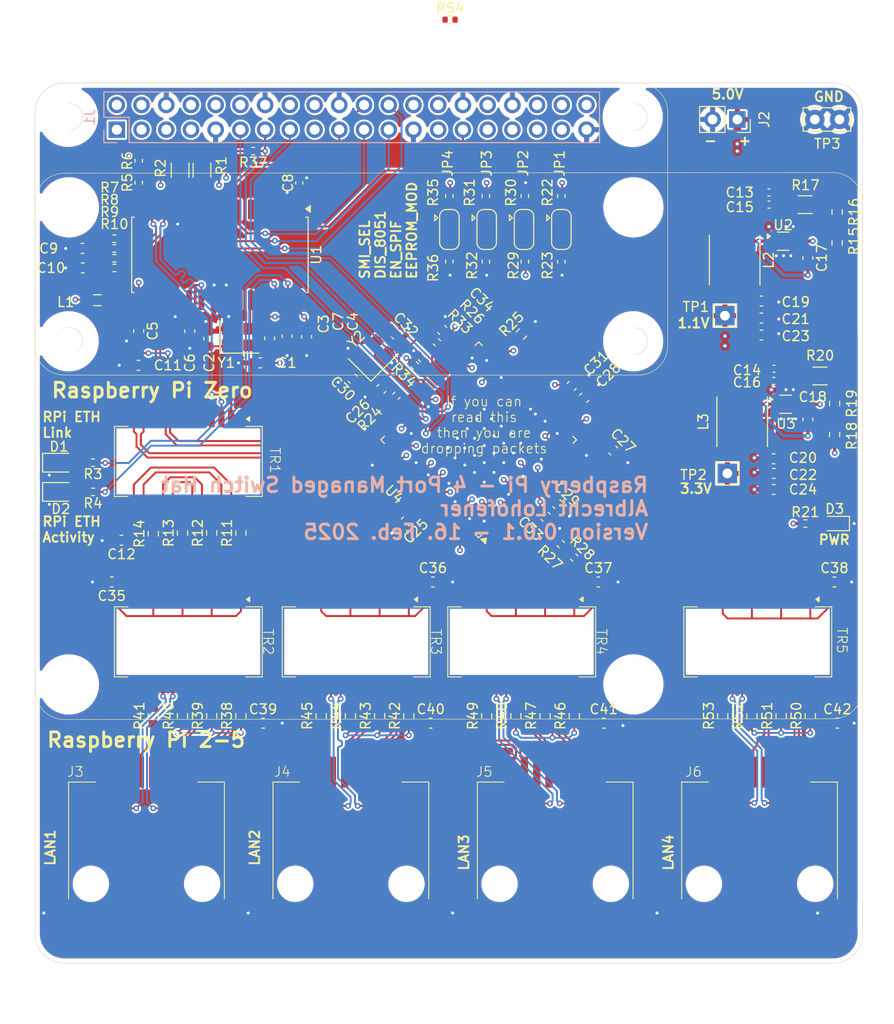
<source format=kicad_pcb>
(kicad_pcb (version 20240108) (generator "pcbnew") (generator_version "8.0")
  (title_block (title "Raspberry Pi 4 Port Gigabit Managed Switch") (date "2025-03-03") (company "Albrecht Lohofener"))
  (layers (0 "F.Cu" signal) (1 "In1.Cu" signal) (2 "In2.Cu" signal) (31 "B.Cu" signal) (34 "B.Paste" user) (35 "F.Paste" user) (36 "B.SilkS" user "B.Silkscreen") (37 "F.SilkS" user "F.Silkscreen") (38 "B.Mask" user) (39 "F.Mask" user) (44 "Edge.Cuts" user))
  (net 0 "")
  (net 1 "GND")
  (net 2 "+3.3V")
  (net 3 "+5V")
  (net 4 "Net-(U1-OSC1)")
  (net 5 "Net-(U1-OSC2)")
  (net 6 "Net-(U1-VCAP)")
  (net 7 "Net-(C9-Pad1)")
  (net 8 "Net-(C10-Pad1)")
  (net 9 "Net-(C11-Pad1)")
  (net 10 "/ENC28J60 CPU Ethernet/MG")
  (net 11 "Net-(U2-VBST)")
  (net 12 "Net-(U2-SW)")
  (net 13 "Net-(U3-VBST)")
  (net 14 "Net-(U3-SW)")
  (net 15 "+1V1")
  (net 16 "RTL_RESET")
  (net 17 "Net-(U4-XTALI)")
  (net 18 "Net-(U4-XTALO)")
  (net 19 "Net-(C35-Pad1)")
  (net 20 "Net-(C36-Pad1)")
  (net 21 "Net-(C37-Pad1)")
  (net 22 "Net-(C38-Pad1)")
  (net 23 "Net-(C39-Pad1)")
  (net 24 "Net-(D1-A)")
  (net 25 "Net-(D2-A)")
  (net 26 "Net-(D3-A)")
  (net 27 "Net-(C40-Pad1)")
  (net 28 "Net-(C41-Pad1)")
  (net 29 "Net-(C42-Pad1)")
  (net 38 "/RTL8367S Switch/P4L")
  (net 39 "Net-(JP1-B)")
  (net 40 "Net-(JP1-A)")
  (net 41 "Net-(JP2-B)")
  (net 42 "/RTL8367S Switch/P3L")
  (net 43 "Net-(JP2-A)")
  (net 44 "/RTL8367S Switch/P2L")
  (net 45 "Net-(JP3-A)")
  (net 46 "Net-(JP3-B)")
  (net 47 "Net-(JP4-B)")
  (net 48 "Net-(JP4-A)")
  (net 49 "/RTL8367S Switch/P5L")
  (net 50 "ENC_CS")
  (net 51 "Net-(U1-~{RESET})")
  (net 52 "/ENC28J60 CPU Ethernet/LEDA")
  (net 53 "/ENC28J60 CPU Ethernet/LEDB")
  (net 54 "Net-(U1-RBIAS)")
  (net 55 "Net-(R5-Pad2)")
  (net 56 "/ENC28J60 CPU Ethernet/TPIN+")
  (net 57 "/ENC28J60 CPU Ethernet/TPIN-")
  (net 58 "/ENC28J60 CPU Ethernet/TPOUT+")
  (net 59 "/ENC28J60 CPU Ethernet/TPOUT-")
  (net 60 "Net-(R11-Pad2)")
  (net 61 "Net-(R12-Pad2)")
  (net 62 "Net-(R13-Pad2)")
  (net 63 "Net-(R14-Pad2)")
  (net 64 "Net-(R15-Pad2)")
  (net 65 "Net-(U2-VFB)")
  (net 66 "Net-(R18-Pad2)")
  (net 67 "Net-(U3-VFB)")
  (net 68 "Net-(U4-EN_SWR)")
  (net 69 "/RTL8367S Switch/CONF1")
  (net 70 "Net-(U4-MDIREF)")
  (net 71 "Net-(R27-Pad2)")
  (net 72 "/RTL8367S Switch/CONF2")
  (net 73 "/RTL8367S Switch/P1L")
  (net 74 "RTL_MDIO")
  (net 75 "Net-(R38-Pad2)")
  (net 76 "Net-(R39-Pad2)")
  (net 77 "Net-(R40-Pad2)")
  (net 78 "Net-(R41-Pad2)")
  (net 79 "Net-(R42-Pad2)")
  (net 80 "Net-(R43-Pad2)")
  (net 81 "Net-(R44-Pad2)")
  (net 82 "Net-(R45-Pad2)")
  (net 83 "Net-(R46-Pad2)")
  (net 84 "Net-(R47-Pad2)")
  (net 85 "Net-(R48-Pad2)")
  (net 86 "Net-(R49-Pad2)")
  (net 87 "Net-(R50-Pad2)")
  (net 88 "Net-(R51-Pad2)")
  (net 89 "Net-(R52-Pad2)")
  (net 90 "Net-(R53-Pad2)")
  (net 91 "Net-(TR1-MX2-)")
  (net 92 "P0MDIA-")
  (net 93 "Net-(TR1-MX2+)")
  (net 94 "Net-(TR1-MX1+)")
  (net 95 "Net-(TR1-MX1-)")
  (net 96 "P0MDIB+")
  (net 98 "P0MDIB-")
  (net 99 "P0MDIA+")
  (net 100 "/RTL8367S Switch/P1MDIC+")
  (net 101 "/RTL8367S Switch/P1MDIA-")
  (net 102 "/RTL8367S Switch/P1MDIB+")
  (net 103 "/RTL8367S Switch/P1MDIA+")
  (net 104 "/RTL8367S Switch/P1MDIC-")
  (net 105 "/RTL8367S Switch/P1MDID-")
  (net 106 "/RTL8367S Switch/P1MDID+")
  (net 107 "/RTL8367S Switch/P1MDIB-")
  (net 108 "/RTL8367S Switch/P2MDIB+")
  (net 109 "/RTL8367S Switch/P2MDIC+")
  (net 110 "/RTL8367S Switch/P2MDID+")
  (net 111 "/RTL8367S Switch/P2MDIB-")
  (net 112 "/RTL8367S Switch/P2MDIC-")
  (net 113 "/RTL8367S Switch/P2MDIA+")
  (net 114 "/RTL8367S Switch/P2MDID-")
  (net 115 "/RTL8367S Switch/P2MDIA-")
  (net 116 "/RTL8367S Switch/P3MDIA-")
  (net 117 "/RTL8367S Switch/P3MDIB+")
  (net 118 "/RTL8367S Switch/P3MDIB-")
  (net 119 "/RTL8367S Switch/P3MDIC+")
  (net 120 "/RTL8367S Switch/P3MDIC-")
  (net 121 "/RTL8367S Switch/P3MDIA+")
  (net 122 "/RTL8367S Switch/P3MDIDN")
  (net 123 "/RTL8367S Switch/P3MDIDP")
  (net 124 "/RTL8367S Switch/P4MDIC-")
  (net 125 "/RTL8367S Switch/P4MDID-")
  (net 126 "/RTL8367S Switch/P4MDIA+")
  (net 127 "/RTL8367S Switch/P4MDIC+")
  (net 128 "/RTL8367S Switch/P4MDID+")
  (net 129 "/RTL8367S Switch/P4MDIB+")
  (net 130 "/RTL8367S Switch/P4MDIA-")
  (net 131 "/RTL8367S Switch/P4MDIB-")
  (net 132 "ENC_SO")
  (net 133 "ENC_CLKOUT")
  (net 134 "ENC_INT")
  (net 135 "ENC_SI")
  (net 136 "ENC_SCK")
  (net 142 "RTL_MDC")
  (net 143 "HV_SWR")
  (net 159 "HV_SWR_1")
  (net 189 "/RTL8367S Switch/P2TRD+")
  (net 190 "/RTL8367S Switch/P2TRA-")
  (net 191 "/RTL8367S Switch/P2TRA+")
  (net 192 "/RTL8367S Switch/P2TRD-")
  (net 193 "/RTL8367S Switch/P1TRA+")
  (net 194 "/RTL8367S Switch/P1TRB-")
  (net 195 "/RTL8367S Switch/P1TRC+")
  (net 196 "/RTL8367S Switch/P1TRD+")
  (net 197 "/RTL8367S Switch/P1TRD-")
  (net 198 "/RTL8367S Switch/P1TRC-")
  (net 199 "/RTL8367S Switch/P1TRB+")
  (net 200 "/RTL8367S Switch/P1TRA-")
  (net 201 "/RTL8367S Switch/P2TRC+")
  (net 202 "/RTL8367S Switch/P2TRB-")
  (net 203 "/RTL8367S Switch/P2TRB+")
  (net 204 "/RTL8367S Switch/P2TRC-")
  (net 205 "/RTL8367S Switch/P3TRA-")
  (net 206 "/RTL8367S Switch/P3TRB-")
  (net 207 "/RTL8367S Switch/P3TRC-")
  (net 208 "/RTL8367S Switch/P3TRD+")
  (net 209 "/RTL8367S Switch/P3TRB+")
  (net 210 "/RTL8367S Switch/P3TRD-")
  (net 211 "/RTL8367S Switch/P3TRC+")
  (net 212 "/RTL8367S Switch/P3TRA+")
  (net 213 "/RTL8367S Switch/P4TRB+")
  (net 214 "/RTL8367S Switch/P4TRD+")
  (net 215 "/RTL8367S Switch/P4TRA-")
  (net 216 "/RTL8367S Switch/P4TRD-")
  (net 217 "/RTL8367S Switch/P4TRB-")
  (net 218 "/RTL8367S Switch/P4TRC+")
  (net 219 "/RTL8367S Switch/P4TRA+")
  (net 220 "/RTL8367S Switch/P4TRC-")
  (footprint "Package_QFP:LQFP-128_14x14mm_P0.4mm" (layer "F.Cu") (at 122.928256 89.658155 135)
    (property "Reference" "U4")
    (property "Value" "RTL8367S")
  )
  (footprint "Connector_PinSocket_2.54mm:PinSocket_1x02_P2.54mm_Vertical" (layer "F.Cu") (at 149.5 56.75 -90)
    (property "Reference" "J2")
    (property "Value" "Conn_01x02")
  )
  (footprint "Capacitor_SMD:C_0603_1608Metric" (layer "F.Cu") (at 159.775 118.75)
    (property "Reference" "C42")
    (property "Value" "1nF")
  )
  (footprint "Capacitor_SMD:C_0603_1608Metric" (layer "F.Cu") (at 151.975 78.9)
    (property "Reference" "C23")
    (property "Value" "22uF")
  )
  (footprint "Library:G2406S" (layer "F.Cu") (at 157 106 -90)
    (property "Reference" "TR5")
    (property "Value" "G2406S")
  )
  (footprint "Capacitor_SMD:C_0603_1608Metric" (layer "F.Cu") (at 135.225 104.25)
    (property "Reference" "C37")
    (property "Value" "100nF")
  )
  (footprint "Resistor_SMD:R_0603_1608Metric" (layer "F.Cu") (at 95.5 118 90)
    (property "Reference" "R39")
    (property "Value" "75")
  )
  (footprint "Resistor_SMD:R_0402_1005Metric" (layer "F.Cu") (at 88 60.99 90)
    (property "Reference" "R6")
    (property "Value" "330")
  )
  (footprint "Resistor_SMD:R_0402_1005Metric" (layer "F.Cu") (at 118.639376 79.639376 135)
    (property "Reference" "R26")
    (property "Value" "4.7k")
  )
  (footprint "Capacitor_SMD:C_0603_1608Metric" (layer "F.Cu") (at 156.75 87.575 -90)
    (property "Reference" "C18")
    (property "Value" "100nF")
  )
  (footprint "Resistor_SMD:R_0603_1608Metric" (layer "F.Cu") (at 148 118 90)
    (property "Reference" "R53")
    (property "Value" "75")
  )
  (footprint "TestPoint:TestPoint_Bridge_Pitch2.54mm_Drill1.0mm" (layer "F.Cu") (at 157.46 56.75)
    (property "Reference" "TP3")
    (property "Value" "Ground point")
  )
  (footprint "TestPoint:TestPoint_THTPad_2.0x2.0mm_Drill1.0mm" (layer "F.Cu") (at 148.475 93.1)
    (property "Reference" "TP2")
    (property "Value" "3.3V")
  )
  (footprint "Capacitor_SMD:C_0603_1608Metric" (layer "F.Cu") (at 109.980524 83.374011 135)
    (property "Reference" "C30")
    (property "Value" "18pF")
  )
  (footprint "Jumper:SolderJumper-3_P1.3mm_Bridged12_RoundedPad1.0x1.5mm" (layer "F.Cu") (at 119.915 68.05 -90)
    (property "Reference" "JP4")
    (property "Value" "SMI_SEL")
  )
  (footprint "Resistor_SMD:R_0402_1005Metric" (layer "F.Cu") (at 123.67 71.35 90)
    (property "Reference" "R32")
    (property "Value" "4.7k")
  )
  (footprint "Capacitor_SMD:C_0603_1608Metric" (layer "F.Cu") (at 82.225 70 180)
    (property "Reference" "C9")
    (property "Value" "100nF")
  )
  (footprint "Resistor_SMD:R_0603_1608Metric" (layer "F.Cu") (at 98.5 99.22 90)
    (property "Reference" "R11")
    (property "Value" "75")
  )
  (footprint "Inductor_SMD:L_Taiyo-Yuden_MD-5050" (layer "F.Cu") (at 149.225 71.2 -90)
    (property "Reference" "L2")
    (property "Value" "1.5uH")
  )
  (footprint "Capacitor_SMD:C_0603_1608Metric" (layer "F.Cu") (at 153.225 94.75)
    (property "Reference" "C24")
    (property "Value" "22uF")
  )
  (footprint "Library:Heling MJ88-B211-JRS3" (layer "F.Cu") (at 147.345 123.78)
    (property "Reference" "J6")
    (property "Value" "8P8C_LED")
  )
  (footprint "Resistor_SMD:R_0603_1608Metric" (layer "F.Cu") (at 159.75 66.25 90)
    (property "Reference" "R16")
    (property "Value" "4.99k")
  )
  (footprint "Inductor_SMD:L_0805_2012Metric" (layer "F.Cu") (at 83.75 75.3125)
    (property "Reference" "L1")
    (property "Value" "Ferrite Beads")
  )
  (footprint "Jumper:SolderJumper-3_P1.3mm_Bridged12_RoundedPad1.0x1.5mm" (layer "F.Cu") (at 123.75 68.05 -90)
    (property "Reference" "JP3")
    (property "Value" "DIS_8051")
  )
  (footprint "Resistor_SMD:R_0402_1005Metric" (layer "F.Cu") (at 85.49 70 180)
    (property "Reference" "R8")
    (property "Value" "49.9")
  )
  (footprint "Resistor_SMD:R_0603_1608Metric" (layer "F.Cu") (at 123.75 118 90)
    (property "Reference" "R49")
    (property "Value" "75")
  )
  (footprint "Capacitor_SMD:C_0603_1608Metric" (layer "F.Cu") (at 86.225 99.97 180)
    (property "Reference" "C12")
    (property "Value" "1nF")
  )
  (footprint "Inductor_SMD:L_Taiyo-Yuden_MD-5050" (layer "F.Cu") (at 150 87.8 -90)
    (property "Reference" "L3")
    (property "Value" "1.5uH")
  )
  (footprint "Resistor_SMD:R_0603_1608Metric" (layer "F.Cu") (at 95.5 99.22 90)
    (property "Reference" "R12")
    (property "Value" "75")
  )
  (footprint "Resistor_SMD:R_0402_1005Metric" (layer "F.Cu") (at 85.49 69 180)
    (property "Reference" "R7")
    (property "Value" "49.9")
  )
  (footprint "Resistor_SMD:R_0402_1005Metric" (layer "F.Cu") (at 132.75 101.75 -45)
    (property "Reference" "R28")
    (property "Value" "470")
  )
  (footprint "Resistor_SMD:R_0603_1608Metric" (layer "F.Cu") (at 89.5 118 90)
    (property "Reference" "R41")
    (property "Value" "75")
  )
  (footprint "Resistor_SMD:R_0402_1005Metric" (layer "F.Cu") (at 123.67 64.6 90)
    (property "Reference" "R31")
    (property "Value" "4.7k")
  )
  (footprint "Resistor_SMD:R_0603_1608Metric" (layer "F.Cu") (at 159.5 85.925 90)
    (property "Reference" "R19")
    (property "Value" "39k")
  )
  (footprint "Resistor_SMD:R_0402_1005Metric" (layer "F.Cu") (at 156.49 98.25)
    (property "Reference" "R21")
    (property "Value" "470")
  )
  (footprint "Resistor_SMD:R_0402_1005Metric" (layer "F.Cu") (at 131.360624 100.360624 -45)
    (property "Reference" "R27")
    (property "Value" "2k")
  )
  (footprint "Capacitor_SMD:C_0603_1608Metric" (layer "F.Cu") (at 133.778532 85.326003 45)
    (property "Reference" "C28")
    (property "Value" "100nF")
  )
  (footprint "Resistor_SMD:R_0603_1608Metric" (layer "F.Cu") (at 89.5 99.295 90)
    (property "Reference" "R14")
    (property "Value" "75")
  )
  (footprint "Resistor_SMD:R_0402_1005Metric" (layer "F.Cu") (at 131.42 71.36 90)
    (property "Reference" "R23")
    (property "Value" "4.7k")
  )
  (footprint "Resistor_SMD:R_0402_1005Metric" (layer "F.Cu") (at 85.5 71 180)
    (property "Reference" "R9")
    (property "Value" "49.9")
  )
  (footprint "Library:screw_hole" (layer "F.Cu") (at 80.75 56.479672)
    (property "Reference" "H1")
    (property "Value" "MountingHole")
  )
  (footprint "Capacitor_SMD:C_0603_1608Metric" (layer "F.Cu") (at 87.975 82 180)
    (property "Reference" "C11")
    (property "Value" "100nF")
  )
  (footprint "Capacitor_SMD:C_0603_1608Metric" (layer "F.Cu") (at 112.932516 84.422019 -135)
    (property "Reference" "C26")
    (property "Value" "100nF")
  )
  (footprint "Library:screw_hole" (layer "F.Cu") (at 138.75 56.5)
    (property "Reference" "H5")
    (property "Value" "MountingHole")
  )
  (footprint "Library:screw_hole" (layer "F.Cu") (at 138.825 114.775)
    (property "Reference" "H8")
    (property "Value" "MountingHole")
  )
  (footprint "Library:G2406S" (layer "F.Cu") (at 115.75 106 -90)
    (property "Reference" "TR3")
    (property "Value" "G2406S")
  )
  (footprint "Library:Heling MJ88-B211-JRS3" (layer "F.Cu") (at 105.355 123.78)
    (property "Reference" "J4")
    (property "Value" "8P8C_LED")
  )
  (footprint "Capacitor_SMD:C_0402_1005Metric" (layer "F.Cu") (at 104.5 63.27 90)
    (property "Reference" "C8")
    (property "Value" "10uF")
  )
  (footprint "Capacitor_SMD:C_0603_1608Metric" (layer "F.Cu") (at 119.182516 78.374011 135)
    (property "Reference" "C34")
    (property "Value" "100nF")
  )
  (footprint "Capacitor_SMD:C_0603_1608Metric" (layer "F.Cu") (at 129.798008 97.548008 -45)
    (property "Reference" "C33")
    (property "Value" "100nF")
  )
  (footprint "Capacitor_SMD:C_0603_1608Metric" (layer "F.Cu") (at 82.25 72 180)
    (property "Reference" "C10")
    (property "Value" "100nF")
  )
  (footprint "LED_SMD:LED_0603_1608Metric" (layer "F.Cu") (at 159.5375 98.25 180)
    (property "Reference" "D3")
    (property "Value" "Red")
  )
  (footprint "LED_SMD:LED_0805_2012Metric" (layer "F.Cu") (at 79.8125 92)
    (property "Reference" "D1")
    (property "Value" "Yellow")
  )
  (footprint "Resistor_SMD:R_0402_1005Metric" (layer "F.Cu") (at 116.3699 82.013387 135)
    (property "Reference" "R34")
    (property "Value" "4.7k")
  )
  (footprint "Resistor_SMD:R_0402_1005Metric" (layer "F.Cu") (at 117.1199 81.263387 -45)
    (property "Reference" "R33")
    (property "Value" "4.7k")
  )
  (footprint "Capacitor_SMD:C_0603_1608Metric" (layer "F.Cu") (at 159.475 104.25)
    (property "Reference" "C38")
    (property "Value" "100nF")
  )
  (footprint "Capacitor_SMD:C_0603_1608Metric" (layer "F.Cu") (at 136.75 90.75 -45)
    (property "Reference" "C27")
    (property "Value" "100nF")
  )
  (footprint "Resistor_SMD:R_0402_1005Metric" (layer "F.Cu") (at 131.42 64.61 90)
    (property "Reference" "R22")
    (property "Value" "4.7k")
  )
  (footprint "Resistor_SMD:R_0402_1005Metric" (layer "F.Cu") (at 119.99 46.5)
    (property "Reference" "R54")
    (property "Value" "4.7k")
  )
  (footprint "Resistor_SMD:R_0603_1608Metric" (layer "F.Cu") (at 127.313887 78.790648 45)
    (property "Reference" "R25")
    (property "Value" "1k")
  )
  (footprint "Capacitor_SMD:C_0603_1608Metric" (layer "F.Cu") (at 115.451992 98.048008 -135)
    (property "Reference" "C25")
    (property "Value" "100nF")
  )
  (footprint "Resistor_SMD:R_1206_3216Metric" (layer "F.Cu") (at 158 83.1 180)
    (property "Reference" "R20")
    (property "Value" "10k")
  )
  (footprint "Resistor_SMD:R_0603_1608Metric" (layer "F.Cu") (at 92.5 99.22 90)
    (property "Reference" "R13")
    (property "Value" "75")
  )
  (footprint "Capacitor_SMD:C_0603_1608Metric" (layer "F.Cu") (at 85.225 104.25 180)
    (property "Reference" "C35")
    (property "Value" "100nF")
  )
  (footprint "Resistor_SMD:R_0402_1005Metric" (layer "F.Cu") (at 119.92 71.34 90)
    (property "Reference" "R36")
    (property "Value" "4.7k")
  )
  (footprint "Capacitor_SMD:C_0603_1608Metric" (layer "F.Cu") (at 135.775 118.75)
    (property "Reference" "C41")
    (property "Value" "1nF")
  )
  (footprint "Resistor_SMD:R_0603_1608Metric" (layer "F.Cu") (at 126.75 118 90)
    (property "Reference" "R48")
    (property "Value" "75")
  )
  (footprint "Crystal:Crystal_SMD_Abracon_ABM8G-4Pin_3.2x2.5mm" (layer "F.Cu") (at 112.101666 81.050788 45)
    (property "Reference" "Y2")
    (property "Value" "25Mhz")
  )
  (footprint "Resistor_SMD:R_0402_1005Metric" (layer "F.Cu") (at 83.3025 95 180)
    (property "Reference" "R4")
    (property "Value" "470")
  )
  (footprint "Capacitor_SMD:C_0603_1608Metric" (layer "F.Cu") (at 151.975 77.15)
    (property "Reference" "C21")
    (property "Value" "22uF")
  )
  (footprint "Resistor_SMD:R_0402_1005Metric" (layer "F.Cu") (at 88 63.24 90)
    (property "Reference" "R5")
    (property "Value" "2k")
  )
  (footprint "Capacitor_SMD:C_0603_1608Metric" (layer "F.Cu") (at 118 118.75)
    (property "Reference" "C40")
    (property "Value" "1nF")
  )
  (footprint "Resistor_SMD:R_0603_1608Metric" (layer "F.Cu") (at 151 118 90)
    (property "Reference" "R52")
    (property "Value" "75")
  )
  (footprint "Resistor_SMD:R_0603_1608Metric" (layer "F.Cu") (at 115.75 118 90)
    (property "Reference" "R42")
    (property "Value" "75")
  )
  (footprint "Library:Heling MJ88-B211-JRS3" (layer "F.Cu") (at 126.35 123.78)
    (property "Reference" "J5")
    (property "Value" "8P8C_LED")
  )
  (footprint "Resistor_SMD:R_0402_1005Metric" (layer "F.Cu") (at 127.67 71.36 -90)
    (property "Reference" "R29")
    (property "Value" "4.7k")
  )
  (footprint "Capacitor_SMD:C_0603_1608Metric" (layer "F.Cu") (at 153.25 93.1)
    (property "Reference" "C22")
    (property "Value" "22uF")
  )
  (footprint "Capacitor_SMD:C_0603_1608Metric" (layer "F.Cu") (at 93.25 78.5 -90)
    (property "Reference" "C6")
    (property "Value" "100nF")
  )
  (footprint "Resistor_SMD:R_1206_3216Metric" (layer "F.Cu") (at 92.25 61.9625 -90)
    (property "Reference" "R2")
    (property "Value" "10k")
  )
  (footprint "Library:screw_hole" (layer "F.Cu") (at 80.825 65.775)
    (property "Reference" "H2")
    (property "Value" "MountingHole")
  )
  (footprint "Capacitor_SMD:C_0603_1608Metric" (layer "F.Cu") (at 100.5 81.75 180)
    (property "Reference" "C1")
    (property "Value" "100nF")
  )
  (footprint "Package_TO_SOT_SMD:SOT-563" (layer "F.Cu") (at 154.4625 86)
    (property "Reference" "U3")
    (property "Value" "TPS562231")
  )
  (footprint "Capacitor_SMD:C_0603_1608Metric" (layer "F.Cu") (at 100.775 118.75)
    (property "Reference" "C39")
    (property "Value" "1nF")
  )
  (footprint "Capacitor_SMD:C_0603_1608Metric" (layer "F.Cu") (at 101.45 79.225 -90)
    (property "Reference" "C3")
    (property "Value" "18pF")
  )
  (footprint "Capacitor_SMD:C_0603_1608Metric" (layer "F.Cu") (at 156.75 70.975 -90)
    (property "Reference" "C17")
    (property "Value" "100nF")
  )
  (footprint "Capacitor_SMD:C_0402_1005Metric" (layer "F.Cu") (at 152.75 64.25)
    (property "Reference" "C13")
    (property "Value" "10uF")
  )
  (footprint "TestPoint:TestPoint_THTPad_2.0x2.0mm_Drill1.0mm" (layer "F.Cu") (at 148.225 76.9)
    (property "Reference" "TP1")
    (property "Value" "1.1V")
  )
  (footprint "Capacitor_SMD:C_0603_1608Metric" (layer "F.Cu") (at 153.225 91.6)
    (property "Reference" "C20")
    (property "Value" "22uF")
  )
  (footprint "Jumper:SolderJumper-3_P1.3mm_Bridged12_RoundedPad1.0x1.5mm" (layer "F.Cu") (at 131.42 68.05 -90)
    (property "Reference" "JP1")
    (property "Value" "EEPROM_MOD")
  )
  (footprint "Capacitor_SMD:C_0603_1608Metric" (layer "F.Cu") (at 114.432516 78.826003 -45)
    (property "Reference" "C32")
    (property "Value" "18pF")
  )
  (footprint "Resistor_SMD:R_0402_1005Metric" (layer "F.Cu") (at 114.480524 85.124011 45)
    (property "Reference" "R24")
    (property "Value" "4.7k")
  )
  (footprint "Resistor_SMD:R_0603_1608Metric" (layer "F.Cu") (at 154 118 90)
    (property "Reference" "R51")
    (property "Value" "75")
  )
  (footprint "Package_SO:SOIC-28W_7.5x17.9mm_P1.27mm" (layer "F.Cu") (at 96.345 70.65 -90)
    (property "Reference" "U1")
    (property "Value" "ENC28J60-I/SO")
  )
  (footprint "Resistor_SMD:R_0402_1005Metric" (layer "F.Cu") (at 99.759999 60 180)
    (property "Reference" "R37")
    (property "Value" "4.7k")
  )
  (footprint "Jumper:SolderJumper-3_P1.3mm_Bridged12_RoundedPad1.0x1.5mm" (layer "F.Cu") (at 127.585 68.05 -90)
    (property "Reference" "JP2")
    (property "Value" "EN_SPIF")
  )
  (footprint "Capacitor_SMD:C_0603_1608Metric" (layer "F.Cu") (at 103.25 79.025 -90)
    (property "Reference" "C7")
    (property "Value" "100nF")
  )
  (footprint "Resistor_SMD:R_0603_1608Metric" (layer "F.Cu") (at 157 118 90)
    (property "Reference" "R50")
    (property "Value" "75")
  )
  (footprint "Capacitor_SMD:C_0603_1608Metric" (layer "F.Cu") (at 88 78.475 -90)
    (property "Reference" "C5")
    (property "Value" "100nF")
  )
  (footprint "Resistor_SMD:R_1206_3216Metric" (layer "F.Cu") (at 156.4625 65.5 180)
    (property "Reference" "R17")
    (property "Value" "10k")
  )
  (footprint "Resistor_SMD:R_0402_1005Metric" (layer "F.Cu") (at 127.67 64.6 -90)
    (property "Reference" "R30")
    (property "Value" "4.7k")
  )
  (footprint "Resistor_SMD:R_0603_1608Metric" (layer "F.Cu") (at 98.5 118 90)
    (property "Reference" "R38")
    (property "Value" "75")
  )
  (footprint "Resistor_SMD:R_0603_1608Metric" (layer "F.Cu") (at 106.75 118 90)
    (property "Reference" "R45")
    (property "Value" "75")
  )
  (footprint "Capacitor_SMD:C_0603_1608Metric" (layer "F.Cu") (at 118.225 104.25)
    (property "Reference" "C36")
    (property "Value" "100nF")
  )
  (footprint "Resistor_SMD:R_0402_1005Metric" (layer "F.Cu") (at 119.92 64.59 90)
    (property "Reference" "R35")
    (property "Value" "4.7k")
  )
  (footprint "Library:screw_hole" (layer "F.Cu") (at 80.825 114.775 90)
    (property "Reference" "H4")
    (property "Value" "MountingHole")
  )
  (footprint "Resistor_SMD:R_0603_1608Metric" (layer "F.Cu") (at 132.75 118 90)
    (property "Reference" "R46")
    (property "Value" "75")
  )
  (footprint "Library:screw_hole" (layer "F.Cu") (at 138.8 79.529672)
    (property "Reference" "H7")
    (property "Value" "MountingHole")
  )
  (footprint "Capacitor_SMD:C_0603_1608Metric" (layer "F.Cu") (at 131 96.25 -45)
    (property "Reference" "C29")
    (property "Value" "100nF")
  )
  (footprint "Capacitor_SMD:C_0603_1608Metric" (layer "F.Cu") (at 151.975 75.4)
    (property "Reference" "C19")
    (property "Value" "22uF")
  )
  (footprint "Library:Heling MJ88-B211-JRS3" (layer "F.Cu") (at 84.36 123.78)
    (property "Reference" "J3")
    (property "Value" "8P8C_LED")
  )
  (footprint "Resistor_SMD:R_0603_1608Metric" (layer "F.Cu") (at 92.5 118 90)
    (property "Reference" "R40")
    (property "Value" "75")
  )
  (footprint "Resistor_SMD:R_0603_1608Metric" (layer "F.Cu") (at 159.75 69.425 90)
    (property "Reference" "R15")
    (property "Value" "3.3k")
  )
  (footprint "Capacitor_SMD:C_0402_1005Metric" (layer "F.Cu") (at 152.75 65.5)
    (property "Reference" "C15")
    (property "Value" "10uF")
  )
  (footprint "Library:G2406S" (layer "F.Cu") (at 98.5 106 -90)
    (property "Reference" "TR2")
    (property "Value" "G2406S")
  )
  (footprint "Capacitor_SMD:C_0402_1005Metric" (layer "F.Cu") (at 153.27 82.35)
    (property "Reference" "C14")
    (property "Value" "10uF")
  )
  (footprint "Resistor_SMD:R_0603_1608Metric" (layer "F.Cu") (at 129.75 118 90)
    (property "Reference" "R47")
    (property "Value" "75")
  )
  (footprint "Package_TO_SOT_SMD:SOT-563" (layer "F.Cu") (at 154.2125 69.25)
    (property "Reference" "U2")
    (property "Value" "TPS562231")
  )
  (footprint "Capacitor_SMD:C_0402_1005Metric" (layer "F.Cu") (at 153.25 83.6)
    (property "Reference" "C16")
    (property "Value" "10uF")
  )
  (footprint "Resistor_SMD:R_0603_1608Metric" (layer "F.Cu") (at 109.75 118 90)
    (property "Reference" "R44")
    (property "Value" "75")
  )
  (footprint "Library:G2406S" (layer "F.Cu") (at 98.5 87.47 -90)
    (property "Reference" "TR1")
    (property "Value" "G2406S")
  )
  (footprint "Resistor_SMD:R_0402_1005Metric" (layer "F.Cu") (at 85.5 72 180)
    (property "Reference" "R10")
    (property "Value" "49.9")
  )
  (footprint "Library:G2406S" (layer "F.Cu") (at 132.75 106 -90)
    (property "Reference" "TR4")
    (property "Value" "G2406S")
  )
  (footprint "Resistor_SMD:R_0603_1608Metric" (layer "F.Cu") (at 159.5 89.1 90)
    (property "Reference" "R18")
    (property "Value" "6.2k")
  )
  (footprint "Resistor_SMD:R_0603_1608Metric" (layer "F.Cu") (at 112.75 118 90)
    (property "Reference" "R43")
    (property "Value" "75")
  )
  (footprint "Resistor_SMD:R_1206_3216Metric" (layer "F.Cu") (at 94.5 61.9625 -90)
    (property "Reference" "R1")
    (property "Value" "10k")
  )
  (footprint "Library:screw_hole" (layer "F.Cu") (at 80.8 79.529672)
    (property "Reference" "H3")
    (property "Value" "MountingHole")
  )
  (footprint "Capacitor_SMD:C_0603_1608Metric" (layer "F.Cu") (at 132.480524 84.124011 45)
    (property "Reference" "C31")
    (property "Value" "100nF")
  )
  (footprint "Library:screw_hole" (layer "F.Cu") (at 138.825 65.775)
    (property "Reference" "H6")
    (property "Value" "MountingHole")
  )
  (footprint "Capacitor_SMD:C_0603_1608Metric" (layer "F.Cu") (at 95.2 79.275 90)
    (property "Reference" "C2")
    (property "Value" "18pF")
  )
  (footprint "Resistor_SMD:R_0402_1005Metric" (layer "F.Cu") (at 83.3025 92 180)
    (property "Reference" "R3")
    (property "Value" "470")
  )
  (footprint "Crystal:Crystal_SMD_Abracon_ABM8G-4Pin_3.2x2.5mm" (layer "F.Cu") (at 98.35 79.1)
    (property "Reference" "Y1")
    (property "Value" "25Mhz")
  )
  (footprint "Capacitor_SMD:C_0603_1608Metric" (layer "F.Cu") (at 105.25 79.075 -90)
    (property "Reference" "C4")
    (property "Value" "100nF")
  )
  (footprint "LED_SMD:LED_0805_2012Metric" (layer "F.Cu") (at 79.8125 95)
    (property "Reference" "D2")
    (property "Value" "Green")
  )
  (footprint "Library:PinSocket_2x20_P2.54mm_Vertical_1_04mm" (layer "B.Cu") (at 85.75 57.8 -90)
    (property "Reference" "J1")
    (property "Value" "Raspberry_Pi_2_3")
  )
  (gr_line (start 162.325 65.2) (end 162.325 115.3) (stroke (width 0.05)) (layer "F.SilkS"))
  (gr_arc (start 80.375 118.375) (mid 78.25368 117.49632) (end 77.375 115.375) (stroke (width 0.05)) (layer "F.SilkS"))
  (gr_arc (start 139.35 53) (mid 141.47132 53.87868) (end 142.35 56) (stroke (width 0.05)) (layer "F.SilkS"))
  (gr_line (start 80.375 62.275) (end 159.325 62.2) (stroke (width 0.05)) (layer "F.SilkS"))
  (gr_line (start 77.375 115.375) (end 77.375 65.275) (stroke (width 0.05)) (layer "F.SilkS"))
  (gr_arc (start 77.375 65.275) (mid 78.25368 63.15368) (end 80.375 62.275) (stroke (width 0.05)) (layer "F.SilkS"))
  (gr_arc (start 162.325 115.3) (mid 161.44632 117.42132) (end 159.325 118.3) (stroke (width 0.05)) (layer "F.SilkS"))
  (gr_line (start 139.35 83) (end 80.35 83) (stroke (width 0.05)) (layer "F.SilkS"))
  (gr_line (start 77.35 80) (end 77.35 56) (stroke (width 0.05)) (layer "F.SilkS"))
  (gr_arc (start 77.35 56) (mid 78.22868 53.87868) (end 80.35 53) (stroke (width 0.05)) (layer "F.SilkS"))
  (gr_line (start 80.35 53) (end 139.35 53) (stroke (width 0.05)) (layer "F.SilkS"))
  (gr_line (start 142.35 56) (end 142.35 80) (stroke (width 0.05)) (layer "F.SilkS"))
  (gr_arc (start 159.325 62.2) (mid 161.44632 63.07868) (end 162.325 65.2) (stroke (width 0.05)) (layer "F.SilkS"))
  (gr_line (start 159.325 118.3) (end 80.375 118.375) (stroke (width 0.05)) (layer "F.SilkS"))
  (gr_arc (start 142.35 80) (mid 141.47132 82.12132) (end 139.35 83) (stroke (width 0.05)) (layer "F.SilkS"))
  (gr_arc (start 80.35 83) (mid 78.22868 82.12132) (end 77.35 80) (stroke (width 0.05)) (layer "F.SilkS"))
  (gr_circle (center 80.85 79.5) (end 80.82 80.87) (stroke (width 0.05)) (fill none) (layer "Edge.Cuts"))
  (gr_line (start 80.35 53) (end 159.35 53) (stroke (width 0.05)) (layer "Edge.Cuts"))
  (gr_line (start 162.35 56) (end 162.35 140.4) (stroke (width 0.05)) (layer "Edge.Cuts"))
  (gr_arc (start 162.35 140.4) (mid 161.47132 142.52132) (end 159.35 143.4) (stroke (width 0.05)) (layer "Edge.Cuts"))
  (gr_arc (start 159.35 53) (mid 161.47132 53.87868) (end 162.35 56) (stroke (width 0.05)) (layer "Edge.Cuts"))
  (gr_arc (start 80.35 143.4) (mid 78.22868 142.52132) (end 77.35 140.4) (stroke (width 0.05)) (layer "Edge.Cuts"))
  (gr_arc (start 77.35 56) (mid 78.22868 53.87868) (end 80.35 53) (stroke (width 0.05)) (layer "Edge.Cuts"))
  (gr_line (start 159.35 143.4) (end 80.35 143.4) (stroke (width 0.05)) (layer "Edge.Cuts"))
  (gr_circle (center 138.85 56.5) (end 138.82 57.87) (stroke (width 0.05)) (fill none) (layer "Edge.Cuts"))
  (gr_circle (center 138.9 79.529672) (end 138.87 80.899672) (stroke (width 0.05)) (fill none) (layer "Edge.Cuts"))
  (gr_circle (center 80.9 56.479672) (end 80.87 57.849672) (stroke (width 0.05)) (fill none) (layer "Edge.Cuts"))
  (gr_line (start 77.35 140.4) (end 77.35 56) (stroke (width 0.05)) (layer "Edge.Cuts"))
  (gr_text "Raspberry Pi - 4 Port Managed Switch Hat\nAlbrecht Lohofener\nVersion 0.0.1 - 16. Feb. 2025" (at 140.5 100 0) (layer "B.SilkS") (effects (font (size 1.5 1.5) (thickness 0.3) (bold yes)) (justify left bottom mirror)))
  (gr_text "LAN3" (at 122 134 90) (layer "F.SilkS") (effects (font (size 1 1) (thickness 0.2) (bold yes)) (justify left bottom)))
  (gr_text "SMI_SEL\nDIS_8051\nEN_SPIF\nEEPROM_MOD\n\n" (at 118.25 73.25 90) (layer "F.SilkS") (effects (font (size 1 1) (thickness 0.2) (bold yes)) (justify left bottom)))
  (gr_text "Raspberry Pi 2-5" (at 78.425 121.35 0) (layer "F.SilkS") (effects (font (size 1.5 1.5) (thickness 0.3) (bold yes)) (justify left bottom)))
  (gr_text "GND" (at 157.25 55 0) (layer "F.SilkS") (effects (font (size 1 1) (thickness 0.2) (bold yes)) (justify left bottom)))
  (gr_text "PWR" (at 157.75 100.5 0) (layer "F.SilkS") (effects (font (size 1 1) (thickness 0.2) (bold yes)) (justify left bottom)))
  (gr_text "RPi ETH\nActivity" (at 78 100.25 0) (layer "F.SilkS") (effects (font (size 1 1) (thickness 0.2) (bold yes)) (justify left bottom)))
  (gr_text "LAN2" (at 100.5 133.5 90) (layer "F.SilkS") (effects (font (size 1 1) (thickness 0.2) (bold yes)) (justify left bottom)))
  (gr_text "LAN1" (at 79.5 133.5 90) (layer "F.SilkS") (effects (font (size 1 1) (thickness 0.2) (bold yes)) (justify left bottom)))
  (gr_text "If you can\nread this\nthen you are\ndropping packets" (at 123.480524 91.124011 0) (layer "F.SilkS") (effects (font (size 1 1) (thickness 0.1)) (justify bottom)))
  (gr_text "5.0V" (at 146.75 54.75 0) (layer "F.SilkS") (effects (font (size 1 1) (thickness 0.2) (bold yes)) (justify left bottom)))
  (gr_text "-   +" (at 146 59.5 0) (layer "F.SilkS") (effects (font (size 1 1) (thickness 0.2) (bold yes)) (justify left bottom)))
  (gr_text "3.3V" (at 143.5 95.25 0) (layer "F.SilkS") (effects (font (size 1 1) (thickness 0.2) (bold yes)) (justify left bottom)))
  (gr_text "LAN4" (at 143 134 90) (layer "F.SilkS") (effects (font (size 1 1) (thickness 0.2) (bold yes)) (justify left bottom)))
  (gr_text "RPi ETH\nLink" (at 78 89.5 0) (layer "F.SilkS") (effects (font (size 1 1) (thickness 0.2) (bold yes)) (justify left bottom)))
  (gr_text "1.1V" (at 143.25 78.25 0) (layer "F.SilkS") (effects (font (size 1 1) (thickness 0.2) (bold yes)) (justify left bottom)))
  (gr_text "Raspberry Pi Zero" (at 78.9 85.45 0) (layer "F.SilkS") (effects (font (size 1.5 1.5) (thickness 0.3) (bold yes)) (justify left bottom)))
  (segment (start 121.696195 81.355026) (end 122.144974 81.355026) (width 0.2) (layer "F.Cu") (net 1))
  (segment (start 123.5 98) (end 123.410026 98.089974) (width 0.2) (layer "F.Cu") (net 1))
  (segment (start 129.366116 91.853374) (end 130.467782 92.95504) (width 0.2) (layer "F.Cu") (net 1))
  (segment (start 116.34377 92) (end 115.38873 92.95504) (width 0.2) (layer "F.Cu") (net 1))
  (segment (start 117.75 86.25) (end 116.974517 86.25) (width 0.2) (layer "F.Cu") (net 1))
  (segment (start 122 97.75) (end 121.907479 97.75) (width 0.2) (layer "F.Cu") (net 1))
  (segment (start 123.410026 98.089974) (end 123.410026 98.908049) (width 0.2) (layer "F.Cu") (net 1))
  (segment (start 128.25 86.5) (end 128.631995 86.5) (width 0.2) (layer "F.Cu") (net 1))
  (segment (start 116.356513 80.5) (end 116.759276 80.902763) (width 0.2) (layer "F.Cu") (net 1))
  (segment (start 133.25287 91.25) (end 134 91.25) (width 0.2) (layer "F.Cu") (net 1))
  (segment (start 123.75 81.5) (end 123.75 81.199658) (width 0.2) (layer "F.Cu") (net 1))
  (segment (start 116 87.538225) (end 115.105887 86.644112) (width 0.2) (layer "F.Cu") (net 1))
  (segment (start 131 89) (end 131.78885 89) (width 0.2) (layer "F.Cu") (net 1))
  (segment (start 129.75 87.644737) (end 130.750625 86.644112) (width 0.2) (layer "F.Cu") (net 1))
  (segment (start 112.501977 88) (end 113.125988 88.624011) (width 0.2) (layer "F.Cu") (net 1))
  (segment (start 111.25 88.5) (end 111.75 88) (width 0.2) (layer "F.Cu") (net 1))
  (segment (start 123.410026 98.908049) (end 123.9624 99.460423) (width 0.2) (layer "F.Cu") (net 1))
  (segment (start 123.75 81.5) (end 124.015343 81.5) (width 0.2) (layer "F.Cu") (net 1))
  (segment (start 120.263366 96) (end 119.348528 96.914838) (width 0.2) (layer "F.Cu") (net 1))
  (segment (start 125.25 82.528085) (end 125.942299 81.835786) (width 0.2) (layer "F.Cu") (net 1))
  (segment (start 125.25 83.25) (end 125.25 82.528085) (width 0.2) (layer "F.Cu") (net 1))
  (segment (start 131.78885 89) (end 132.447681 88.341169) (width 0.2) (layer "F.Cu") (net 1))
  (segment (start 126 95.25) (end 126 95.275483) (width 0.2) (layer "F.Cu") (net 1))
  (segment (start 112.699658 92.25) (end 113.691674 91.257984) (width 0.2) (layer "F.Cu") (net 1))
  (segment (start 121.045584 80.704415) (end 121.696195 81.355026) (width 0.2) (layer "F.Cu") (net 1))
  (segment (start 128.75 87) (end 128.75 86.947681) (width 0.2) (layer "F.Cu") (net 1))
  (segment (start 128.75 86.947681) (end 129.902097 85.795584) (width 0.2) (layer "F.Cu") (net 1))
  (segment (start 129.75 87.75) (end 129.75 87.644737) (width 0.2) (layer "F.Cu") (net 1))
  (segment (start 132.730524 90.692299) (end 132.730524 90.727654) (width 0.2) (layer "F.Cu") (net 1))
  (segment (start 127.5 93.381371) (end 128.770726 94.652097) (width 0.2) (layer "F.Cu") (net 1))
  (segment (start 126 95.275483) (end 127.07367 96.349153) (width 0.2) (layer "F.Cu") (net 1))
  (segment (start 116.974517 86.25) (end 116.237258 85.512741) (width 0.2) (layer "F.Cu") (net 1))
  (segment (start 129.366116 91.633884) (end 129.366116 91.853374) (width 0.2) (layer "F.Cu") (net 1))
  (segment (start 112 92.25) (end 112.699658 92.25) (width 0.2) (layer "F.Cu") (net 1))
  (segment (start 122.144974 81.355026) (end 122.25 81.25) (width 0.2) (layer "F.Cu") (net 1))
  (segment (start 128.631995 86.5) (end 129.619254 85.512741) (width 0.2) (layer "F.Cu") (net 1))
  (segment (start 117.75 93.25) (end 117.75 93.987883) (width 0.2) (layer "F.Cu") (net 1))
  (segment (start 116.25 80.5) (end 116.356513 80.5) (width 0.2) (layer "F.Cu") (net 1))
  (segment (start 132.610624 99.860624) (end 132.581872 99.860624) (width 0.2) (layer "F.Cu") (net 1))
  (segment (start 117.75 93.987883) (end 117.085786 94.652097) (width 0.2) (layer "F.Cu") (net 1))
  (segment (start 111.75 88) (end 112.501977 88) (width 0.2) (layer "F.Cu") (net 1))
  (segment (start 119.875312 94.125312) (end 118.217157 95.783467) (width 0.2) (layer "F.Cu") (net 1))
  (segment (start 121.907479 97.75) (end 121.045584 98.611895) (width 0.2) (layer "F.Cu") (net 1))
  (segment (start 116.5 92) (end 116.34377 92) (width 0.2) (layer "F.Cu") (net 1))
  (segment (start 120.5 96) (end 120.263366 96) (width 0.2) (layer "F.Cu") (net 1))
  (segment (start 116 89) (end 116 87.538225) (width 0.2) (layer "F.Cu") (net 1))
  (segment (start 123.75 81.199658) (end 124.528085 80.421573) (width 0.2) (layer "F.Cu") (net 1))
  (segment (start 132.730524 90.727654) (end 133.25287 91.25) (width 0.2) (layer "F.Cu") (net 1))
  (segment (start 124.015343 81.5) (end 124.810928 80.704415) (width 0.2) (layer "F.Cu") (net 1))
  (via (at 123.5 86.5) (size 0.6) (drill 0.3) (layers "F.Cu" "B.Cu") (net 1))
  (via (at 86 82) (size 0.6) (drill 0.3) (layers "F.Cu" "B.Cu") (net 1))
  (via (at 123.75 72.75) (size 0.6) (drill 0.3) (layers "F.Cu" "B.Cu") (net 1))
  (via (at 93.25 80.25) (size 0.6) (drill 0.3) (layers "F.Cu" "B.Cu") (net 1))
  (via (at 153.75 77.25) (size 0.6) (drill 0.3) (layers "F.Cu" "B.Cu") (net 1))
  (via (at 117.75 86.25) (size 0.6) (drill 0.3) (layers "F.Cu" "B.Cu") (net 1))
  (via (at 131.5 72.75) (size 0.6) (drill 0.3) (layers "F.Cu" "B.Cu") (net 1))
  (via (at 131 89) (size 0.6) (drill 0.3) (layers "F.Cu" "B.Cu") (net 1))
  (via (at 80.5 70) (size 0.6) (drill 0.3) (layers "F.Cu" "B.Cu") (net 1))
  (via (at 124.5 89.25) (size 0.6) (drill 0.3) (layers "F.Cu" "B.Cu") (net 1))
  (via (at 122.5 93) (size 0.6) (drill 0.3) (layers "F.Cu" "B.Cu") (net 1))
  (via (at 120.25 138.25) (size 0.6) (drill 0.3) (layers "F.Cu" "B.Cu") (net 1))
  (via (at 123.5 94) (size 0.6) (drill 0.3) (layers "F.Cu" "B.Cu") (net 1))
  (via (at 154.5 84.5) (size 0.6) (drill 0.3) (layers "F.Cu" "B.Cu") (net 1))
  (via (at 138.25 92) (size 0.6) (drill 0.3) (layers "F.Cu" "B.Cu") (net 1))
  (via (at 125.25 88.25) (size 0.6) (drill 0.3) (layers "F.Cu" "B.Cu") (net 1))
  (via (at 111.25 88.5) (size 0.6) (drill 0.3) (layers "F.Cu" "B.Cu") (net 1))
  (via (at 105.25 81) (size 0.6) (drill 0.3) (layers "F.Cu" "B.Cu") (net 1))
  (via (at 124.5 93) (size 0.6) (drill 0.3) (layers "F.Cu" "B.Cu") (net 1))
  (via (at 126 95.25) (size 0.6) (drill 0.3) (layers "F.Cu" "B.Cu") (net 1))
  (via (at 129.366116 91.633884) (size 0.6) (drill 0.3) (layers "F.Cu" "B.Cu") (net 1))
  (via (at 121.75 88.5) (size 0.6) (drill 0.3) (layers "F.Cu" "B.Cu") (net 1))
  (via (at 126.25 89) (size 0.6) (drill 0.3) (layers "F.Cu" "B.Cu") (net 1))
  (via (at 91.75 77) (size 0.6) (drill 0.3) (layers "F.Cu" "B.Cu") (net 1))
  (via (at 102.75 118.75) (size 0.6) (drill 0.3) (layers "F.Cu" "B.Cu") (net 1))
  (via (at 78.8125 93.28) (size 0.6) (drill 0.3) (layers "F.Cu" "B.Cu") (net 1))
  (via (at 116.5 92) (size 0.6) (drill 0.3) (layers "F.Cu" "B.Cu") (net 1))
  (via (at 116.25 80.5) (size 0.6) (drill 0.3) (layers "F.Cu" "B.Cu") (net 1))
  (via (at 122.5 91.25) (size 0.6) (drill 0.3) (layers "F.Cu" "B.Cu") (net 1))
  (via (at 155.25 67.75) (size 0.6) (drill 0.3) (layers "F.Cu" "B.Cu") (net 1))
  (via (at 97 73.75) (size 0.6) (drill 0.3) (layers "F.Cu" "B.Cu") (net 1))
  (via (at 103.25 81) (size 0.6) (drill 0.3) (layers "F.Cu" "B.Cu") (net 1))
  (via (at 78.8125 96.28) (size 0.6) (drill 0.3) (layers "F.Cu" "B.Cu") (net 1))
  (via (at 132.25 97.5) (size 0.6) (drill 0.3) (layers "F.Cu" "B.Cu") (net 1))
  (via (at 161.5 98.25) (size 0.6) (drill 0.3) (layers "F.Cu" "B.Cu") (net 1))
  (via (at 112 92.25) (size 0.6) (drill 0.3) (layers "F.Cu" "B.Cu") (net 1))
  (via (at 161.5 118.75) (size 0.6) (drill 0.3) (layers "F.Cu" "B.Cu") (net 1))
  (via (at 123.5 92) (size 0.6) (drill 0.3) (layers "F.Cu" "B.Cu") (net 1))
  (via (at 120.75 89.5) (size 0.6) (drill 0.3) (layers "F.Cu" "B.Cu") (net 1))
  (via (at 125.5 92) (size 0.6) (drill 0.3) (layers "F.Cu" "B.Cu") (net 1))
  (via (at 92 67.5) (size 0.6) (drill 0.3) (layers "F.Cu" "B.Cu") (net 1))
  (via (at 121.5 92.25) (size 0.6) (drill 0.3) (layers "F.Cu" "B.Cu") (net 1))
  (via (at 134.25 83) (size 0.6) (drill 0.3) (layers "F.Cu" "B.Cu") (net 1))
  (via (at 131.25 98.75) (size 0.6) (drill 0.3) (layers "F.Cu" "B.Cu") (net 1))
  (via (at 120 72.75) (size 0.6) (drill 0.3) (layers "F.Cu" "B.Cu") (net 1))
  (via (at 78.25 138.25) (size 0.6) (drill 0.3) (layers "F.Cu" "B.Cu") (net 1))
  (via (at 153.75 75.5) (size 0.6) (drill 0.3) (layers "F.Cu" "B.Cu") (net 1))
  (via (at 120.25 104.25) (size 0.6) (drill 0.3) (layers "F.Cu" "B.Cu") (net 1))
  (via (at 122.75 87.5) (size 0.6) (drill 0.3) (layers "F.Cu" "B.Cu") (net 1))
  (via (at 125.5 90) (size 0.6) (drill 0.3) (layers "F.Cu" "B.Cu") (net 1))
  (via (at 128.75 77.5) (size 0.6) (drill 0.3) (layers "F.Cu" "B.Cu") (net 1))
  (via (at 86.75 79.5) (size 0.6) (drill 0.3) (layers "F.Cu" "B.Cu") (net 1))
  (via (at 134 91.25) (size 0.6) (drill 0.3) (layers "F.Cu" "B.Cu") (net 1))
  (via (at 114 81.75) (size 0.6) (drill 0.3) (layers "F.Cu" "B.Cu") (net 1))
  (via (at 154.75 87.5) (size 0.6) (drill 0.3) (layers "F.Cu" "B.Cu") (net 1))
  (via (at 119.5 77) (size 0.6) (drill 0.3) (layers "F.Cu" "B.Cu") (net 1))
  (via (at 141.25 138.25) (size 0.6) (drill 0.3) (layers "F.Cu" "B.Cu") (net 1))
  (via (at 120.5 91.5) (size 0.6) (drill 0.3) (layers "F.Cu" "B.Cu") (net 1))
  (via (at 123.5 90.25) (size 0.6) (drill 0.3) (layers "F.Cu" "B.Cu") (net 1))
  (via (at 155 70.75) (size 0.6) (drill 0.3) (layers "F.Cu" "B.Cu") (net 1))
  (via (at 124.25 87.5) (size 0.6) (drill 0.3) (layers "F.Cu" "B.Cu") (net 1))
  (via (at 135.25 84) (size 0.6) (drill 0.3) (layers "F.Cu" "B.Cu") (net 1))
  (via (at 137.75 119) (size 0.6) (drill 0.3) (layers "F.Cu" "B.Cu") (net 1))
  (via (at 127.5 93.381371) (size 0.6) (drill 0.3) (layers "F.Cu" "B.Cu") (net 1))
  (via (at 154.25 70.75) (size 0.6) (drill 0.3) (layers "F.Cu" "B.Cu") (net 1))
  (via (at 153.5 70.75) (size 0.6) (drill 0.3) (layers "F.Cu" "B.Cu") (net 1))
  (via (at 115.75 78.25) (size 0.6) (drill 0.3) (layers "F.Cu" "B.Cu") (net 1))
  (via (at 111.25 85.25) (size 0.6) (drill 0.3) (layers "F.Cu" "B.Cu") (net 1))
  (via (at 114 99.25) (size 0.6) (drill 0.3) (layers "F.Cu" "B.Cu") (net 1))
  (via (at 155.5 87.5) (size 0.6) (drill 0.3) (layers "F.Cu" "B.Cu") (net 1))
  (via (at 128.25 86.5) (size 0.6) (drill 0.3) (layers "F.Cu" "B.Cu") (net 1))
  (via (at 127.75 63.25) (size 0.6) (drill 0.3) (layers "F.Cu" "B.Cu") (net 1))
  (via (at 154.5 67.75) (size 0.6) (drill 0.3) (layers "F.Cu" "B.Cu") (net 1))
  (via (at 153.75 78.75) (size 0.6) (drill 0.3) (layers "F.Cu" "B.Cu") (net 1))
  (via (at 129.75 87.75) (size 0.6) (drill 0.3) (layers "F.Cu" "B.Cu") (net 1))
  (via (at 98.25 81.75) (size 0.6) (drill 0.3) (layers "F.Cu" "B.Cu") (net 1))
  (via (at 121.5 90.5) (size 0.6) (drill 0.3) (layers "F.Cu" "B.Cu") (net 1))
  (via (at 105.25 62.75) (size 0.6) (drill 0.3) (layers "F.Cu" "B.Cu") (net 1))
  (via (at 119.75 90.5) (size 0.6) (drill 0.3) (layers "F.Cu" "B.Cu") (net 1))
  (via (at 80.5 72) (size 0.6) (drill 0.3) (layers "F.Cu" "B.Cu") (net 1))
  (via (at 97.25 77) (size 0.6) (drill 0.3) (layers "F.Cu" "B.Cu") (net 1))
  (via (at 161.25 104.25) (size 0.6) (drill 0.3) (layers "F.Cu" "B.Cu") (net 1))
  (via (at 116 89) (size 0.6) (drill 0.3) (layers "F.Cu" "B.Cu") (net 1))
  (via (at 123.75 81.5) (size 0.6) (drill 0.3) (layers "F.Cu" "B.Cu") (net 1))
  (via (at 117.75 93.25) (size 0.6) (drill 0.3) (layers "F.Cu" "B.Cu") (net 1))
  (via (at 124.5 91) (size 0.6) (drill 0.3) (layers "F.Cu" "B.Cu") (net 1))
  (via (at 128.75 87) (size 0.6) (drill 0.3) (layers "F.Cu" "B.Cu") (net 1))
  (via (at 137.25 104.25) (size 0.6) (drill 0.3) (layers "F.Cu" "B.Cu") (net 1))
  (via (at 122.25 81.25) (size 0.6) (drill 0.3) (layers "F.Cu" "B.Cu") (net 1))
  (via (at 94.9 77.5) (size 0.6) (drill 0.3) (layers "F.Cu" "B.Cu") (net 1))
  (via (at 87 60.5) (size 0.6) (drill 0.3) (layers "F.Cu" "B.Cu") (net 1))
  (via (at 122 97.75) (size 0.6) (drill 0.3) (layers "F.Cu" "B.Cu") (net 1))
  (via (at 99.25 138.25) (size 0.6) (drill 0.3) (layers "F.Cu" "B.Cu") (net 1))
  (via (at 154 87.5) (size 0.6) (drill 0.3) (layers "F.Cu" "B.Cu") (net 1))
  (via (at 155.25 84.5) (size 0.6) (drill 0.3) (layers "F.Cu" "B.Cu") (net 1))
  (via (at 157.75 138.25) (size 0.6) (drill 0.3) (layers "F.Cu" "B.Cu") (net 1))
  (via (at 123.5 98) (size 0.6) (drill 0.3) (layers "F.Cu" "B.Cu") (net 1))
  (via (at 125.25 83.25) (size 0.6) (drill 0.3) (layers "F.Cu" "B.Cu") (net 1))
  (via (at 127.25 90) (size 0.6) (drill 0.3) (layers "F.Cu" "B.Cu") (net 1))
  (via (at 126.5 91) (size 0.6) (drill 0.3) (layers "F.Cu" "B.Cu") (net 1))
  (via (at 84.25 100) (size 0.6) (drill 0.3) (layers "F.Cu" "B.Cu") (net 1))
  (via (at 83.25 104.25) (size 0.6) (drill 0.3) (layers "F.Cu" "B.Cu") (net 1))
  (via (at 120.5 96) (size 0.6) (drill 0.3) (layers "F.Cu" "B.Cu") (net 1))
  (via (at 119.875312 94.125312) (size 0.6) (drill 0.3) (layers "F.Cu" "B.Cu") (net 1))
  (via (at 95.75 73.75) (size 0.6) (drill 0.3) (layers "F.Cu" "B.Cu") (net 1))
  (via (at 122.5 89.5) (size 0.6) (drill 0.3) (layers "F.Cu" "B.Cu") (net 1))
  (via (at 108.5 83.75) (size 0.6) (drill 0.3) (layers "F.Cu" "B.Cu") (net 1))
  (via (at 123.5 88.5) (size 0.6) (drill 0.3) (layers "F.Cu" "B.Cu") (net 1))
  (via (at 109.5 80.25) (size 0.6) (drill 0.3) (layers "F.Cu" "B.Cu") (net 1))
  (via (at 103.25 64.25) (size 0.6) (drill 0.3) (layers "F.Cu" "B.Cu") (net 1))
  (segment (start 105 77) (end 105.25 77.25) (width 0.2) (layer "F.Cu") (net 2))
  (segment (start 129.25 95.697056) (end 128.487883 94.934939) (width 0.2) (layer "F.Cu") (net 2))
  (segment (start 82.625 75.25) (end 82.6875 75.3125) (width 0.2) (layer "F.Cu") (net 2))
  (segment (start 100.79 75.3) (end 100.79 76.54) (width 0.2) (layer "F.Cu") (net 2))
  (segment (start 104.6 76.6) (end 105 77) (width 0.2) (layer "F.Cu") (net 2))
  (segment (start 119.828873 78.922019) (end 121.328427 80.421573) (width 0.2) (layer "F.Cu") (net 2))
  (segment (start 94.44 73.75) (end 93.75 73.75) (width 0.2) (layer "F.Cu") (net 2))
  (segment (start 81.5 75.25) (end 82.625 75.25) (width 0.2) (layer "F.Cu") (net 2))
  (segment (start 120 63.25) (end 120 64) (width 0.2) (layer "F.Cu") (net 2))
  (segment (start 96 60.5) (end 94.5 60.5) (width 0.2) (layer "F.Cu") (net 2))
  (segment (start 115.5 91.25) (end 115.396714 91.25) (width 0.2) (layer "F.Cu") (net 2))
  (segment (start 134 87.5) (end 133.854535 87.5) (width 0.2) (layer "F.Cu") (net 2))
  (segment (start 100.79 76.54) (end 101.25 77) (width 0.2) (layer "F.Cu") (net 2))
  (segment (start 117.921573 85.5) (end 117.085786 84.664213) (width 0.2) (layer "F.Cu") (net 2))
  (segment (start 120.5 78.152543) (end 119.730524 78.922019) (width 0.2) (layer "F.Cu") (net 2))
  (segment (start 114.823045 86.926955) (end 114.1199 86.22381) (width 0.2) (layer "F.Cu") (net 2))
  (segment (start 114.823045 86.926955) (end 114.823045 86.962311) (width 0.2) (layer "F.Cu") (net 2))
  (segment (start 96.25 60.75) (end 96 60.5) (width 0.2) (layer "F.Cu") (net 2))
  (segment (start 120 64) (end 119.92 64.08) (width 0.2) (layer "F.Cu") (net 2))
  (segment (start 118.5 96.06631) (end 119.56631 95) (width 0.2) (layer "F.Cu") (net 2))
  (segment (start 91.25 60.5) (end 92.25 60.5) (width 0.2) (layer "F.Cu") (net 2))
  (segment (start 119.730524 78.922019) (end 119.828873 78.922019) (width 0.2) (layer "F.Cu") (net 2))
  (segment (start 115.606513 81.25) (end 116.009276 81.652763) (width 0.2) (layer "F.Cu") (net 2))
  (segment (start 93.75 73.75) (end 93.17 74.33) (width 0.2) (layer "F.Cu") (net 2))
  (segment (start 115.5 81.25) (end 115.606513 81.25) (width 0.2) (layer "F.Cu") (net 2))
  (segment (start 94.44 73.75) (end 94.44 75.3) (width 0.2) (layer "F.Cu") (net 2))
  (segment (start 126.238453 96.079622) (end 126.790827 96.631996) (width 0.2) (layer "F.Cu") (net 2))
  (segment (start 96.25 63.5) (end 96.25 60.75) (width 0.2) (layer "F.Cu") (net 2))
  (segment (start 101.25 77) (end 102 77) (width 0.2) (layer "F.Cu") (net 2))
  (segment (start 131.5 63.25) (end 131.5 64.02) (width 0.2) (layer "F.Cu") (net 2))
  (segment (start 93.17 74.33) (end 93.17 75.3) (width 0.2) (layer "F.Cu") (net 2))
  (segment (start 105.25 77.25) (end 105.25 78.3) (width 0.2) (layer "F.Cu") (net 2))
  (segment (start 90.25 63.5) (end 90.25 61.5) (width 0.2) (layer "F.Cu") (net 2))
  (segment (start 129.25 96) (end 129.25 95.697056) (width 0.2) (layer "F.Cu") (net 2))
  (segment (start 120.5 78) (end 120.5 78.152543) (width 0.2) (layer "F.Cu") (net 2))
  (segment (start 125.376613 81.270101) (end 126.146714 80.5) (width 0.2) (layer "F.Cu") (net 2))
  (segment (start 123.75 64.01) (end 123.67 64.09) (width 0.2) (layer "F.Cu") (net 2))
  (segment (start 119.373791 79.278752) (end 119.730524 78.922019) (width 0.2) (layer "F.Cu") (net 2))
  (segment (start 129.25 97) (end 128.914124 97.335876) (width 0.2) (layer "F.Cu") (net 2))
  (segment (start 131.5 64.02) (end 131.42 64.1) (width 0.2) (layer "F.Cu") (net 2))
  (segment (start 127.75 71.95) (end 127.67 71.87) (width 0.2) (layer "F.Cu") (net 2))
  (segment (start 121 101) (end 121 100.354535) (width 0.2) (layer "F.Cu") (net 2))
  (segment (start 118.278752 79.278752) (end 119.373791 79.278752) (width 0.2) (layer "F.Cu") (net 2))
  (segment (start 88 75.21) (end 88.09 75.3) (width 0.2) (layer "F.Cu") (net 2))
  (segment (start 93.17 75.3) (end 93.17 77.645) (width 0.2) (layer "F.Cu") (net 2))
  (segment (start 129.25 97) (end 129.25 96) (width 0.2) (layer "F.Cu") (net 2))
  (segment (start 115 88.5) (end 115.375418 88.124582) (width 0.2) (layer "F.Cu") (net 2))
  (segment (start 119.56631 95) (end 120 95) (width 0.2) (layer "F.Cu") (net 2))
  (segment (start 90.25 61.5) (end 91.25 60.5) (width 0.2) (layer "F.Cu") (net 2))
  (segment (start 129 92.5) (end 129 93.184315) (width 0.2) (layer "F.Cu") (net 2))
  (segment (start 121 100.354535) (end 121.894112 99.460423) (width 0.2) (layer "F.Cu") (net 2))
  (segment (start 96.986091 62.75) (end 96.986091 60.763909) (width 0.2) (layer "F.Cu") (net 2))
  (segment (start 155.25 98.25) (end 155.98 98.25) (width 0.34) (layer "F.Cu") (net 2))
  (segment (start 115.375418 87.479328) (end 114.823045 86.926955) (width 0.2) (layer "F.Cu") (net 2))
  (segment (start 131.260497 84) (end 131.932516 84.672019) (width 0.2) (layer "F.Cu") (net 2))
  (segment (start 102 77) (end 103 77) (width 0.2) (layer "F.Cu") (net 2))
  (segment (start 126.146714 80.5) (end 126.5 80.5) (width 0.2) (layer "F.Cu") (net 2))
  (segment (start 159.5 89.925) (end 159.5 91) (width 0.34) (layer "F.Cu") (net 2))
  (segment (start 104.6 75.3) (end 104.6 76.6) (width 0.2) (layer "F.Cu") (net 2))
  (segment (start 88.09 77.61) (end 88 77.7) (width 0.2) (layer "F.Cu") (net 2))
  (segment (start 130.467782 86.136753) (end 130.467782 86.36127) (width 0.2) (layer "F.Cu") (net 2))
  (segment (start 114.1199 86.22381) (end 114.1199 85.484635) (width 0.2) (layer "F.Cu") (net 2))
  (segment (start 131.932516 84.672019) (end 130.467782 86.136753) (width 0.4) (layer "F.Cu") (net 2))
  (segment (start 93.17 77.645) (end 93.25 77.725) (width 0.2) (layer "F.Cu") (net 2))
  (segment (start 115.396714 91.25) (end 114.540202 92.106512) (width 0.2) (layer "F.Cu") (net 2))
  (segment (start 96.986091 60.763909) (end 97.75 60) (width 0.2) (layer "F.Cu") (net 2))
  (segment (start 101.275 81.75) (end 102.5 81.75) (width 0.2) (layer "F.Cu") (net 2))
  (segment (start 118.5 85.5) (end 117.921573 85.5) (width 0.2) (layer "F.Cu") (net 2))
  (segment (start 103.25 77.25) (end 103.25 78.25) (width 0.2) (layer "F.Cu") (net 2))
  (segment (start 88 73.5) (end 88 75.21) (width 0.2) (layer "F.Cu") (net 2))
  (segment (start 103 77) (end 103.25 77.25) (width 0.2) (layer "F.Cu") (net 2))
  (segment (start 97.75 60) (end 99.25 60) (width 0.2) (layer "F.Cu") (net 2))
  (segment (start 88.09 75.3) (end 88.09 77.61) (width 0.2) (layer "F.Cu") (net 2))
  (segment (start 125.170378 96.079622) (end 126.238453 96.079622) (width 0.2) (layer "F.Cu") (net 2))
  (segment (start 129 93.184315) (end 129.619254 93.803569) (width 0.2) (layer "F.Cu") (net 2))
  (segment (start 127.75 72.75) (end 127.75 71.95) (width 0.2) (layer "F.Cu") (net 2))
  (segment (start 115.375418 88.124582) (end 115.375418 87.479328) (width 0.2) (layer "F.Cu") (net 2))
  (segment (start 123.75 63.25) (end 123.75 64.01) (width 0.2) (layer "F.Cu") (net 2))
  (segment (start 133.854535 87.5) (end 132.730524 88.624011) (width 0.2) (layer "F.Cu") (net 2))
  (segment (start 130.75 84) (end 131.260497 84) (width 0.2) (layer "F.Cu") (net 2))
  (via (at 118.5 85.5) (size 0.6) (drill 0.3) (layers "F.Cu" "B.Cu") (net 2))
  (via (at 102.5 81.75) (size 0.6) (drill 0.3) (layers "F.Cu" "B.Cu") (net 2))
  (via (at 96.25 63.5) (size 0.6) (drill 0.3) (layers "F.Cu" "B.Cu") (net 2))
  (via (at 126.5 80.5) (size 0.6) (drill 0.3) (layers "F.Cu" "B.Cu") (net 2))
  (via (at 102 77) (size 0.6) (drill 0.3) (layers "F.Cu" "B.Cu") (net 2))
  (via (at 90.25 63.5) (size 0.6) (drill 0.3) (layers "F.Cu" "B.Cu") (net 2))
  (via (at 96.986091 62.75) (size 0.6) (drill 0.3) (layers "F.Cu" "B.Cu") (net 2))
  (via (at 88 73.5) (size 0.6) (drill 0.3) (layers "F.Cu" "B.Cu") (net 2))
  (via (at 129.25 96) (size 0.6) (drill 0.3) (layers "F.Cu" "B.Cu") (net 2))
  (via (at 120.5 78) (size 0.6) (drill 0.3) (layers "F.Cu" "B.Cu") (net 2))
  (via (at 151.25 94.75) (size 0.6) (drill 0.3) (layers "F.Cu" "B.Cu") (net 2))
  (via (at 120 95) (size 0.6) (drill 0.3) (layers "F.Cu" "B.Cu") (net 2))
  (via (at 105 77) (size 0.6) (drill 0.3) (layers "F.Cu" "B.Cu") (net 2))
  (via (at 134 87.5) (size 0.6) (drill 0.3) (layers "F.Cu" "B.Cu") (net 2))
  (via (at 151.25 91.5) (size 0.6) (drill 0.3) (layers "F.Cu" "B.Cu") (net 2))
  (via (at 131.5 63.25) (size 0.6) (drill 0.3) (layers "F.Cu" "B.Cu") (net 2))
  (via (at 121 101) (size 0.6) (drill 0.3) (layers "F.Cu" "B.Cu") (net 2))
  (via (at 115 88.5) (size 0.6) (drill 0.3) (layers "F.Cu" "B.Cu") (net 2))
  (via (at 127.75 72.75) (size 0.6) (drill 0.3) (layers "F.Cu" "B.Cu") (net 2))
  (via (at 115.5 81.25) (size 0.6) (drill 0.3) (layers "F.Cu" "B.Cu") (net 2))
  (via (at 125.170378 96.079622) (size 0.6) (drill 0.3) (layers "F.Cu" "B.Cu") (net 2))
  (via (at 123.75 63.25) (size 0.6) (drill 0.3) (layers "F.Cu" "B.Cu") (net 2))
  (via (at 159.5 91) (size 0.6) (drill 0.3) (layers "F.Cu" "B.Cu") (net 2))
  (via (at 129 92.5) (size 0.6) (drill 0.3) (layers "F.Cu" "B.Cu") (net 2))
  (via (at 120 63.25) (size 0.6) (drill 0.3) (layers "F.Cu" "B.Cu") (net 2))
  (via (at 155.25 98.25) (size 0.6) (drill 0.3) (layers "F.Cu" "B.Cu") (net 2))
  (via (at 94.44 73.75) (size 0.6) (drill 0.3) (layers "F.Cu" "B.Cu") (net 2))
  (via (at 115.5 91.25) (size 0.6) (drill 0.3) (layers "F.Cu" "B.Cu") (net 2))
  (via (at 151.25 93) (size 0.6) (drill 0.3) (layers "F.Cu" "B.Cu") (net 2))
  (via (at 130.75 84) (size 0.6) (drill 0.3) (layers "F.Cu" "B.Cu") (net 2))
  (via (at 81.5 75.25) (size 0.6) (drill 0.3) (layers "F.Cu" "B.Cu") (net 2))
  (segment (start 151.5 61.5) (end 149.5 59.5) (width 0.8) (layer "F.Cu") (net 3))
  (segment (start 149.5 59.5) (end 149.5 56.75) (width 0.8) (layer "F.Cu") (net 3))
  (segment (start 161.25 64.5) (end 158.25 61.5) (width 0.8) (layer "F.Cu") (net 3))
  (segment (start 158.5 81) (end 161.25 78.25) (width 0.8) (layer "F.Cu") (net 3))
  (segment (start 154.925 69.25) (end 157.25 69.25) (width 0.34) (layer "F.Cu") (net 3))
  (segment (start 153.5 81) (end 158.5 81) (width 0.8) (layer "F.Cu") (net 3))
  (segment (start 161.25 78.25) (end 161.25 64.5) (width 0.8) (layer "F.Cu") (net 3))
  (segment (start 158 86) (end 155.175 86) (width 0.34) (layer "F.Cu") (net 3))
  (segment (start 152.79 82.35) (end 152.79 81.71) (width 0.8) (layer "F.Cu") (net 3))
  (segment (start 158.25 61.5) (end 151.5 61.5) (width 0.8) (layer "F.Cu") (net 3))
  (segment (start 152.79 81.71) (end 153.5 81) (width 0.8) (layer "F.Cu") (net 3))
  (via (at 149.5 59.25) (size 0.6) (drill 0.3) (layers "F.Cu" "B.Cu") (net 3))
  (via (at 152.75 67.75) (size 0.6) (drill 0.3) (layers "F.Cu" "B.Cu") (net 3))
  (via (at 157.25 69.25) (size 0.6) (drill 0.3) (layers "F.Cu" "B.Cu") (net 3))
  (via (at 153 84.5) (size 0.6) (drill 0.3) (layers "F.Cu" "B.Cu") (net 3))
  (via (at 158 86) (size 0.6) (drill 0.3) (layers "F.Cu" "B.Cu") (net 3))
  (via (at 149.5 60) (size 0.6) (drill 0.3) (layers "F.Cu" "B.Cu") (net 3))
  (segment (start 97.15 80.05) (end 97.25 79.95) (width 0.2) (layer "F.Cu") (net 4))
  (segment (start 97.25 79.95) (end 98.25 78.95) (width 0.2) (layer "F.Cu") (net 4))
  (segment (start 98.25 78.95) (end 98.25 75.3) (width 0.2) (layer "F.Cu") (net 4))
  (segment (start 95.2 80.05) (end 97.15 80.05) (width 0.2) (layer "F.Cu") (net 4))
  (segment (start 99.45 78.25) (end 99.45 75.37) (width 0.2) (layer "F.Cu") (net 5))
  (segment (start 101.25 78.25) (end 101.45 78.45) (width 0.2) (layer "F.Cu") (net 5))
  (segment (start 99.45 75.37) (end 99.52 75.3) (width 0.2) (layer "F.Cu") (net 5))
  (segment (start 99.45 78.25) (end 101.25 78.25) (width 0.2) (layer "F.Cu") (net 5))
  (segment (start 104.6 66) (end 104.6 63.85) (width 0.2) (layer "F.Cu") (net 6))
  (segment (start 104.6 63.85) (end 104.5 63.75) (width 0.2) (layer "F.Cu") (net 6))
  (segment (start 83 70) (end 84.98 70) (width 0.2) (layer "F.Cu") (net 7))
  (segment (start 84.98 70) (end 84.98 69) (width 0.2) (layer "F.Cu") (net 7))
  (segment (start 84.99 71) (end 84.99 72) (width 0.2) (layer "F.Cu") (net 8))
  (segment (start 84.99 72) (end 83.025 72) (width 0.2) (layer "F.Cu") (net 8))
  (segment (start 86.5 80.75) (end 84.99 79.24) (width 0.2) (layer "F.Cu") (net 8))
  (segment (start 94.575 85.655001) (end 94.575 84.825) (width 0.2) (layer "F.Cu") (net 8))
  (segment (start 84.99 79.24) (end 84.99 72) (width 0.2) (layer "F.Cu") (net 8))
  (segment (start 95.5 86.580001) (end 94.575 85.655001) (width 0.2) (layer "F.Cu") (net 8))
  (segment (start 91 81.25) (end 91 80.75) (width 0.2) (layer "F.Cu") (net 8))
  (segment (start 94.575 84.825) (end 91 81.25) (width 0.2) (layer "F.Cu") (net 8))
  (segment (start 95.5 87.47) (end 95.5 86.580001) (width 0.2) (layer "F.Cu") (net 8))
  (segment (start 89 80.75) (end 86.5 80.75) (width 0.2) (layer "F.Cu") (net 8))
  (via (at 91 80.75) (size 0.6) (drill 0.3) (layers "F.Cu" "B.Cu") (net 8))
  (via (at 89 80.75) (size 0.6) (drill 0.3) (layers "F.Cu" "B.Cu") (net 8))
  (segment (start 91 80.75) (end 89 80.75) (width 0.2) (layer "B.Cu") (net 8))
  (segment (start 89.5 85.5) (end 89.5 87.47) (width 0.4) (layer "F.Cu") (net 9))
  (segment (start 92.5 87.47) (end 92.5 86) (width 0.4) (layer "F.Cu") (net 9))
  (segment (start 92.5 86) (end 92 85.5) (width 0.4) (layer "F.Cu") (net 9))
  (segment (start 89.5 82.75) (end 89.5 85.5) (width 0.4) (layer "F.Cu") (net 9))
  (segment (start 92 85.5) (end 89.5 85.5) (width 0.4) (layer "F.Cu") (net 9))
  (segment (start 88.75 82) (end 89.5 82.75) (width 0.4) (layer "F.Cu") (net 9))
  (segment (start 87.075 100.045) (end 87 99.97) (width 0.2) (layer "F.Cu") (net 10))
  (segment (start 98.5 100.045) (end 87.075 100.045) (width 0.2) (layer "F.Cu") (net 10))
  (segment (start 154.925 69.75) (end 156.3 69.75) (width 0.34) (layer "F.Cu") (net 11))
  (segment (start 156.3 69.75) (end 156.75 70.2) (width 0.34) (layer "F.Cu") (net 11))
  (segment (start 151.75 69.25) (end 153.5 69.25) (width 0.34) (layer "F.Cu") (net 12))
  (segment (start 149.375 69.25) (end 149.225 69.4) (width 0.34) (layer "F.Cu") (net 12))
  (segment (start 156.75 71.75) (end 156.75 72.75) (width 0.34) (layer "F.Cu") (net 12))
  (segment (start 151.75 69.25) (end 149.375 69.25) (width 0.34) (layer "F.Cu") (net 12))
  (via (at 151.75 69.25) (size 0.6) (drill 0.3) (layers "F.Cu" "B.Cu") (net 12))
  (via (at 156.75 72.75) (size 0.6) (drill 0.3) (layers "F.Cu" "B.Cu") (net 12))
  (segment (start 154.25 72.75) (end 156.75 72.75) (width 0.34) (layer "B.Cu") (net 12))
  (segment (start 151.75 69.25) (end 151.75 70.25) (width 0.34) (layer "B.Cu") (net 12))
  (segment (start 151.75 70.25) (end 154.25 72.75) (width 0.34) (layer "B.Cu") (net 12))
  (segment (start 155.175 86.5) (end 156.45 86.5) (width 0.34) (layer "F.Cu") (net 13))
  (segment (start 156.45 86.5) (end 156.75 86.8) (width 0.34) (layer "F.Cu") (net 13))
  (segment (start 152.5 86) (end 150 86) (width 0.34) (layer "F.Cu") (net 14))
  (segment (start 153.75 86) (end 152.5 86) (width 0.34) (layer "F.Cu") (net 14))
  (segment (start 156.75 88.35) (end 156.75 89.25) (width 0.34) (layer "F.Cu") (net 14))
  (via (at 156.75 89.25) (size 0.6) (drill 0.3) (layers "F.Cu" "B.Cu") (net 14))
  (via (at 152.5 86) (size 0.6) (drill 0.3) (layers "F.Cu" "B.Cu") (net 14))
  (segment (start 154.25 89.25) (end 156.75 89.25) (width 0.34) (layer "B.Cu") (net 14))
  (segment (start 152.5 86) (end 152.5 87.5) (width 0.34) (layer "B.Cu") (net 14))
  (segment (start 152.5 87.5) (end 154.25 89.25) (width 0.34) (layer "B.Cu") (net 14))
  (segment (start 133.230524 85.874011) (end 131.611895 87.49264) (width 0.2) (layer "F.Cu") (net 15))
  (segment (start 118.917708 93.332292) (end 118.917708 94.517231) (width 0.2) (layer "F.Cu") (net 15))
  (segment (start 130.763937 90.263937) (end 131.277874 89.75) (width 0.2) (layer "F.Cu") (net 15))
  (segment (start 122.025483 82.25) (end 122.25 82.25) (width 0.2) (layer "F.Cu") (net 15))
  (segment (start 159.75 77.5) (end 157 80.25) (width 0.34) (layer "F.Cu") (net 15))
  (segment (start 118.040827 92) (end 116.237258 93.803569) (width 0.2) (layer "F.Cu") (net 15))
  (segment (start 151.2 79.95) (end 151.2 78.9) (width 0.34) (layer "F.Cu") (net 15))
  (segment (start 131.31631 92.106512) (end 130.763937 91.554139) (width 0.2) (layer "F.Cu") (net 15))
  (segment (start 130.763937 91.554139) (end 130.763937 90.486063) (width 0.2) (layer "F.Cu") (net 15))
  (segment (start 127.639355 95.783467) (end 125.605888 93.75) (width 0.2) (layer "F.Cu") (net 15))
  (segment (start 157 80.25) (end 151.5 80.25) (width 0.34) (layer "F.Cu") (net 15))
  (segment (start 131.277874 89.75) (end 135.75 89.75) (width 0.2) (layer "F.Cu") (net 15))
  (segment (start 116.5 90.25) (end 115.317662 90.25) (width 0.2) (layer "F.Cu") (net 15))
  (segment (start 123.25 83.722182) (end 124.772182 82.2) (width 0.2) (layer "F.Cu") (net 15))
  (segment (start 130.763937 90.263937) (end 130.763937 90.486063) (width 0.2) (layer "F.Cu") (net 15))
  (segment (start 123.25 83.75) (end 123.25 83.722182) (width 0.2) (layer "F.Cu") (net 15))
  (segment (start 120.762741 80.987258) (end 120.737258 80.987258) (width 0.2) (layer "F.Cu") (net 15))
  (segment (start 118.917708 94.517231) (end 117.934314 95.500625) (width 0.2) (layer "F.Cu") (net 15))
  (segment (start 129.841793 89.25) (end 131.599153 87.49264) (width 0.2) (layer "F.Cu") (net 15))
  (segment (start 130.451992 95.201992) (end 129.336411 94.086411) (width 0.2) (layer "F.Cu") (net 15))
  (segment (start 122.210422 95.75) (end 120.197056 97.763366) (width 0.2) (layer "F.Cu") (net 15))
  (segment (start 125.605888 93.75) (end 125.5 93.75) (width 0.2) (layer "F.Cu") (net 15))
  (segment (start 129.75 89.25) (end 129.841793 89.25) (width 0.2) (layer "F.Cu") (net 15))
  (segment (start 120.762741 80.987258) (end 122.025483 82.25) (width 0.2) (layer "F.Cu") (net 15))
  (segment (start 131.611895 87.49264) (end 131.599153 87.49264) (width 0.2) (layer "F.Cu") (net 15))
  (segment (start 124.772182 82.2) (end 125.0124 82.2) (width 0.2) (layer "F.Cu") (net 15))
  (segment (start 151.5 80.25) (end 151.2 79.95) (width 0.34) (layer "F.Cu") (net 15))
  (segment (start 119.25 93) (end 118.917708 93.332292) (width 0.2) (layer "F.Cu") (net 15))
  (segment (start 115.934939 97.5) (end 117.934314 95.500625) (width 0.2) (layer "F.Cu") (net 15))
  (segment (start 149.595 73.37) (end 149.225 73) (width 0.34) (layer "F.Cu") (net 15))
  (segment (start 122.25 95.75) (end 122.210422 95.75) (width 0.2) (layer "F.Cu") (net 15))
  (segment (start 125.0124 82.2) (end 125.659456 81.552944) (width 0.2) (layer "F.Cu") (net 15))
  (segment (start 123.330404 96) (end 125.376613 98.046209) (width 0.2) (layer "F.Cu") (net 15))
  (segment (start 129.75 89.25) (end 130.763937 90.263937) (width 0.2) (layer "F.Cu") (net 15))
  (segment (start 123.25 96) (end 123.330404 96) (width 0.2) (layer "F.Cu") (net 15))
  (segment (start 159.75 70.25) (end 159.75 77.5) (width 0.34) (layer "F.Cu") (net 15))
  (segment (start 130.451992 95.701992) (end 130.451992 95.201992) (width 0.2) (layer "F.Cu") (net 15))
  (segment (start 115.317662 90.25) (end 113.408831 88.341169) (width 0.2) (layer "F.Cu") (net 15))
  (segment (start 135.75 89.75) (end 136.201992 90.201992) (width 0.2) (layer "F.Cu") (net 15))
  (segment (start 129.336411 94.086411) (end 127.25 92) (width 0.2) (layer "F.Cu") (net 15))
  (via (at 129.75 89.25) (size 0.6) (drill 0.3) (layers "F.Cu" "B.Cu") (net 15))
  (via (at 125.5 93.75) (size 0.6) (drill 0.3) (layers "F.Cu" "B.Cu") (net 15))
  (via (at 148.225 80) (size 0.6) (drill 0.3) (layers "F.Cu" "B.Cu") (net 15))
  (via (at 119.25 93) (size 0.6) (drill 0.3) (layers "F.Cu" "B.Cu") (net 15))
  (via (at 148.225 79) (size 0.6) (drill 0.3) (layers "F.Cu" "B.Cu") (net 15))
  (via (at 123.25 96) (size 0.6) (drill 0.3) (layers "F.Cu" "B.Cu") (net 15))
  (via (at 118.040827 92) (size 0.6) (drill 0.3) (layers "F.Cu" "B.Cu") (net 15))
  (via (at 123.25 83.75) (size 0.6) (drill 0.3) (layers "F.Cu" "B.Cu") (net 15))
  (via (at 122.25 82.25) (size 0.6) (drill 0.3) (layers "F.Cu" "B.Cu") (net 15))
  (via (at 122.25 95.75) (size 0.6) (drill 0.3) (layers "F.Cu" "B.Cu") (net 15))
  (via (at 127.25 92) (size 0.6) (drill 0.3) (layers "F.Cu" "B.Cu") (net 15))
  (via (at 116.5 90.25) (size 0.6) (drill 0.3) (layers "F.Cu" "B.Cu") (net 15))
  (segment (start 119.326559 86.728427) (end 118.120102 86.728427) (width 0.2) (layer "F.Cu") (net 16))
  (segment (start 118.120102 86.728427) (end 117.998529 86.85) (width 0.2) (layer "F.Cu") (net 16))
  (segment (start 117.998529 86.85) (end 117.501471 86.85) (width 0.2) (layer "F.Cu") (net 16))
  (segment (start 116.887258 86.728427) (end 115.954415 85.795584) (width 0.2) (layer "F.Cu") (net 16))
  (segment (start 114.922218 84.763387) (end 115.954415 85.795584) (width 0.2) (layer "F.Cu") (net 16))
  (segment (start 117.501471 86.85) (end 117.379898 86.728427) (width 0.2) (layer "F.Cu") (net 16))
  (segment (start 117.379898 86.728427) (end 116.887258 86.728427) (width 0.2) (layer "F.Cu") (net 16))
  (segment (start 119.786657 86.268329) (end 119.326559 86.728427) (width 0.2) (layer "F.Cu") (net 16))
  (segment (start 113.951772 83.874011) (end 114.841148 84.763387) (width 0.2) (layer "F.Cu") (net 16))
  (segment (start 114.841148 84.763387) (end 114.922218 84.763387) (width 0.2) (layer "F.Cu") (net 16))
  (segment (start 113.480524 83.874011) (end 113.951772 83.874011) (width 0.2) (layer "F.Cu") (net 16))
  (via (at 119.786657 86.268329) (size 0.6) (drill 0.3) (layers "F.Cu" "B.Cu") (net 16))
  (segment (start 99.5 69.25) (end 99.5 63) (width 0.2) (layer "B.Cu") (net 16))
  (segment (start 101.25 71) (end 99.5 69.25) (width 0.2) (layer "B.Cu") (net 16))
  (segment (start 119.786657 86.268329) (end 119.75 86.231672) (width 0.2) (layer "B.Cu") (net 16))
  (segment (start 103.53 58.97) (end 103.53 57.8) (width 0.2) (layer "B.Cu") (net 16))
  (segment (start 119.75 83.098529) (end 107.651471 71) (width 0.2) (layer "B.Cu") (net 16))
  (segment (start 107.651471 71) (end 101.25 71) (width 0.2) (layer "B.Cu") (net 16))
  (segment (start 99.5 63) (end 103.53 58.97) (width 0.2) (layer "B.Cu") (net 16))
  (segment (start 119.75 86.231672) (end 119.75 83.098529) (width 0.2) (layer "B.Cu") (net 16))
  (segment (start 114.290202 83) (end 116.520101 85.229899) (width 0.2) (layer "F.Cu") (net 17))
  (segment (start 111.924889 82.429646) (end 110.528532 83.826003) (width 0.2) (layer "F.Cu") (net 17))
  (segment (start 110.528532 83.826003) (end 110.528532 83.922019) (width 0.2) (layer "F.Cu") (net 17))
  (segment (start 112.495243 83) (end 114.290202 83) (width 0.2) (layer "F.Cu") (net 17))
  (segment (start 111.924889 82.429646) (end 112.495243 83) (width 0.2) (layer "F.Cu") (net 17))
  (segment (start 112.278443 79.67193) (end 113.672378 78.277995) (width 0.2) (layer "F.Cu") (net 18))
  (segment (start 113.672378 78.277995) (end 113.884508 78.277995) (width 0.2) (layer "F.Cu") (net 18))
  (segment (start 112.278443 79.67193) (end 112.278443 81.028443) (width 0.2) (layer "F.Cu") (net 18))
  (segment (start 114.505888 82.65) (end 116.802944 84.947056) (width 0.2) (layer "F.Cu") (net 18))
  (segment (start 112.278443 81.028443) (end 113.9 82.65) (width 0.2) (layer "F.Cu") (net 18))
  (segment (start 113.9 82.65) (end 114.505888 82.65) (width 0.2) (layer "F.Cu") (net 18))
  (segment (start 98 107.75) (end 95.5 107.75) (width 0.2) (layer "F.Cu") (net 19))
  (segment (start 95.5 106) (end 95.5 107.75) (width 0.2) (layer "F.Cu") (net 19))
  (segment (start 86 107) (end 86 104.25) (width 0.2) (layer "F.Cu") (net 19))
  (segment (start 92.5 107.75) (end 95.5 107.75) (width 0.2) (layer "F.Cu") (net 19))
  (segment (start 89.5 107.75) (end 86.75 107.75) (width 0.2) (layer "F.Cu") (net 19))
  (segment (start 89.5 106) (end 89.5 107.75) (width 0.2) (layer "F.Cu") (net 19))
  (segment (start 98.5 107.25) (end 98 107.75) (width 0.2) (layer "F.Cu") (net 19))
  (segment (start 86.75 107.75) (end 86 107) (width 0.2) (layer "F.Cu") (net 19))
  (segment (start 92.5 107.75) (end 89.5 107.75) (width 0.2) (layer "F.Cu") (net 19))
  (segment (start 98.5 106) (end 98.5 107.25) (width 0.2) (layer "F.Cu") (net 19))
  (segment (start 92.5 106) (end 92.5 107.75) (width 0.2) (layer "F.Cu") (net 19))
  (segment (start 109.75 107.75) (end 112.75 107.75) (width 0.2) (layer "F.Cu") (net 20))
  (segment (start 106.75 107.25) (end 107.25 107.75) (width 0.2) (layer "F.Cu") (net 20))
  (segment (start 112.75 106) (end 112.75 107.75) (width 0.2) (layer "F.Cu") (net 20))
  (segment (start 116.4 107.75) (end 117.45 106.7) (width 0.2) (layer "F.Cu") (net 20))
  (segment (start 112.75 107.75) (end 115.75 107.75) (width 0.2) (layer "F.Cu") (net 20))
  (segment (start 106.75 106) (end 106.75 107.25) (width 0.2) (layer "F.Cu") (net 20))
  (segment (start 115.75 106) (end 115.75 107.75) (width 0.2) (layer "F.Cu") (net 20))
  (segment (start 107.25 107.75) (end 109.75 107.75) (width 0.2) (layer "F.Cu") (net 20))
  (segment (start 115.75 107.75) (end 116.4 107.75) (width 0.2) (layer "F.Cu") (net 20))
  (segment (start 109.75 106) (end 109.75 107.75) (width 0.2) (layer "F.Cu") (net 20))
  (segment (start 117.45 106.7) (end 117.45 104.25) (width 0.2) (layer "F.Cu") (net 20))
  (segment (start 124.25 107.75) (end 126.75 107.75) (width 0.2) (layer "F.Cu") (net 21))
  (segment (start 129.75 107.75) (end 132.75 107.75) (width 0.2) (layer "F.Cu") (net 21))
  (segment (start 126.75 107.75) (end 129.75 107.75) (width 0.2) (layer "F.Cu") (net 21))
  (segment (start 126.75 106) (end 126.75 107.75) (width 0.2) (layer "F.Cu") (net 21))
  (segment (start 129.75 106) (end 129.75 107.75) (width 0.2) (layer "F.Cu") (net 21))
  (segment (start 132.75 107.75) (end 133.75 107.75) (width 0.2) (layer "F.Cu") (net 21))
  (segment (start 132.75 106) (end 132.75 107.75) (width 0.2) (layer "F.Cu") (net 21))
  (segment (start 134.45 107.05) (end 134.45 104.25) (width 0.2) (layer "F.Cu") (net 21))
  (segment (start 123.75 106) (end 123.75 107.25) (width 0.2) (layer "F.Cu") (net 21))
  (segment (start 133.75 107.75) (end 134.45 107.05) (width 0.2) (layer "F.Cu") (net 21))
  (segment (start 123.75 107.25) (end 124.25 107.75) (width 0.2) (layer "F.Cu") (net 21))
  (segment (start 154 106) (end 154 108) (width 0.2) (layer "F.Cu") (net 22))
  (segment (start 148.5 108) (end 151 108) (width 0.2) (layer "F.Cu") (net 22))
  (segment (start 154 108) (end 157 108) (width 0.2) (layer "F.Cu") (net 22))
  (segment (start 157.75 108) (end 158.7 107.05) (width 0.2) (layer "F.Cu") (net 22))
  (segment (start 151 106) (end 151 108) (width 0.2) (layer "F.Cu") (net 22))
  (segment (start 158.7 107.05) (end 158.7 104.25) (width 0.2) (layer "F.Cu") (net 22))
  (segment (start 148 106) (end 148 107.5) (width 0.2) (layer "F.Cu") (net 22))
  (segment (start 157 108) (end 157.75 108) (width 0.2) (layer "F.Cu") (net 22))
  (segment (start 157 106) (end 157 108) (width 0.2) (layer "F.Cu") (net 22))
  (segment (start 148 107.5) (end 148.5 108) (width 0.2) (layer "F.Cu") (net 22))
  (segment (start 151 108) (end 154 108) (width 0.2) (layer "F.Cu") (net 22))
  (segment (start 92.5 119.25) (end 92.5 118.825) (width 0.2) (layer "F.Cu") (net 23))
  (segment (start 92 119.75) (end 92.5 119.25) (width 0.2) (layer "F.Cu") (net 23))
  (segment (start 100 118.75) (end 98.575 118.75) (width 0.2) (layer "F.Cu") (net 23))
  (segment (start 98.575 118.75) (end 98.5 118.825) (width 0.2) (layer "F.Cu") (net 23))
  (segment (start 92.5 118.825) (end 89.5 118.825) (width 0.2) (layer "F.Cu") (net 23))
  (segment (start 98.5 119.75) (end 98.5 118.825) (width 0.2) (layer "F.Cu") (net 23))
  (segment (start 95.5 119.75) (end 95.5 118.825) (width 0.2) (layer "F.Cu") (net 23))
  (via (at 92 119.75) (size 0.6) (drill 0.3) (layers "F.Cu" "B.Cu") (net 23))
  (via (at 95.5 119.75) (size 0.6) (drill 0.3) (layers "F.Cu" "B.Cu") (net 23))
  (via (at 98.5 119.75) (size 0.6) (drill 0.3) (layers "F.Cu" "B.Cu") (net 23))
  (segment (start 92 119.75) (end 95.5 119.75) (width 0.2) (layer "B.Cu") (net 23))
  (segment (start 95.5 119.75) (end 98.5 119.75) (width 0.2) (layer "B.Cu") (net 23))
  (segment (start 80.75 92) (end 82.7925 92) (width 0.2) (layer "F.Cu") (net 24))
  (segment (start 80.75 95) (end 82.7925 95) (width 0.2) (layer "F.Cu") (net 25))
  (segment (start 157 98.25) (end 158.75 98.25) (width 0.34) (layer "F.Cu") (net 26))
  (segment (start 112.75 119.75) (end 112.5 120) (width 0.2) (layer "F.Cu") (net 27))
  (segment (start 115.75 118.825) (end 115.75 120) (width 0.2) (layer "F.Cu") (net 27))
  (segment (start 106.75 118.825) (end 109.75 118.825) (width 0.2) (layer "F.Cu") (net 27))
  (segment (start 109.75 118.825) (end 109.75 119.5) (width 0.2) (layer "F.Cu") (net 27))
  (segment (start 109.75 119.5) (end 109.25 120) (width 0.2) (layer "F.Cu") (net 27))
  (segment (start 115.75 118.825) (end 117.15 118.825) (width 0.2) (layer "F.Cu") (net 27))
  (segment (start 117.15 118.825) (end 117.225 118.75) (width 0.2) (layer "F.Cu") (net 27))
  (segment (start 112.75 118.825) (end 112.75 119.75) (width 0.2) (layer "F.Cu") (net 27))
  (via (at 109.25 120) (size 0.6) (drill 0.3) (layers "F.Cu" "B.Cu") (net 27))
  (via (at 115.75 120) (size 0.6) (drill 0.3) (layers "F.Cu" "B.Cu") (net 27))
  (via (at 112.5 120) (size 0.6) (drill 0.3) (layers "F.Cu" "B.Cu") (net 27))
  (segment (start 115.75 120) (end 109.25 120) (width 0.2) (layer "B.Cu") (net 27))
  (segment (start 132.75 118.825) (end 134.925 118.825) (width 0.2) (layer "F.Cu") (net 28))
  (segment (start 130.5 120.25) (end 130.5 119.575) (width 0.2) (layer "F.Cu") (net 28))
  (segment (start 132.75 118.825) (end 132.75 119.75) (width 0.2) (layer "F.Cu") (net 28))
  (segment (start 126.75 118.825) (end 126.75 119.75) (width 0.2) (layer "F.Cu") (net 28))
  (segment (start 134.925 118.825) (end 135 118.75) (width 0.2) (layer "F.Cu") (net 28))
  (segment (start 123.75 118.825) (end 126.75 118.825) (width 0.2) (layer "F.Cu") (net 28))
  (segment (start 130.5 119.575) (end 129.75 118.825) (width 0.2) (layer "F.Cu") (net 28))
  (via (at 126.75 119.75) (size 0.6) (drill 0.3) (layers "F.Cu" "B.Cu") (net 28))
  (via (at 132.75 119.75) (size 0.6) (drill 0.3) (layers "F.Cu" "B.Cu") (net 28))
  (via (at 130.5 120.25) (size 0.6) (drill 0.3) (layers "F.Cu" "B.Cu") (net 28))
  (segment (start 132.25 120.25) (end 132.75 119.75) (width 0.2) (layer "B.Cu") (net 28))
  (segment (start 126.75 119.75) (end 127.25 120.25) (width 0.2) (layer "B.Cu") (net 28))
  (segment (start 127.25 120.25) (end 132.25 120.25) (width 0.2) (layer "B.Cu") (net 28))
  (segment (start 157 118.825) (end 158.925 118.825) (width 0.2) (layer "F.Cu") (net 29))
  (segment (start 151 119.5) (end 151.25 119.75) (width 0.2) (layer "F.Cu") (net 29))
  (segment (start 157 118.825) (end 157 119.75) (width 0.2) (layer "F.Cu") (net 29))
  (segment (start 154 118.825) (end 154 119.75) (width 0.2) (layer "F.Cu") (net 29))
  (segment (start 158.925 118.825) (end 159 118.75) (width 0.2) (layer "F.Cu") (net 29))
  (segment (start 151 118.825) (end 151 119.5) (width 0.2) (layer "F.Cu") (net 29))
  (segment (start 148 118.825) (end 151 118.825) (width 0.2) (layer "F.Cu") (net 29))
  (via (at 151.25 119.75) (size 0.6) (drill 0.3) (layers "F.Cu" "B.Cu") (net 29))
  (via (at 157 119.75) (size 0.6) (drill 0.3) (layers "F.Cu" "B.Cu") (net 29))
  (via (at 154 119.75) (size 0.6) (drill 0.3) (layers "F.Cu" "B.Cu") (net 29))
  (segment (start 157 119.75) (end 151.25 119.75) (width 0.2) (layer "B.Cu") (net 29))
  (segment (start 121.032272 82.798132) (end 121.48414 83.25) (width 0.2) (layer "F.Cu") (net 38))
  (segment (start 123 83) (end 123 78.875) (width 0.2) (layer "F.Cu") (net 38))
  (segment (start 120.479899 81.270101) (end 121.032272 81.822474) (width 0.2) (layer "F.Cu") (net 38))
  (segment (start 122.75 83.25) (end 123 83) (width 0.2) (layer "F.Cu") (net 38))
  (segment (start 130.47 68.05) (end 131.42 68.05) (width 0.2) (layer "F.Cu") (net 38))
  (segment (start 121.48414 83.25) (end 122.75 83.25) (width 0.2) (layer "F.Cu") (net 38))
  (segment (start 121.032272 81.822474) (end 121.032272 82.798132) (width 0.2) (layer "F.Cu") (net 38))
  (segment (start 129.75 68.77) (end 130.47 68.05) (width 0.2) (layer "F.Cu") (net 38))
  (segment (start 129.75 72.125) (end 129.75 68.77) (width 0.2) (layer "F.Cu") (net 38))
  (segment (start 123 78.875) (end 129.75 72.125) (width 0.2) (layer "F.Cu") (net 38))
  (segment (start 131.42 69.35) (end 131.42 70.85) (width 0.2) (layer "F.Cu") (net 39))
  (segment (start 131.42 65.12) (end 131.42 66.75) (width 0.2) (layer "F.Cu") (net 40))
  (segment (start 127.585 70.765) (end 127.67 70.85) (width 0.2) (layer "F.Cu") (net 41))
  (segment (start 127.585 69.35) (end 127.585 70.765) (width 0.2) (layer "F.Cu") (net 41))
  (segment (start 126.325 68.05) (end 127.585 68.05) (width 0.2) (layer "F.Cu") (net 42))
  (segment (start 121 73.5) (end 124.151786 73.5) (width 0.2) (layer "F.Cu") (net 42))
  (segment (start 125.75 71.901786) (end 125.75 68.625) (width 0.2) (layer "F.Cu") (net 42))
  (segment (start 117.25 77.25) (end 121 73.5) (width 0.2) (layer "F.Cu") (net 42))
  (segment (start 124.151786 73.5) (end 125.75 71.901786) (width 0.2) (layer "F.Cu") (net 42))
  (segment (start 125.75 68.625) (end 126.325 68.05) (width 0.2) (layer "F.Cu") (net 42))
  (segment (start 118.5 80.5) (end 117.25 79.25) (width 0.2) (layer "F.Cu") (net 42))
  (segment (start 117.25 79.25) (end 117.25 77.25) (width 0.2) (layer "F.Cu") (net 42))
  (segment (start 119.348528 82.401472) (end 118.5 81.552944) (width 0.2) (layer "F.Cu") (net 42))
  (segment (start 118.5 81.552944) (end 118.5 80.5) (width 0.2) (layer "F.Cu") (net 42))
  (segment (start 127.67 66.665) (end 127.585 66.75) (width 0.2) (layer "F.Cu") (net 43))
  (segment (start 127.67 65.11) (end 127.67 66.665) (width 0.2) (layer "F.Cu") (net 43))
  (segment (start 116.9 79.65) (end 116.9 76.85) (width 0.2) (layer "F.Cu") (net 44))
  (segment (start 116.9 76.85) (end 121.75 72) (width 0.2) (layer "F.Cu") (net 44))
  (segment (start 118.15 81.768629) (end 118.15 80.9) (width 0.2) (layer "F.Cu") (net 44))
  (segment (start 122.45 68.05) (end 123.75 68.05) (width 0.2) (layer "F.Cu") (net 44))
  (segment (start 121.75 72) (end 121.75 68.75) (width 0.2) (layer "F.Cu") (net 44))
  (segment (start 119.065685 82.684314) (end 118.15 81.768629) (width 0.2) (layer "F.Cu") (net 44))
  (segment (start 121.75 68.75) (end 122.45 68.05) (width 0.2) (layer "F.Cu") (net 44))
  (segment (start 118.15 80.9) (end 116.9 79.65) (width 0.2) (layer "F.Cu") (net 44))
  (segment (start 123.67 65.11) (end 123.67 66.67) (width 0.2) (layer "F.Cu") (net 45))
  (segment (start 123.67 66.67) (end 123.75 66.75) (width 0.2) (layer "F.Cu") (net 45))
  (segment (start 123.75 69.35) (end 123.75 70.76) (width 0.2) (layer "F.Cu") (net 46))
  (segment (start 123.75 70.76) (end 123.67 70.84) (width 0.2) (layer "F.Cu") (net 46))
  (segment (start 119.915 70.825) (end 119.92 70.83) (width 0.2) (layer "F.Cu") (net 47))
  (segment (start 119.915 69.35) (end 119.915 70.825) (width 0.2) (layer "F.Cu") (net 47))
  (segment (start 119.92 65.1) (end 119.92 66.745) (width 0.2) (layer "F.Cu") (net 48))
  (segment (start 119.92 66.745) (end 119.915 66.75) (width 0.2) (layer "F.Cu") (net 48))
  (segment (start 116.5 76.5) (end 116.5 79.361091) (width 0.2) (layer "F.Cu") (net 49))
  (segment (start 117.75 68.75) (end 117.75 75.25) (width 0.2) (layer "F.Cu") (net 49))
  (segment (start 119.915 68.05) (end 118.45 68.05) (width 0.2) (layer "F.Cu") (net 49))
  (segment (start 114.75 81.762742) (end 117.368629 84.381371) (width 0.2) (layer "F.Cu") (net 49))
  (segment (start 114.75 81.111091) (end 114.75 81.762742) (width 0.2) (layer "F.Cu") (net 49))
  (segment (start 116.5 79.361091) (end 114.75 81.111091) (width 0.2) (layer "F.Cu") (net 49))
  (segment (start 118.45 68.05) (end 117.75 68.75) (width 0.2) (layer "F.Cu") (net 49))
  (segment (start 117.75 75.25) (end 116.5 76.5) (width 0.2) (layer "F.Cu") (net 49))
  (segment (start 94.44 66) (end 94.44 63.485) (width 0.2) (layer "F.Cu") (net 50))
  (segment (start 94.44 63.485) (end 94.5 63.425) (width 0.2) (layer "F.Cu") (net 50))
  (segment (start 96.75 70) (end 94.44 67.69) (width 0.2) (layer "F.Cu") (net 50))
  (segment (start 103 70) (end 96.75 70) (width 0.2) (layer "F.Cu") (net 50))
  (segment (start 94.44 67.69) (end 94.44 66) (width 0.2) (layer "F.Cu") (net 50))
  (via (at 103 70) (size 0.6) (drill 0.3) (layers "F.Cu" "B.Cu") (net 50))
  (segment (start 115 56.57) (end 113.69 55.26) (width 0.2) (layer "B.Cu") (net 50))
  (segment (start 106.5 70) (end 115 61.5) (width 0.2) (layer "B.Cu") (net 50))
  (segment (start 103 70) (end 106.5 70) (width 0.2) (layer "B.Cu") (net 50))
  (segment (start 115 61.5) (end 115 56.57) (width 0.2) (layer "B.Cu") (net 50))
  (segment (start 93.17 64.345) (end 92.25 63.425) (width 0.2) (layer "F.Cu") (net 51))
  (segment (start 93.17 66) (end 93.17 64.345) (width 0.2) (layer "F.Cu") (net 51))
  (segment (start 83.8125 92) (end 84.5325 92) (width 0.2) (layer "F.Cu") (net 52))
  (segment (start 84.5325 92) (end 84.5625 92.03) (width 0.2) (layer "F.Cu") (net 52))
  (segment (start 103.33 75.3) (end 103.33 73.58) (width 0.2) (layer "F.Cu") (net 52))
  (via (at 84.5625 92.03) (size 0.6) (drill 0.3) (layers "F.Cu" "B.Cu") (net 52))
  (via (at 103.33 73.58) (size 0.6) (drill 0.3) (layers "F.Cu" "B.Cu") (net 52))
  (segment (start 99 74) (end 99 84.75) (width 0.2) (layer "B.Cu") (net 52))
  (segment (start 89.25 89.75) (end 86.97 92.03) (width 0.2) (layer "B.Cu") (net 52))
  (segment (start 103.33 73.58) (end 102.5 72.75) (width 0.2) (layer "B.Cu") (net 52))
  (segment (start 94 89.75) (end 89.25 89.75) (width 0.2) (layer "B.Cu") (net 52))
  (segment (start 102.5 72.75) (end 100.25 72.75) (width 0.2) (layer "B.Cu") (net 52))
  (segment (start 99 84.75) (end 94 89.75) (width 0.2) (layer "B.Cu") (net 52))
  (segment (start 86.97 92.03) (end 84.5625 92.03) (width 0.2) (layer "B.Cu") (net 52))
  (segment (start 100.25 72.75) (end 99 74) (width 0.2) (layer "B.Cu") (net 52))
  (segment (start 101.935 73.625) (end 102.06 73.75) (width 0.2) (layer "F.Cu") (net 53))
  (segment (start 102.06 73.75) (end 102.06 75.3) (width 0.2) (layer "F.Cu") (net 53))
  (segment (start 83.8125 95) (end 84.5325 95) (width 0.2) (layer "F.Cu") (net 53))
  (via (at 84.5325 95) (size 0.6) (drill 0.3) (layers "F.Cu" "B.Cu") (net 53))
  (via (at 101.935 73.625) (size 0.6) (drill 0.3) (layers "F.Cu" "B.Cu") (net 53))
  (segment (start 94.25 90.25) (end 89.2825 90.25) (width 0.2) (layer "B.Cu") (net 53))
  (segment (start 100.5 73.25) (end 99.35 74.4) (width 0.2) (layer "B.Cu") (net 53))
  (segment (start 101.935 73.625) (end 101.56 73.25) (width 0.2) (layer "B.Cu") (net 53))
  (segment (start 99.35 85.15) (end 94.25 90.25) (width 0.2) (layer "B.Cu") (net 53))
  (segment (start 99.35 74.4) (end 99.35 85.15) (width 0.2) (layer "B.Cu") (net 53))
  (segment (start 89.2825 90.25) (end 84.5325 95) (width 0.2) (layer "B.Cu") (net 53))
  (segment (start 101.56 73.25) (end 100.5 73.25) (width 0.2) (layer "B.Cu") (net 53))
  (segment (start 88.09 66) (end 88.09 63.86) (width 0.2) (layer "F.Cu") (net 54))
  (segment (start 88.09 63.86) (end 88 63.77) (width 0.2) (layer "F.Cu") (net 54))
  (segment (start 88 62.73) (end 88 61.5) (width 0.2) (layer "F.Cu") (net 55))
  (segment (start 86.755001 69.275) (end 88.9068 69.275) (width 0.2) (layer "F.Cu") (net 56))
  (segment (start 96.75 85) (end 97.5 85.75) (width 0.2) (layer "F.Cu") (net 56))
  (segment (start 88.9068 69.275) (end 89.774999 68.406801) (width 0.2) (layer "F.Cu") (net 56))
  (segment (start 97.5 85.75) (end 97.5 87.47) (width 0.2) (layer "F.Cu") (net 56))
  (segment (start 95.5 85) (end 96.75 85) (width 0.2) (layer "F.Cu") (net 56))
  (segment (start 89.5 67.5) (end 89.36 67.36) (width 0.2) (layer "F.Cu") (net 56))
  (segment (start 89.774999 67.774999) (end 89.5 67.5) (width 0.2) (layer "F.Cu") (net 56))
  (segment (start 89.774999 68.406801) (end 89.774999 67.774999) (width 0.2) (layer "F.Cu") (net 56))
  (segment (start 86.480001 69) (end 86.755001 69.275) (width 0.2) (layer "F.Cu") (net 56))
  (segment (start 86 69) (end 86.480001 69) (width 0.2) (layer "F.Cu") (net 56))
  (segment (start 89.36 66) (end 89.36 67.36) (width 0.2) (layer "F.Cu") (net 56))
  (via (at 95.5 85) (size 0.6) (drill 0.3) (layers "F.Cu" "B.Cu") (net 56))
  (via (at 89.5 67.5) (size 0.6) (drill 0.3) (layers "F.Cu" "B.Cu") (net 56))
  (segment (start 95.5 77.0682) (end 89.774999 71.343199) (width 0.2) (layer "B.Cu") (net 56))
  (segment (start 89.774999 67.774999) (end 89.5 67.5) (width 0.2) (layer "B.Cu") (net 56))
  (segment (start 89.774999 71.343199) (end 89.774999 67.774999) (width 0.2) (layer "B.Cu") (net 56))
  (segment (start 95.5 85) (end 95.5 77.0682) (width 0.2) (layer "B.Cu") (net 56))
  (segment (start 90.225001 68.593199) (end 90.225001 67.774999) (width 0.2) (layer "F.Cu") (net 57))
  (segment (start 90.63 66) (end 90.63 67.37) (width 0.2) (layer "F.Cu") (net 57))
  (segment (start 89.0932 69.725) (end 90.225001 68.593199) (width 0.2) (layer "F.Cu") (net 57))
  (segment (start 90.63 67.37) (end 90.5 67.5) (width 0.2) (layer "F.Cu") (net 57))
  (segment (start 86.480001 70) (end 86.755001 69.725) (width 0.2) (layer "F.Cu") (net 57))
  (segment (start 90.63 66) (end 90.63 66.725) (width 0.2) (layer "F.Cu") (net 57))
  (segment (start 86 70) (end 86.480001 70) (width 0.2) (layer "F.Cu") (net 57))
  (segment (start 90.225001 67.774999) (end 90.5 67.5) (width 0.2) (layer "F.Cu") (net 57))
  (segment (start 86.755001 69.725) (end 89.0932 69.725) (width 0.2) (layer "F.Cu") (net 57))
  (segment (start 96.5 87.47) (end 96.5 85.75) (width 0.2) (layer "F.Cu") (net 57))
  (via (at 90.5 67.5) (size 0.6) (drill 0.3) (layers "F.Cu" "B.Cu") (net 57))
  (via (at 96.5 85.75) (size 0.6) (drill 0.3) (layers "F.Cu" "B.Cu") (net 57))
  (segment (start 93.287347 74.219148) (end 93.372201 74.304001) (width 0.2) (layer "B.Cu") (net 57))
  (segment (start 92.605307 72.355606) (end 92.690159 72.440458) (width 0.2) (layer "B.Cu") (net 57))
  (segment (start 92.438819 73.37062) (end 92.523673 73.455473) (width 0.2) (layer "B.Cu") (net 57))
  (segment (start 93.453835 73.204134) (end 93.538687 73.288986) (width 0.2) (layer "B.Cu") (net 57))
  (segment (start 92.014557 72.606946) (end 92.265895 72.355605) (width 0.2) (layer "B.Cu") (net 57))
  (segment (start 94.540131 75.471931) (end 96.350001 77.281801) (width 0.2) (layer "B.Cu") (net 57))
  (segment (start 90.225001 67.774999) (end 90.225001 71.156801) (width 0.2) (layer "B.Cu") (net 57))
  (segment (start 96.350001 85.600001) (end 96.5 85.75) (width 0.2) (layer "B.Cu") (net 57))
  (segment (start 93.372201 74.304001) (end 94.540131 75.471931) (width 0.2) (layer "B.Cu") (net 57))
  (segment (start 93.538687 73.628398) (end 93.287346 73.879736) (width 0.2) (layer "B.Cu") (net 57))
  (segment (start 92.863085 73.455474) (end 93.114423 73.204133) (width 0.2) (layer "B.Cu") (net 57))
  (segment (start 92.690159 72.77987) (end 92.438818 73.031208) (width 0.2) (layer "B.Cu") (net 57))
  (segment (start 90.225001 71.156801) (end 91.675145 72.606945) (width 0.2) (layer "B.Cu") (net 57))
  (segment (start 96.350001 77.281801) (end 96.350001 85.600001) (width 0.2) (layer "B.Cu") (net 57))
  (segment (start 90.5 67.5) (end 90.225001 67.774999) (width 0.2) (layer "B.Cu") (net 57))
  (arc (start 93.114423 73.204133) (mid 93.284129 73.13384) (end 93.453835 73.204134) (width 0.2) (layer "B.Cu") (net 57))
  (arc (start 93.287346 73.879736) (mid 93.217053 74.049442) (end 93.287347 74.219148) (width 0.2) (layer "B.Cu") (net 57))
  (arc (start 92.438818 73.031208) (mid 92.368525 73.200914) (end 92.438819 73.37062) (width 0.2) (layer "B.Cu") (net 57))
  (arc (start 92.690159 72.440458) (mid 92.760453 72.610163) (end 92.690159 72.77987) (width 0.2) (layer "B.Cu") (net 57))
  (arc (start 93.538687 73.288986) (mid 93.608981 73.458691) (end 93.538687 73.628398) (width 0.2) (layer "B.Cu") (net 57))
  (arc (start 92.523673 73.455473) (mid 92.693379 73.525767) (end 92.863085 73.455474) (width 0.2) (layer "B.Cu") (net 57))
  (arc (start 91.675145 72.606945) (mid 91.844851 72.677239) (end 92.014557 72.606946) (width 0.2) (layer "B.Cu") (net 57))
  (arc (start 92.265895 72.355605) (mid 92.435601 72.285312) (end 92.605307 72.355606) (width 0.2) (layer "B.Cu") (net 57))
  (segment (start 90.22 72.9018) (end 90.22 73.352499) (width 0.2) (layer "F.Cu") (net 58))
  (segment (start 88.5932 71.275) (end 90.22 72.9018) (width 0.2) (layer "F.Cu") (net 58))
  (segment (start 94.5 87.47) (end 94.5 86.134999) (width 0.2) (layer "F.Cu") (net 58))
  (segment (start 90.22 81.1518) (end 90.22 77.247501) (width 0.2) (layer "F.Cu") (net 58))
  (segment (start 90.22 73.352499) (end 90.63 73.762499) (width 0.2) (layer "F.Cu") (net 58))
  (segment (start 86.01 71) (end 86.490001 71) (width 0.2) (layer "F.Cu") (net 58))
  (segment (start 94.225 85.1568) (end 90.22 81.1518) (width 0.2) (layer "F.Cu") (net 58))
  (segment (start 90.63 76.837501) (end 90.63 75.3) (width 0.2) (layer "F.Cu") (net 58))
  (segment (start 90.63 73.762499) (end 90.63 75.3) (width 0.2) (layer "F.Cu") (net 58))
  (segment (start 86.490001 71) (end 86.765001 71.275) (width 0.2) (layer "F.Cu") (net 58))
  (segment (start 86.765001 71.275) (end 88.5932 71.275) (width 0.2) (layer "F.Cu") (net 58))
  (segment (start 94.5 86.134999) (end 94.225 85.859999) (width 0.2) (layer "F.Cu") (net 58))
  (segment (start 90.22 77.247501) (end 90.63 76.837501) (width 0.2) (layer "F.Cu") (net 58))
  (segment (start 94.225 85.859999) (end 94.225 85.1568) (width 0.2) (layer "F.Cu") (net 58))
  (segment (start 89.36 73.762499) (end 89.36 75.3) (width 0.2) (layer "F.Cu") (net 59))
  (segment (start 89.77 73.0882) (end 89.77 73.352499) (width 0.2) (layer "F.Cu") (net 59))
  (segment (start 93.775 85.859999) (end 93.775 85.3432) (width 0.2) (layer "F.Cu") (net 59))
  (segment (start 89.77 81.3382) (end 89.77 77.247501) (width 0.2) (layer "F.Cu") (net 59))
  (segment (start 89.77 77.247501) (end 89.36 76.837501) (width 0.2) (layer "F.Cu") (net 59))
  (segment (start 93.5 86.134999) (end 93.775 85.859999) (width 0.2) (layer "F.Cu") (net 59))
  (segment (start 93.775 85.3432) (end 89.77 81.3382) (width 0.2) (layer "F.Cu") (net 59))
  (segment (start 88.4068 71.725) (end 89.77 73.0882) (width 0.2) (layer "F.Cu") (net 59))
  (segment (start 86.490001 72) (end 86.765001 71.725) (width 0.2) (layer "F.Cu") (net 59))
  (segment (start 86.01 72) (end 86.490001 72) (width 0.2) (layer "F.Cu") (net 59))
  (segment (start 89.36 76.837501) (end 89.36 75.3) (width 0.2) (layer "F.Cu") (net 59))
  (segment (start 86.765001 71.725) (end 88.4068 71.725) (width 0.2) (layer "F.Cu") (net 59))
  (segment (start 89.77 73.352499) (end 89.36 73.762499) (width 0.2) (layer "F.Cu") (net 59))
  (segment (start 93.5 87.47) (end 93.5 86.134999) (width 0.2) (layer "F.Cu") (net 59))
  (segment (start 98.5 96.25) (end 98.5 98.395) (width 0.2) (layer "F.Cu") (net 60))
  (segment (start 95.5 96.25) (end 95.5 98.395) (width 0.2) (layer "F.Cu") (net 61))
  (segment (start 92.5 96.25) (end 92.5 98.395) (width 0.2) (layer "F.Cu") (net 62))
  (segment (start 89.5 96.25) (end 89.5 98.47) (width 0.2) (layer "F.Cu") (net 63))
  (segment (start 159.75 67.075) (end 159.75 68.6) (width 0.34) (layer "F.Cu") (net 64))
  (segment (start 157.925 67.575) (end 157.925 65.5) (width 0.34) (layer "F.Cu") (net 65))
  (segment (start 159.675 65.5) (end 159.75 65.425) (width 0.34) (layer "F.Cu") (net 65))
  (segment (start 157.925 65.5) (end 159.675 65.5) (width 0.34) (layer "F.Cu") (net 65))
  (segment (start 156.75 68.75) (end 157.925 67.575) (width 0.34) (layer "F.Cu") (net 65))
  (segment (start 154.925 68.75) (end 156.75 68.75) (width 0.34) (layer "F.Cu") (net 65))
  (segment (start 159.5 86.75) (end 159.5 88.275) (width 0.34) (layer "F.Cu") (net 66))
  (segment (start 155.591218 85.5) (end 155.601218 85.51) (width 0.34) (layer "F.Cu") (net 67))
  (segment (start 159.5 83.5) (end 159.5 85.1) (width 0.34) (layer "F.Cu") (net 67))
  (segment (start 159.1 83.1) (end 159.5 83.5) (width 0.34) (layer "F.Cu") (net 67))
  (segment (start 157.4 85.1) (end 159.5 85.1) (width 0.34) (layer "F.Cu") (net 67))
  (segment (start 155.601218 85.51) (end 156.99 85.51) (width 0.34) (layer "F.Cu") (net 67))
  (segment (start 156.99 85.51) (end 157.4 85.1) (width 0.34) (layer "F.Cu") (net 67))
  (segment (start 155.175 85.5) (end 155.591218 85.5) (width 0.34) (layer "F.Cu") (net 67))
  (segment (start 125.117277 80.987258) (end 125.093771 80.987258) (width 0.2) (layer "F.Cu") (net 68))
  (segment (start 126.730524 79.374011) (end 125.117277 80.987258) (width 0.2) (layer "F.Cu") (net 68))
  (segment (start 119 80) (end 119 81.487258) (width 0.2) (layer "F.Cu") (net 69))
  (segment (start 119 81.487258) (end 119.631371 82.118629) (width 0.2) (layer "F.Cu") (net 69))
  (segment (start 131 100) (end 127.908886 96.908886) (width 0.2) (layer "F.Cu") (net 70))
  (segment (start 127.908886 96.908886) (end 127.908886 96.618684) (width 0.2) (layer "F.Cu") (net 70))
  (segment (start 127.908886 96.618684) (end 127.356512 96.06631) (width 0.2) (layer "F.Cu") (net 70))
  (segment (start 131.721248 100.721248) (end 132.389376 101.389376) (width 0.2) (layer "F.Cu") (net 71))
  (segment (start 117.480524 81.624011) (end 117.480524 81.664839) (width 0.2) (layer "F.Cu") (net 72))
  (segment (start 117.480524 81.664839) (end 118.782842 82.967157) (width 0.2) (layer "F.Cu") (net 72))
  (segment (start 116.730524 82.611895) (end 117.934314 83.815685) (width 0.2) (layer "F.Cu") (net 73))
  (segment (start 116.730524 82.374011) (end 116.730524 82.611895) (width 0.2) (layer "F.Cu") (net 73))
  (segment (start 115.38873 86.36127) (end 117.5 88.47254) (width 0.2) (layer "F.Cu") (net 74))
  (segment (start 117.5 88.47254) (end 117.5 89) (width 0.2) (layer "F.Cu") (net 74))
  (segment (start 100.99 57.8) (end 100.99 60) (width 0.2) (layer "F.Cu") (net 74))
  (segment (start 100.269998 60) (end 100.99 60) (width 0.2) (layer "F.Cu") (net 74))
  (via (at 100.99 60) (size 0.6) (drill 0.3) (layers "F.Cu" "B.Cu") (net 74))
  (via (at 117.5 89) (size 0.6) (drill 0.3) (layers "F.Cu" "B.Cu") (net 74))
  (segment (start 101 71.5) (end 99 69.5) (width 0.2) (layer "B.Cu") (net 74))
  (segment (start 119.186657 87.313343) (end 119.186657 84.936657) (width 0.2) (layer "B.Cu") (net 74))
  (segment (start 117.5 89) (end 119.186657 87.313343) (width 0.2) (layer "B.Cu") (net 74))
  (segment (start 100.99 60.51) (end 100.99 60) (width 0.2) (layer "B.Cu") (net 74))
  (segment (start 99 69.5) (end 99 62.5) (width 0.2) (layer "B.Cu") (net 74))
  (segment (start 117.75 83.5) (end 116.75 83.5) (width 0.2) (layer "B.Cu") (net 74))
  (segment (start 104.75 71.5) (end 101 71.5) (width 0.2) (layer "B.Cu") (net 74))
  (segment (start 99 62.5) (end 100.99 60.51) (width 0.2) (layer "B.Cu") (net 74))
  (segment (start 119.186657 84.936657) (end 117.75 83.5) (width 0.2) (layer "B.Cu") (net 74))
  (segment (start 116.75 83.5) (end 104.75 71.5) (width 0.2) (layer "B.Cu") (net 74))
  (segment (start 98.5 114.78) (end 98.5 117.175) (width 0.2) (layer "F.Cu") (net 75))
  (segment (start 95.5 114.78) (end 95.5 117.175) (width 0.2) (layer "F.Cu") (net 76))
  (segment (start 92.5 114.78) (end 92.5 117.175) (width 0.2) (layer "F.Cu") (net 77))
  (segment (start 89.5 114.78) (end 89.5 117.175) (width 0.2) (layer "F.Cu") (net 78))
  (segment (start 115.75 117.175) (end 115.75 114.78) (width 0.2) (layer "F.Cu") (net 79))
  (segment (start 112.75 117.175) (end 112.75 114.78) (width 0.2) (layer "F.Cu") (net 80))
  (segment (start 109.75 117.175) (end 109.75 114.78) (width 0.2) (layer "F.Cu") (net 81))
  (segment (start 106.75 117.175) (end 106.75 114.78) (width 0.2) (layer "F.Cu") (net 82))
  (segment (start 132.75 117.175) (end 132.75 114.78) (width 0.2) (layer "F.Cu") (net 83))
  (segment (start 129.75 117.175) (end 129.75 114.78) (width 0.2) (layer "F.Cu") (net 84))
  (segment (start 126.75 117.175) (end 126.75 114.78) (width 0.2) (layer "F.Cu") (net 85))
  (segment (start 123.75 117.175) (end 123.75 114.78) (width 0.2) (layer "F.Cu") (net 86))
  (segment (start 157 117.175) (end 157 114.78) (width 0.2) (layer "F.Cu") (net 87))
  (segment (start 154 117.175) (end 154 114.78) (width 0.2) (layer "F.Cu") (net 88))
  (segment (start 151 117.175) (end 151 114.78) (width 0.2) (layer "F.Cu") (net 89))
  (segment (start 148 117.175) (end 148 114.78) (width 0.2) (layer "F.Cu") (net 90))
  (segment (start 93.25 94) (end 93.5 94.25) (width 0.2) (layer "F.Cu") (net 91))
  (segment (start 91.5 96.25) (end 91.5 94.25) (width 0.2) (layer "F.Cu") (net 91))
  (segment (start 91.5 94.25) (end 91.75 94) (width 0.2) (layer "F.Cu") (net 91))
  (segment (start 93.5 94.25) (end 93.5 96.25) (width 0.2) (layer "F.Cu") (net 91))
  (segment (start 91.75 94) (end 93.25 94) (width 0.2) (layer "F.Cu") (net 91))
  (segment (start 109.8182 86.5) (end 106.0932 90.225) (width 0.2) (layer "F.Cu") (net 92))
  (segment (start 90.775 89.0932) (end 90.775 88.315) (width 0.2) (layer "F.Cu") (net 92))
  (segment (start 114.222003 87.49264) (end 113.229363 86.5) (width 0.2) (layer "F.Cu") (net 92))
  (segment (start 90.5 88.04) (end 90.5 87.47) (width 0.2) (layer "F.Cu") (net 92))
  (segment (start 91.9068 90.225) (end 90.775 89.0932) (width 0.2) (layer "F.Cu") (net 92))
  (segment (start 114.257359 87.49264) (end 114.222003 87.49264) (width 0.2) (layer "F.Cu") (net 92))
  (segment (start 90.775 88.315) (end 90.5 88.04) (width 0.2) (layer "F.Cu") (net 92))
  (segment (start 106.0932 90.225) (end 91.9068 90.225) (width 0.2) (layer "F.Cu") (net 92))
  (segment (start 113.229363 86.5) (end 109.8182 86.5) (width 0.2) (layer "F.Cu") (net 92))
  (segment (start 93.75 93.5) (end 94.5 94.25) (width 0.2) (layer "F.Cu") (net 93))
  (segment (start 90.5 96.25) (end 90.5 94.25) (width 0.2) (layer "F.Cu") (net 93))
  (segment (start 94.5 94.25) (end 94.5 96.25) (width 0.2) (layer "F.Cu") (net 93))
  (segment (start 91.25 93.5) (end 93.75 93.5) (width 0.2) (layer "F.Cu") (net 93))
  (segment (start 90.5 94.25) (end 91.25 93.5) (width 0.2) (layer "F.Cu") (net 93))
  (segment (start 87.5 94.25) (end 89.25 92.5) (width 0.2) (layer "F.Cu") (net 94))
  (segment (start 97.5 94.25) (end 97.5 96.25) (width 0.2) (layer "F.Cu") (net 94))
  (segment (start 87.5 96.25) (end 87.5 94.25) (width 0.2) (layer "F.Cu") (net 94))
  (segment (start 95.75 92.5) (end 97.5 94.25) (width 0.2) (layer "F.Cu") (net 94))
  (segment (start 89.25 92.5) (end 95.75 92.5) (width 0.2) (layer "F.Cu") (net 94))
  (segment (start 88.5 96.25) (end 88.5 94.25) (width 0.2) (layer "F.Cu") (net 95))
  (segment (start 88.5 94.25) (end 89.75 93) (width 0.2) (layer "F.Cu") (net 95))
  (segment (start 95.25 93) (end 96.5 94.25) (width 0.2) (layer "F.Cu") (net 95))
  (segment (start 96.5 94.25) (end 96.5 96.25) (width 0.2) (layer "F.Cu") (net 95))
  (segment (start 89.75 93) (end 95.25 93) (width 0.2) (layer "F.Cu") (net 95))
  (segment (start 88.225 90.1568) (end 88.225 89.080001) (width 0.2) (layer "F.Cu") (net 96))
  (segment (start 113.974516 87.740127) (end 113.259389 87.025) (width 0.2) (layer "F.Cu") (net 96))
  (segment (start 106.1568 91.025) (end 89.0932 91.025) (width 0.2) (layer "F.Cu") (net 96))
  (segment (start 113.974516 87.775483) (end 113.974516 87.740127) (width 0.2) (layer "F.Cu") (net 96))
  (segment (start 89.0932 91.025) (end 88.225 90.1568) (width 0.2) (layer "F.Cu") (net 96))
  (segment (start 113.259389 87.025) (end 110.1568 87.025) (width 0.2) (layer "F.Cu") (net 96))
  (segment (start 88.5 88.805001) (end 88.5 87.47) (width 0.2) (layer "F.Cu") (net 96))
  (segment (start 110.1568 87.025) (end 106.1568 91.025) (width 0.2) (layer "F.Cu") (net 96))
  (segment (start 88.225 89.080001) (end 88.5 88.805001) (width 0.2) (layer "F.Cu") (net 96))
  (segment (start 87.5 88.805001) (end 87.5 87.47) (width 0.2) (layer "F.Cu") (net 98))
  (segment (start 113.072991 87.475) (end 110.3432 87.475) (width 0.2) (layer "F.Cu") (net 98))
  (segment (start 113.691674 88.058326) (end 113.656317 88.058326) (width 0.2) (layer "F.Cu") (net 98))
  (segment (start 113.656317 88.058326) (end 113.072991 87.475) (width 0.2) (layer "F.Cu") (net 98))
  (segment (start 88.9068 91.475) (end 87.775 90.3432) (width 0.2) (layer "F.Cu") (net 98))
  (segment (start 110.3432 87.475) (end 106.3432 91.475) (width 0.2) (layer "F.Cu") (net 98))
  (segment (start 87.775 89.080001) (end 87.5 88.805001) (width 0.2) (layer "F.Cu") (net 98))
  (segment (start 106.3432 91.475) (end 88.9068 91.475) (width 0.2) (layer "F.Cu") (net 98))
  (segment (start 87.775 90.3432) (end 87.775 89.080001) (width 0.2) (layer "F.Cu") (net 98))
  (segment (start 91.5 88.04) (end 91.5 87.47) (width 0.2) (layer "F.Cu") (net 99))
  (segment (start 114.540202 87.174441) (end 113.365761 86) (width 0.2) (layer "F.Cu") (net 99))
  (segment (start 91.225 88.315) (end 91.5 88.04) (width 0.2) (layer "F.Cu") (net 99))
  (segment (start 113.365761 86) (end 109.6818 86) (width 0.2) (layer "F.Cu") (net 99))
  (segment (start 109.6818 86) (end 105.9068 89.775) (width 0.2) (layer "F.Cu") (net 99))
  (segment (start 91.225 88.9068) (end 91.225 88.315) (width 0.2) (layer "F.Cu") (net 99))
  (segment (start 92.0932 89.775) (end 91.225 88.9068) (width 0.2) (layer "F.Cu") (net 99))
  (segment (start 114.540202 87.209798) (end 114.540202 87.174441) (width 0.2) (layer "F.Cu") (net 99))
  (segment (start 105.9068 89.775) (end 92.0932 89.775) (width 0.2) (layer "F.Cu") (net 99))
  (segment (start 116.520101 94.086411) (end 116.484745 94.086411) (width 0.2) (layer "F.Cu") (net 100))
  (segment (start 93.775 104.389999) (end 93.5 104.664999) (width 0.2) (layer "F.Cu") (net 100))
  (segment (start 94.6568 103.025) (end 93.775 103.9068) (width 0.2) (layer "F.Cu") (net 100))
  (segment (start 93.5 104.664999) (end 93.5 106) (width 0.2) (layer "F.Cu") (net 100))
  (segment (start 108.1068 94.825) (end 99.9068 103.025) (width 0.2) (layer "F.Cu") (net 100))
  (segment (start 93.775 103.9068) (end 93.775 104.389999) (width 0.2) (layer "F.Cu") (net 100))
  (segment (start 99.9068 103.025) (end 94.6568 103.025) (width 0.2) (layer "F.Cu") (net 100))
  (segment (start 115.746156 94.825) (end 108.1068 94.825) (width 0.2) (layer "F.Cu") (net 100))
  (segment (start 116.484745 94.086411) (end 115.746156 94.825) (width 0.2) (layer "F.Cu") (net 100))
  (segment (start 88.390813 102.927388) (end 88.225 103.0932) (width 0.2) (layer "F.Cu") (net 101))
  (segment (start 89.8432 101.475) (end 89.239342 102.078858) (width 0.2) (layer "F.Cu") (net 101))
  (segment (start 88.584152 102.73405) (end 88.390813 102.927388) (width 0.2) (layer "F.Cu") (net 101))
  (segment (start 88.225 103.0932) (end 88.225 103.769176) (width 0.2) (layer "F.Cu") (net 101))
  (segment (start 107.5932 93.475) (end 99.5932 101.475) (width 0.2) (layer "F.Cu") (net 101))
  (segment (start 88.225 104.389999) (end 88.5 104.664999) (width 0.2) (layer "F.Cu") (net 101))
  (segment (start 88.5 104.664999) (end 88.5 106) (width 0.2) (layer "F.Cu") (net 101))
  (segment (start 115.105887 92.672198) (end 115.105887 92.707554) (width 0.2) (layer "F.Cu") (net 101))
  (segment (start 89.239342 102.540712) (end 89.046004 102.734051) (width 0.2) (layer "F.Cu") (net 101))
  (segment (start 115.105887 92.707554) (end 114.338441 93.475) (width 0.2) (layer "F.Cu") (net 101))
  (segment (start 99.5932 101.475) (end 89.8432 101.475) (width 0.2) (layer "F.Cu") (net 101))
  (segment (start 114.338441 93.475) (end 107.5932 93.475) (width 0.2) (layer "F.Cu") (net 101))
  (segment (start 88.225 103.769176) (end 88.225 104.389999) (width 0.2) (layer "F.Cu") (net 101))
  (arc (start 89.239342 102.078858) (mid 89.191514 102.194323) (end 89.239341 102.309786) (width 0.2) (layer "F.Cu") (net 101))
  (arc (start 89.046004 102.734051) (mid 88.930542 102.781876) (end 88.815078 102.73405) (width 0.2) (layer "F.Cu") (net 101))
  (arc (start 88.815078 102.73405) (mid 88.699614 102.686225) (end 88.584152 102.73405) (width 0.2) (layer "F.Cu") (net 101))
  (arc (start 89.239341 102.309786) (mid 89.287168 102.425249) (end 89.239342 102.540712) (width 0.2) (layer "F.Cu") (net 101))
  (segment (start 90.775 104.389999) (end 90.5 104.664999) (width 0.2) (layer "F.Cu") (net 102))
  (segment (start 99.538174 102.025) (end 91.6568 102.025) (width 0.2) (layer "F.Cu") (net 102))
  (segment (start 90.775 102.9068) (end 90.775 104.389999) (width 0.2) (layer "F.Cu") (net 102))
  (segment (start 107.538174 94.025) (end 99.538174 102.025) (width 0.2) (layer "F.Cu") (net 102))
  (segment (start 91.6568 102.025) (end 90.775 102.9068) (width 0.2) (layer "F.Cu") (net 102))
  (segment (start 115.671573 93.237883) (end 115.636216 93.237883) (width 0.2) (layer "F.Cu") (net 102))
  (segment (start 90.5 104.664999) (end 90.5 106) (width 0.2) (layer "F.Cu") (net 102))
  (segment (start 115.636216 93.237883) (end 114.849099 94.025) (width 0.2) (layer "F.Cu") (net 102))
  (segment (start 114.849099 94.025) (end 107.538174 94.025) (width 0.2) (layer "F.Cu") (net 102))
  (segment (start 107.4068 93.025) (end 99.4068 101.025) (width 0.2) (layer "F.Cu") (net 103))
  (segment (start 89.6568 101.025) (end 87.775 102.9068) (width 0.2) (layer "F.Cu") (net 103))
  (segment (start 99.4068 101.025) (end 89.6568 101.025) (width 0.2) (layer "F.Cu") (net 103))
  (segment (start 114.152043 93.025) (end 107.4068 93.025) (width 0.2) (layer "F.Cu") (net 103))
  (segment (start 87.775 104.389999) (end 87.5 104.664999) (width 0.2) (layer "F.Cu") (net 103))
  (segment (start 87.5 104.664999) (end 87.5 106) (width 0.2) (layer "F.Cu") (net 103))
  (segment (start 114.823045 92.389355) (end 114.787688 92.389355) (width 0.2) (layer "F.Cu") (net 103))
  (segment (start 87.775 102.9068) (end 87.775 104.389999) (width 0.2) (layer "F.Cu") (net 103))
  (segment (start 114.787688 92.389355) (end 114.152043 93.025) (width 0.2) (layer "F.Cu") (net 103))
  (segment (start 96.256416 103.475) (end 100.0932 103.475) (width 0.2) (layer "F.Cu") (net 104))
  (segment (start 108.2932 95.275) (end 115.932554 95.275) (width 0.2) (layer "F.Cu") (net 104))
  (segment (start 95.76975 103.475) (end 96.0432 103.475) (width 0.2) (layer "F.Cu") (net 104))
  (segment (start 94.225 104.0932) (end 94.8119 103.5063) (width 0.2) (layer "F.Cu") (net 104))
  (segment (start 94.5 104.664999) (end 94.225 104.389999) (width 0.2) (layer "F.Cu") (net 104))
  (segment (start 95.16975 103.80155) (end 95.4432 103.80155) (width 0.2) (layer "F.Cu") (net 104))
  (segment (start 94.5 106) (end 94.5 104.664999) (width 0.2) (layer "F.Cu") (net 104))
  (segment (start 94.225 104.389999) (end 94.225 104.0932) (width 0.2) (layer "F.Cu") (net 104))
  (segment (start 116.802944 94.40461) (end 116.802944 94.369254) (width 0.2) (layer "F.Cu") (net 104))
  (segment (start 115.932554 95.275) (end 116.802944 94.40461) (width 0.2) (layer "F.Cu") (net 104))
  (segment (start 100.0932 103.475) (end 108.2932 95.275) (width 0.2) (layer "F.Cu") (net 104))
  (segment (start 96.0432 103.475) (end 96.256416 103.475) (width 0.2) (layer "F.Cu") (net 104))
  (segment (start 94.8119 103.5063) (end 94.8432 103.475) (width 0.2) (layer "F.Cu") (net 104))
  (arc (start 94.8432 103.475) (mid 94.958653 103.522822) (end 95.006475 103.638275) (width 0.2) (layer "F.Cu") (net 104))
  (arc (start 95.606475 103.638275) (mid 95.654297 103.522822) (end 95.76975 103.475) (width 0.2) (layer "F.Cu") (net 104))
  (arc (start 95.006475 103.638275) (mid 95.054297 103.753728) (end 95.16975 103.80155) (width 0.2) (layer "F.Cu") (net 104))
  (arc (start 95.4432 103.80155) (mid 95.558653 103.753728) (end 95.606475 103.638275) (width 0.2) (layer "F.Cu") (net 104))
  (segment (start 108.5932 96.225) (end 116.67961 96.225) (width 0.2) (layer "F.Cu") (net 105))
  (segment (start 100.998411 103.819786) (end 101.191728 103.626471) (width 0.2) (layer "F.Cu") (net 105))
  (segment (start 99.388699 104.475) (end 100.038699 104.475) (width 0.2) (layer "F.Cu") (net 105))
  (segment (start 117.651472 95.253138) (end 117.651472 95.217782) (width 0.2) (layer "F.Cu") (net 105))
  (segment (start 97.5932 104.475) (end 99.388699 104.475) (width 0.2) (layer "F.Cu") (net 105))
  (segment (start 97.5 106) (end 97.5 105.43) (width 0.2) (layer "F.Cu") (net 105))
  (segment (start 100.805096 104.475) (end 100.998411 104.281684) (width 0.2) (layer "F.Cu") (net 105))
  (segment (start 101.651348 103.166852) (end 101.738113 103.080087) (width 0.2) (layer "F.Cu") (net 105))
  (segment (start 97.225 104.8432) (end 97.5932 104.475) (width 0.2) (layer "F.Cu") (net 105))
  (segment (start 97.5 105.43) (end 97.225 105.155) (width 0.2) (layer "F.Cu") (net 105))
  (segment (start 97.225 105.155) (end 97.225 104.8432) (width 0.2) (layer "F.Cu") (net 105))
  (segment (start 101.738113 103.080087) (end 108.5932 96.225) (width 0.2) (layer "F.Cu") (net 105))
  (segment (start 116.67961 96.225) (end 117.651472 95.253138) (width 0.2) (layer "F.Cu") (net 105))
  (segment (start 100.038699 104.475) (end 100.3432 104.475) (width 0.2) (layer "F.Cu") (net 105))
  (segment (start 101.191728 103.626471) (end 101.651348 103.166852) (width 0.2) (layer "F.Cu") (net 105))
  (arc (start 100.998411 104.281684) (mid 101.046242 104.166209) (end 100.998411 104.050735) (width 0.2) (layer "F.Cu") (net 105))
  (arc (start 100.574148 104.475) (mid 100.689622 104.522831) (end 100.805096 104.475) (width 0.2) (layer "F.Cu") (net 105))
  (arc (start 100.3432 104.475) (mid 100.458674 104.427169) (end 100.574148 104.475) (width 0.2) (layer "F.Cu") (net 105))
  (arc (start 100.998411 104.050735) (mid 100.950579 103.935261) (end 100.998411 103.819786) (width 0.2) (layer "F.Cu") (net 105))
  (segment (start 97.4068 104.025) (end 96.775 104.6568) (width 0.2) (layer "F.Cu") (net 106))
  (segment (start 108.4068 95.775) (end 100.1568 104.025) (width 0.2) (layer "F.Cu") (net 106))
  (segment (start 100.1568 104.025) (end 97.4068 104.025) (width 0.2) (layer "F.Cu") (net 106))
  (segment (start 96.775 104.6568) (end 96.775 105.155) (width 0.2) (layer "F.Cu") (net 106))
  (segment (start 116.493212 95.775) (end 108.4068 95.775) (width 0.2) (layer "F.Cu") (net 106))
  (segment (start 96.5 105.43) (end 96.5 106) (width 0.2) (layer "F.Cu") (net 106))
  (segment (start 117.333273 94.934939) (end 116.493212 95.775) (width 0.2) (layer "F.Cu") (net 106))
  (segment (start 96.775 105.155) (end 96.5 105.43) (width 0.2) (layer "F.Cu") (net 106))
  (segment (start 117.368629 94.934939) (end 117.333273 94.934939) (width 0.2) (layer "F.Cu") (net 106))
  (segment (start 91.263958 104.428957) (end 91.5 104.664999) (width 0.2) (layer "F.Cu") (net 107))
  (segment (start 91.55155 103.41975) (end 91.55155 103.6932) (width 0.2) (layer "F.Cu") (net 107))
  (segment (start 107.724574 94.475) (end 99.724574 102.475) (width 0.2) (layer "F.Cu") (net 107))
  (segment (start 115.035497 94.475) (end 107.724574 94.475) (width 0.2) (layer "F.Cu") (net 107))
  (segment (start 91.225 104.2932) (end 91.225 104.389999) (width 0.2) (layer "F.Cu") (net 107))
  (segment (start 99.724574 102.475) (end 92.092544 102.475) (width 0.2) (layer "F.Cu") (net 107))
  (segment (start 115.954415 93.520726) (end 115.954415 93.556082) (width 0.2) (layer "F.Cu") (net 107))
  (segment (start 91.383581 102.934619) (end 91.225 103.0932) (width 0.2) (layer "F.Cu") (net 107))
  (segment (start 91.8432 102.475) (end 91.383581 102.934619) (width 0.2) (layer "F.Cu") (net 107))
  (segment (start 115.954415 93.556082) (end 115.035497 94.475) (width 0.2) (layer "F.Cu") (net 107))
  (segment (start 92.092544 102.475) (end 91.8432 102.475) (width 0.2) (layer "F.Cu") (net 107))
  (segment (start 91.225 104.389999) (end 91.263958 104.428957) (width 0.2) (layer "F.Cu") (net 107))
  (segment (start 91.225 104.01975) (end 91.225 104.2932) (width 0.2) (layer "F.Cu") (net 107))
  (segment (start 91.5 104.664999) (end 91.5 106) (width 0.2) (layer "F.Cu") (net 107))
  (arc (start 91.388275 103.856475) (mid 91.272822 103.904297) (end 91.225 104.01975) (width 0.2) (layer "F.Cu") (net 107))
  (arc (start 91.225 103.0932) (mid 91.272822 103.208653) (end 91.388275 103.256475) (width 0.2) (layer "F.Cu") (net 107))
  (arc (start 91.388275 103.256475) (mid 91.503728 103.304297) (end 91.55155 103.41975) (width 0.2) (layer "F.Cu") (net 107))
  (arc (start 91.55155 103.6932) (mid 91.503728 103.808653) (end 91.388275 103.856475) (width 0.2) (layer "F.Cu") (net 107))
  (segment (start 110.1068 100.825) (end 108.025 102.9068) (width 0.2) (layer "F.Cu") (net 108))
  (segment (start 107.75 104.664999) (end 107.75 106) (width 0.2) (layer "F.Cu") (net 108))
  (segment (start 119.596014 97.197681) (end 115.968695 100.825) (width 0.2) (layer "F.Cu") (net 108))
  (segment (start 108.025 104.389999) (end 107.75 104.664999) (width 0.2) (layer "F.Cu") (net 108))
  (segment (start 108.025 102.9068) (end 108.025 104.389999) (width 0.2) (layer "F.Cu") (net 108))
  (segment (start 119.631371 97.197681) (end 119.596014 97.197681) (width 0.2) (layer "F.Cu") (net 108))
  (segment (start 115.968695 100.825) (end 110.1068 100.825) (width 0.2) (layer "F.Cu") (net 108))
  (segment (start 110.75 104.664999) (end 110.75 106) (width 0.2) (layer "F.Cu") (net 109))
  (segment (start 116.715751 101.775) (end 112.1568 101.775) (width 0.2) (layer "F.Cu") (net 109))
  (segment (start 120.444542 98.046209) (end 116.715751 101.775) (width 0.2) (layer "F.Cu") (net 109))
  (segment (start 111.025 102.9068) (end 111.025 104.389999) (width 0.2) (layer "F.Cu") (net 109))
  (segment (start 112.1568 101.775) (end 111.025 102.9068) (width 0.2) (layer "F.Cu") (net 109))
  (segment (start 111.025 104.389999) (end 110.75 104.664999) (width 0.2) (layer "F.Cu") (net 109))
  (segment (start 120.479899 98.046209) (end 120.444542 98.046209) (width 0.2) (layer "F.Cu") (net 109))
  (segment (start 121.328427 98.894737) (end 121.293071 98.894737) (width 0.2) (layer "F.Cu") (net 110))
  (segment (start 115.1568 102.775) (end 114.025 103.9068) (width 0.2) (layer "F.Cu") (net 110))
  (segment (start 114.025 104.389999) (end 113.75 104.664999) (width 0.2) (layer "F.Cu") (net 110))
  (segment (start 114.025 103.9068) (end 114.025 104.389999) (width 0.2) (layer "F.Cu") (net 110))
  (segment (start 121.293071 98.894737) (end 117.412808 102.775) (width 0.2) (layer "F.Cu") (net 110))
  (segment (start 117.412808 102.775) (end 115.1568 102.775) (width 0.2) (layer "F.Cu") (net 110))
  (segment (start 113.75 104.664999) (end 113.75 106) (width 0.2) (layer "F.Cu") (net 110))
  (segment (start 108.75 106) (end 108.75 104.664999) (width 0.2) (layer "F.Cu") (net 111))
  (segment (start 108.75 104.664999) (end 108.475 104.389999) (width 0.2) (layer "F.Cu") (net 111))
  (segment (start 116.155093 101.275) (end 119.914213 97.51588) (width 0.2) (layer "F.Cu") (net 111))
  (segment (start 108.475 103.0932) (end 108.592384 102.975816) (width 0.2) (layer "F.Cu") (net 111))
  (segment (start 109.440912 102.127287) (end 109.708377 101.859823) (width 0.2) (layer "F.Cu") (net 111))
  (segment (start 109.054212 102.975816) (end 109.247561 102.782466) (width 0.2) (layer "F.Cu") (net 111))
  (segment (start 109.708377 101.859823) (end 110.2932 101.275) (width 0.2) (layer "F.Cu") (net 111))
  (segment (start 119.914213 97.51588) (end 119.914213 97.480524) (width 0.2) (layer "F.Cu") (net 111))
  (segment (start 110.2932 101.275) (end 116.155093 101.275) (width 0.2) (layer "F.Cu") (net 111))
  (segment (start 108.475 104.389999) (end 108.475 103.0932) (width 0.2) (layer "F.Cu") (net 111))
  (segment (start 109.247561 102.320636) (end 109.440912 102.127287) (width 0.2) (layer "F.Cu") (net 111))
  (arc (start 109.247561 102.551551) (mid 109.199736 102.436094) (end 109.247561 102.320636) (width 0.2) (layer "F.Cu") (net 111))
  (arc (start 108.592384 102.975816) (mid 108.707841 102.927992) (end 108.823298 102.975816) (width 0.2) (layer "F.Cu") (net 111))
  (arc (start 109.247561 102.782466) (mid 109.295385 102.667008) (end 109.247561 102.551551) (width 0.2) (layer "F.Cu") (net 111))
  (arc (start 108.823298 102.975816) (mid 108.938755 103.02364) (end 109.054212 102.975816) (width 0.2) (layer "F.Cu") (net 111))
  (segment (start 112.66975 102.55155) (end 112.9432 102.55155) (width 0.2) (layer "F.Cu") (net 112))
  (segment (start 111.75 106) (end 111.75 104.664999) (width 0.2) (layer "F.Cu") (net 112))
  (segment (start 112.099387 102.468813) (end 112.3432 102.225) (width 0.2) (layer "F.Cu") (net 112))
  (segment (start 113.5432 102.225) (end 113.830959 102.225) (width 0.2) (layer "F.Cu") (net 112))
  (segment (start 113.830959 102.225) (end 116.902149 102.225) (width 0.2) (layer "F.Cu") (net 112))
  (segment (start 111.639768 102.928432) (end 112.099387 102.468813) (width 0.2) (layer "F.Cu") (net 112))
  (segment (start 111.475 104.389999) (end 111.475 103.0932) (width 0.2) (layer "F.Cu") (net 112))
  (segment (start 120.762741 98.364408) (end 120.762741 98.329052) (width 0.2) (layer "F.Cu") (net 112))
  (segment (start 116.902149 102.225) (end 120.762741 98.364408) (width 0.2) (layer "F.Cu") (net 112))
  (segment (start 111.75 104.664999) (end 111.475 104.389999) (width 0.2) (layer "F.Cu") (net 112))
  (segment (start 111.475 103.0932) (end 111.639768 102.928432) (width 0.2) (layer "F.Cu") (net 112))
  (segment (start 113.26975 102.225) (end 113.5432 102.225) (width 0.2) (layer "F.Cu") (net 112))
  (arc (start 112.506475 102.388275) (mid 112.554297 102.503728) (end 112.66975 102.55155) (width 0.2) (layer "F.Cu") (net 112))
  (arc (start 112.3432 102.225) (mid 112.458653 102.272822) (end 112.506475 102.388275) (width 0.2) (layer "F.Cu") (net 112))
  (arc (start 112.9432 102.55155) (mid 113.058653 102.503728) (end 113.106475 102.388275) (width 0.2) (layer "F.Cu") (net 112))
  (arc (start 113.106475 102.388275) (mid 113.154297 102.272822) (end 113.26975 102.225) (width 0.2) (layer "F.Cu") (net 112))
  (segment (start 118.782842 96.349153) (end 118.747486 96.349153) (width 0.2) (layer "F.Cu") (net 113))
  (segment (start 115.071639 100.025) (end 108.1568 100.025) (width 0.2) (layer "F.Cu") (net 113))
  (segment (start 105.025 103.1568) (end 105.025 104.389999) (width 0.2) (layer "F.Cu") (net 113))
  (segment (start 104.75 104.664999) (end 104.75 106) (width 0.2) (layer "F.Cu") (net 113))
  (segment (start 108.1568 100.025) (end 105.025 103.1568) (width 0.2) (layer "F.Cu") (net 113))
  (segment (start 105.025 104.389999) (end 104.75 104.664999) (width 0.2) (layer "F.Cu") (net 113))
  (segment (start 118.747486 96.349153) (end 115.071639 100.025) (width 0.2) (layer "F.Cu") (net 113))
  (segment (start 117.038266 103.225) (end 117.599206 103.225) (width 0.2) (layer "F.Cu") (net 114))
  (segment (start 121.61127 99.212936) (end 121.61127 99.17758) (width 0.2) (layer "F.Cu") (net 114))
  (segment (start 114.475 104.0932) (end 114.5682 104) (width 0.2) (layer "F.Cu") (net 114))
  (segment (start 114.75 104.664999) (end 114.475 104.389999) (width 0.2) (layer "F.Cu") (net 114))
  (segment (start 116.5432 103.225) (end 117.038266 103.225) (width 0.2) (layer "F.Cu") (net 114))
  (segment (start 117.599206 103.225) (end 121.61127 99.212936) (width 0.2) (layer "F.Cu") (net 114))
  (segment (start 116.26975 103.225) (end 116.5432 103.225) (width 0.2) (layer "F.Cu") (net 114))
  (segment (start 115.027819 103.540381) (end 115.3432 103.225) (width 0.2) (layer "F.Cu") (net 114))
  (segment (start 114.5682 104) (end 115.027819 103.540381) (width 0.2) (layer "F.Cu") (net 114))
  (segment (start 114.475 104.389999) (end 114.475 104.0932) (width 0.2) (layer "F.Cu") (net 114))
  (segment (start 115.66975 103.55155) (end 115.9432 103.55155) (width 0.2) (layer "F.Cu") (net 114))
  (segment (start 114.75 106) (end 114.75 104.664999) (width 0.2) (layer "F.Cu") (net 114))
  (arc (start 116.106475 103.388275) (mid 116.154297 103.272822) (end 116.26975 103.225) (width 0.2) (layer "F.Cu") (net 114))
  (arc (start 115.506475 103.388275) (mid 115.554297 103.503728) (end 115.66975 103.55155) (width 0.2) (layer "F.Cu") (net 114))
  (arc (start 115.9432 103.55155) (mid 116.058653 103.503728) (end 116.106475 103.388275) (width 0.2) (layer "F.Cu") (net 114))
  (arc (start 115.3432 103.225) (mid 115.458653 103.272822) (end 115.506475 103.388275) (width 0.2) (layer "F.Cu") (net 114))
  (segment (start 106.418937 102.39926) (end 106.612307 102.205892) (width 0.2) (layer "F.Cu") (net 115))
  (segment (start 106.612307 102.205892) (end 106.945419 101.872781) (width 0.2) (layer "F.Cu") (net 115))
  (segment (start 105.475 104.389999) (end 105.475 103.3432) (width 0.2) (layer "F.Cu") (net 115))
  (segment (start 105.75 106) (end 105.75 104.664999) (width 0.2) (layer "F.Cu") (net 115))
  (segment (start 119.065685 96.667352) (end 119.065685 96.631996) (width 0.2) (layer "F.Cu") (net 115))
  (segment (start 108.3432 100.475) (end 115.258037 100.475) (width 0.2) (layer "F.Cu") (net 115))
  (segment (start 105.475 103.3432) (end 105.763779 103.054421) (width 0.2) (layer "F.Cu") (net 115))
  (segment (start 115.258037 100.475) (end 119.065685 96.667352) (width 0.2) (layer "F.Cu") (net 115))
  (segment (start 106.225569 103.054421) (end 106.418937 102.861052) (width 0.2) (layer "F.Cu") (net 115))
  (segment (start 105.75 104.664999) (end 105.475 104.389999) (width 0.2) (layer "F.Cu") (net 115))
  (segment (start 106.945419 101.872781) (end 108.3432 100.475) (width 0.2) (layer "F.Cu") (net 115))
  (arc (start 105.763779 103.054421) (mid 105.879226 103.006601) (end 105.994674 103.054421) (width 0.2) (layer "F.Cu") (net 115))
  (arc (start 106.418937 102.861052) (mid 106.466757 102.745604) (end 106.418937 102.630156) (width 0.2) (layer "F.Cu") (net 115))
  (arc (start 106.418937 102.630156) (mid 106.371117 102.514708) (end 106.418937 102.39926) (width 0.2) (layer "F.Cu") (net 115))
  (arc (start 105.994674 103.054421) (mid 106.110122 103.10224) (end 106.225569 103.054421) (width 0.2) (layer "F.Cu") (net 115))
  (segment (start 124.528085 98.894737) (end 124.563441 98.894737) (width 0.2) (layer "F.Cu") (net 116))
  (segment (start 124.563441 98.894737) (end 125.475 99.806296) (width 0.2) (layer "F.Cu") (net 116))
  (segment (start 125.475 100.8432) (end 122.475 103.8432) (width 0.2) (layer "F.Cu") (net 116))
  (segment (start 122.475 103.8432) (end 122.475 104.389999) (width 0.2) (layer "F.Cu") (net 116))
  (segment (start 125.475 99.806296) (end 125.475 100.8432) (width 0.2) (layer "F.Cu") (net 116))
  (segment (start 122.75 104.664999) (end 122.75 106) (width 0.2) (layer "F.Cu") (net 116))
  (segment (start 122.475 104.389999) (end 122.75 104.664999) (width 0.2) (layer "F.Cu") (net 116))
  (segment (start 125.025 104.3568) (end 125.025 104.389999) (width 0.2) (layer "F.Cu") (net 117))
  (segment (start 124.69845 103.48335) (end 124.69845 103.7568) (width 0.2) (layer "F.Cu") (net 117))
  (segment (start 126.025 102.1568) (end 125.236306 102.945494) (width 0.2) (layer "F.Cu") (net 117))
  (segment (start 124.75 104.664999) (end 124.75 105.438476) (width 0.2) (layer "F.Cu") (net 117))
  (segment (start 126.025 99.861323) (end 126.025 102.1568) (width 0.2) (layer "F.Cu") (net 117))
  (segment (start 124.810928 98.611895) (end 124.810928 98.647251) (width 0.2) (layer "F.Cu") (net 117))
  (segment (start 125.025 104.389999) (end 124.75 104.664999) (width 0.2) (layer "F.Cu") (net 117))
  (segment (start 125.236306 102.945494) (end 125.025 103.1568) (width 0.2) (layer "F.Cu") (net 117))
  (segment (start 124.810928 98.647251) (end 126.025 99.861323) (width 0.2) (layer "F.Cu") (net 117))
  (segment (start 125.025 104.08335) (end 125.025 104.3568) (width 0.2) (layer "F.Cu") (net 117))
  (segment (start 124.75 105.438476) (end 124.75 106) (width 0.2) (layer "F.Cu") (net 117))
  (arc (start 124.861725 103.920075) (mid 124.977178 103.967897) (end 125.025 104.08335) (width 0.2) (layer "F.Cu") (net 117))
  (arc (start 125.025 103.1568) (mid 124.977178 103.272253) (end 124.861725 103.320075) (width 0.2) (layer "F.Cu") (net 117))
  (arc (start 124.69845 103.7568) (mid 124.746272 103.872253) (end 124.861725 103.920075) (width 0.2) (layer "F.Cu") (net 117))
  (arc (start 124.861725 103.320075) (mid 124.746272 103.367897) (end 124.69845 103.48335) (width 0.2) (layer "F.Cu") (net 117))
  (segment (start 125.75 104.664999) (end 125.75 106) (width 0.2) (layer "F.Cu") (net 118))
  (segment (start 125.093771 98.329052) (end 125.129127 98.329052) (width 0.2) (layer "F.Cu") (net 118))
  (segment (start 125.475 103.3432) (end 125.475 104.389999) (width 0.2) (layer "F.Cu") (net 118))
  (segment (start 125.129127 98.329052) (end 126.475 99.674925) (width 0.2) (layer "F.Cu") (net 118))
  (segment (start 126.475 99.674925) (end 126.475 102.3432) (width 0.2) (layer "F.Cu") (net 118))
  (segment (start 125.475 104.389999) (end 125.75 104.664999) (width 0.2) (layer "F.Cu") (net 118))
  (segment (start 126.475 102.3432) (end 125.475 103.3432) (width 0.2) (layer "F.Cu") (net 118))
  (segment (start 127.75 104.664999) (end 127.75 104.744497) (width 0.2) (layer "F.Cu") (net 119))
  (segment (start 125.659456 97.798723) (end 128.025 100.164267) (width 0.2) (layer "F.Cu") (net 119))
  (segment (start 128.025 100.164267) (end 128.025 102.812611) (width 0.2) (layer "F.Cu") (net 119))
  (segment (start 125.659456 97.763366) (end 125.659456 97.798723) (width 0.2) (layer "F.Cu") (net 119))
  (segment (start 127.75 104.744497) (end 127.75 106) (width 0.2) (layer "F.Cu") (net 119))
  (segment (start 128.025 104.389999) (end 127.75 104.664999) (width 0.2) (layer "F.Cu") (net 119))
  (segment (start 128.025 103.739173) (end 128.025 104.012611) (width 0.2) (layer "F.Cu") (net 119))
  (segment (start 127.698438 103.139173) (end 127.698438 103.412611) (width 0.2) (layer "F.Cu") (net 119))
  (segment (start 128.025 104.012611) (end 128.025 104.389999) (width 0.2) (layer "F.Cu") (net 119))
  (arc (start 127.698438 103.412611) (mid 127.746262 103.528068) (end 127.861719 103.575892) (width 0.2) (layer "F.Cu") (net 119))
  (arc (start 127.861719 103.575892) (mid 127.977176 103.623716) (end 128.025 103.739173) (width 0.2) (layer "F.Cu") (net 119))
  (arc (start 128.025 102.812611) (mid 127.977176 102.928068) (end 127.861719 102.975892) (width 0.2) (layer "F.Cu") (net 119))
  (arc (start 127.861719 102.975892) (mid 127.746262 103.023716) (end 127.698438 103.139173) (width 0.2) (layer "F.Cu") (net 119))
  (segment (start 128.475 104.389999) (end 128.75 104.664999) (width 0.2) (layer "F.Cu") (net 120))
  (segment (start 128.475 99.977869) (end 128.475 104.389999) (width 0.2) (layer "F.Cu") (net 120))
  (segment (start 125.977655 97.480524) (end 128.475 99.977869) (width 0.2) (layer "F.Cu") (net 120))
  (segment (start 125.942299 97.480524) (end 125.977655 97.480524) (width 0.2) (layer "F.Cu") (net 120))
  (segment (start 128.75 104.664999) (end 128.75 106) (width 0.2) (layer "F.Cu") (net 120))
  (segment (start 121.75 104.664999) (end 122.025 104.389999) (width 0.2) (layer "F.Cu") (net 121))
  (segment (start 124.023819 101.657981) (end 125.025 100.6568) (width 0.2) (layer "F.Cu") (net 121))
  (segment (start 121.75 106) (end 121.75 104.664999) (width 0.2) (layer "F.Cu") (net 121))
  (segment (start 123.653197 102.028604) (end 124.023819 101.657981) (width 0.2) (layer "F.Cu") (net 121))
  (segment (start 125.025 100.6568) (end 125.025 99.992694) (width 0.2) (layer "F.Cu") (net 121))
  (segment (start 122.025 104.389999) (end 122.025 103.6568) (width 0.2) (layer "F.Cu") (net 121))
  (segment (start 123.459881 102.221921) (end 123.653197 102.028604) (width 0.2) (layer "F.Cu") (net 121))
  (segment (start 122.025 103.6568) (end 122.804667 102.877133) (width 0.2) (layer "F.Cu") (net 121))
  (segment (start 124.245242 99.212936) (end 124.245242 99.17758) (width 0.2) (layer "F.Cu") (net 121))
  (segment (start 122.804667 102.415237) (end 122.997985 102.22192) (width 0.2) (layer "F.Cu") (net 121))
  (segment (start 125.025 99.992694) (end 124.245242 99.212936) (width 0.2) (layer "F.Cu") (net 121))
  (arc (start 122.804667 102.877133) (mid 122.852499 102.761658) (end 122.804667 102.646185) (width 0.2) (layer "F.Cu") (net 121))
  (arc (start 122.997985 102.22192) (mid 123.113458 102.17409) (end 123.228933 102.22192) (width 0.2) (layer "F.Cu") (net 121))
  (arc (start 122.804667 102.646185) (mid 122.756837 102.53071) (end 122.804667 102.415237) (width 0.2) (layer "F.Cu") (net 121))
  (arc (start 123.228933 102.22192) (mid 123.344407 102.269752) (end 123.459881 102.221921) (width 0.2) (layer "F.Cu") (net 121))
  (segment (start 131.475 104.389999) (end 131.75 104.664999) (width 0.2) (layer "F.Cu") (net 122))
  (segment (start 131.475 101.846498) (end 131.475 104.389999) (width 0.2) (layer "F.Cu") (net 122))
  (segment (start 126.54334 96.914838) (end 131.475 101.846498) (width 0.2) (layer "F.Cu") (net 122))
  (segment (start 126.507984 96.914838) (end 126.54334 96.914838) (width 0.2) (layer "F.Cu") (net 122))
  (segment (start 131.75 104.664999) (end 131.75 106) (width 0.2) (layer "F.Cu") (net 122))
  (segment (start 130.75 104.688229) (end 130.75 106) (width 0.2) (layer "F.Cu") (net 123))
  (segment (start 126.225141 97.233037) (end 131.025 102.032896) (width 0.2) (layer "F.Cu") (net 123))
  (segment (start 130.75 104.664999) (end 130.75 104.688229) (width 0.2) (layer "F.Cu") (net 123))
  (segment (start 131.025 104.31271) (end 131.025 104.389999) (width 0.2) (layer "F.Cu") (net 123))
  (segment (start 126.225141 97.197681) (end 126.225141 97.233037) (width 0.2) (layer "F.Cu") (net 123))
  (segment (start 131.025 102.032896) (end 131.025 103.11271) (width 0.2) (layer "F.Cu") (net 123))
  (segment (start 131.025 104.039272) (end 131.025 104.31271) (width 0.2) (layer "F.Cu") (net 123))
  (segment (start 130.698438 103.439272) (end 130.698438 103.71271) (width 0.2) (layer "F.Cu") (net 123))
  (segment (start 131.025 104.389999) (end 130.75 104.664999) (width 0.2) (layer "F.Cu") (net 123))
  (arc (start 130.861719 103.875991) (mid 130.977176 103.923815) (end 131.025 104.039272) (width 0.2) (layer "F.Cu") (net 123))
  (arc (start 131.025 103.11271) (mid 130.977176 103.228167) (end 130.861719 103.275991) (width 0.2) (layer "F.Cu") (net 123))
  (arc (start 130.698438 103.71271) (mid 130.746262 103.828167) (end 130.861719 103.875991) (width 0.2) (layer "F.Cu") (net 123))
  (arc (start 130.861719 103.275991) (mid 130.746262 103.323815) (end 130.698438 103.439272) (width 0.2) (layer "F.Cu") (net 123))
  (segment (start 150.3932 101.575) (end 143.8432 95.025) (width 0.2) (layer "F.Cu") (net 124))
  (segment (start 131.917352 91.540827) (end 131.881996 91.540827) (width 0.2) (layer "F.Cu") (net 124))
  (segment (start 135.401525 95.025) (end 131.917352 91.540827) (width 0.2) (layer "F.Cu") (net 124))
  (segment (start 152.725 102.4068) (end 151.8932 101.575) (width 0.2) (layer "F.Cu") (net 124))
  (segment (start 143.8432 95.025) (end 135.401525 95.025) (width 0.2) (layer "F.Cu") (net 124))
  (segment (start 153 104.664999) (end 152.725 104.389999) (width 0.2) (layer "F.Cu") (net 124))
  (segment (start 151.8932 101.575) (end 150.3932 101.575) (width 0.2) (layer "F.Cu") (net 124))
  (segment (start 153 106) (end 153 104.664999) (width 0.2) (layer "F.Cu") (net 124))
  (segment (start 152.725 104.389999) (end 152.725 102.4068) (width 0.2) (layer "F.Cu") (net 124))
  (segment (start 135.532896 94.025) (end 144.0932 94.025) (width 0.2) (layer "F.Cu") (net 125))
  (segment (start 155.725 104.389999) (end 156 104.664999) (width 0.2) (layer "F.Cu") (net 125))
  (segment (start 144.0932 94.025) (end 150.8432 100.775) (width 0.2) (layer "F.Cu") (net 125))
  (segment (start 132.483037 90.975141) (end 135.532896 94.025) (width 0.2) (layer "F.Cu") (net 125))
  (segment (start 156 104.664999) (end 156 106) (width 0.2) (layer "F.Cu") (net 125))
  (segment (start 152.5932 100.775) (end 155.725 103.9068) (width 0.2) (layer "F.Cu") (net 125))
  (segment (start 155.725 103.9068) (end 155.725 104.389999) (width 0.2) (layer "F.Cu") (net 125))
  (segment (start 132.447681 90.975141) (end 132.483037 90.975141) (width 0.2) (layer "F.Cu") (net 125))
  (segment (start 150.8432 100.775) (end 152.5932 100.775) (width 0.2) (layer "F.Cu") (net 125))
  (segment (start 146.275 104.389999) (end 146 104.664999) (width 0.2) (layer "F.Cu") (net 126))
  (segment (start 146.275 103.64545) (end 146.275 103.91883) (width 0.2) (layer "F.Cu") (net 126))
  (segment (start 146.275 104.1443) (end 146.275 104.389999) (width 0.2) (layer "F.Cu") (net 126))
  (segment (start 146.275 103.91883) (end 146.275 104.1443) (width 0.2) (layer "F.Cu") (net 126))
  (segment (start 134.071015 97.725) (end 142.6568 97.725) (width 0.2) (layer "F.Cu") (net 126))
  (segment (start 129.902097 93.556082) (end 134.071015 97.725) (width 0.2) (layer "F.Cu") (net 126))
  (segment (start 146 104.664999) (end 146 106) (width 0.2) (layer "F.Cu") (net 126))
  (segment (start 142.6568 97.725) (end 146.275 101.3432) (width 0.2) (layer "F.Cu") (net 126))
  (segment (start 145.94838 103.04545) (end 145.94838 103.31883) (width 0.2) (layer "F.Cu") (net 126))
  (segment (start 146.275 101.3432) (end 146.275 102.71883) (width 0.2) (layer "F.Cu") (net 126))
  (segment (start 129.902097 93.520726) (end 129.902097 93.556082) (width 0.2) (layer "F.Cu") (net 126))
  (arc (start 146.275 102.71883) (mid 146.227168 102.834308) (end 146.11169 102.88214) (width 0.2) (layer "F.Cu") (net 126))
  (arc (start 145.94838 103.31883) (mid 145.996212 103.434308) (end 146.11169 103.48214) (width 0.2) (layer "F.Cu") (net 126))
  (arc (start 146.11169 103.48214) (mid 146.227168 103.529972) (end 146.275 103.64545) (width 0.2) (layer "F.Cu") (net 126))
  (arc (start 146.11169 102.88214) (mid 145.996212 102.929972) (end 145.94838 103.04545) (width 0.2) (layer "F.Cu") (net 126))
  (segment (start 152.275 103.907978) (end 152.275 104.181416) (width 0.2) (layer "F.Cu") (net 127))
  (segment (start 151.948438 103.307978) (end 151.948438 103.581416) (width 0.2) (layer "F.Cu") (net 127))
  (segment (start 143.6568 95.475) (end 150.2068 102.025) (width 0.2) (layer "F.Cu") (net 127))
  (segment (start 150.2068 102.025) (end 151.7068 102.025) (width 0.2) (layer "F.Cu") (net 127))
  (segment (start 152.275 102.5932) (end 152.275 102.981416) (width 0.2) (layer "F.Cu") (net 127))
  (segment (start 152 104.664999) (end 152 106) (width 0.2) (layer "F.Cu") (net 127))
  (segment (start 152.275 104.389999) (end 152.110194 104.554805) (width 0.2) (layer "F.Cu") (net 127))
  (segment (start 152.275 104.181416) (end 152.275 104.389999) (width 0.2) (layer "F.Cu") (net 127))
  (segment (start 152.110194 104.554805) (end 152 104.664999) (width 0.2) (layer "F.Cu") (net 127))
  (segment (start 131.599153 91.82367) (end 131.599153 91.859026) (width 0.2) (layer "F.Cu") (net 127))
  (segment (start 151.7068 102.025) (end 152.275 102.5932) (width 0.2) (layer "F.Cu") (net 127))
  (segment (start 135.215127 95.475) (end 143.6568 95.475) (width 0.2) (layer "F.Cu") (net 127))
  (segment (start 131.599153 91.859026) (end 135.215127 95.475) (width 0.2) (layer "F.Cu") (net 127))
  (arc (start 152.111719 103.744697) (mid 152.227176 103.792521) (end 152.275 103.907978) (width 0.2) (layer "F.Cu") (net 127))
  (arc (start 152.111719 103.144697) (mid 151.996262 103.192521) (end 151.948438 103.307978) (width 0.2) (layer "F.Cu") (net 127))
  (arc (start 152.275 102.981416) (mid 152.227176 103.096873) (end 152.111719 103.144697) (width 0.2) (layer "F.Cu") (net 127))
  (arc (start 151.948438 103.581416) (mid 151.996262 103.696873) (end 152.111719 103.744697) (width 0.2) (layer "F.Cu") (net 127))
  (segment (start 150.6568 101.225) (end 152.4068 101.225) (width 0.2) (layer "F.Cu") (net 128))
  (segment (start 132.164838 91.29334) (end 135.346498 94.475) (width 0.2) (layer "F.Cu") (net 128))
  (segment (start 143.9068 94.475) (end 150.6568 101.225) (width 0.2) (layer "F.Cu") (net 128))
  (segment (start 152.4068 101.225) (end 153.991177 102.809377) (width 0.2) (layer "F.Cu") (net 128))
  (segment (start 132.164838 91.257984) (end 132.164838 91.29334) (width 0.2) (layer "F.Cu") (net 128))
  (segment (start 135.346498 94.475) (end 143.9068 94.475) (width 0.2) (layer "F.Cu") (net 128))
  (segment (start 155.275 104.389999) (end 155 104.664999) (width 0.2) (layer "F.Cu") (net 128))
  (segment (start 155.275 104.0932) (end 155.275 104.389999) (width 0.2) (layer "F.Cu") (net 128))
  (segment (start 155 104.664999) (end 155 106) (width 0.2) (layer "F.Cu") (net 128))
  (segment (start 154.994633 103.812833) (end 155.275 104.0932) (width 0.2) (layer "F.Cu") (net 128))
  (segment (start 154.839705 103.657905) (end 154.994633 103.812833) (width 0.2) (layer "F.Cu") (net 128))
  (segment (start 154.646356 103.464555) (end 154.839705 103.657905) (width 0.2) (layer "F.Cu") (net 128))
  (segment (start 153.991177 103.271207) (end 154.184525 103.464555) (width 0.2) (layer "F.Cu") (net 128))
  (arc (start 153.991177 102.809377) (mid 154.039001 102.924835) (end 153.991177 103.040292) (width 0.2) (layer "F.Cu") (net 128))
  (arc (start 154.415441 103.464555) (mid 154.530898 103.416731) (end 154.646356 103.464555) (width 0.2) (layer "F.Cu") (net 128))
  (arc (start 154.184525 103.464555) (mid 154.299983 103.512379) (end 154.415441 103.464555) (width 0.2) (layer "F.Cu") (net 128))
  (arc (start 153.991177 103.040292) (mid 153.943353 103.155749) (end 153.991177 103.271207) (width 0.2) (layer "F.Cu") (net 128))
  (segment (start 149.044053 104.620946) (end 149 104.664999) (width 0.2) (layer "F.Cu") (net 129))
  (segment (start 143.1568 96.475) (end 149.275 102.5932) (width 0.2) (layer "F.Cu") (net 129))
  (segment (start 149.275 104.389999) (end 149.044053 104.620946) (width 0.2) (layer "F.Cu") (net 129))
  (segment (start 130.750625 92.672198) (end 130.750625 92.707554) (width 0.2) (layer "F.Cu") (net 129))
  (segment (start 134.518071 96.475) (end 143.1568 96.475) (width 0.2) (layer "F.Cu") (net 129))
  (segment (start 149.275 103.870448) (end 149.275 104.143904) (width 0.2) (layer "F.Cu") (net 129))
  (segment (start 149 104.664999) (end 149 106) (width 0.2) (layer "F.Cu") (net 129))
  (segment (start 148.948456 103.270448) (end 148.948456 103.543904) (width 0.2) (layer "F.Cu") (net 129))
  (segment (start 149.275 102.5932) (end 149.275 102.943904) (width 0.2) (layer "F.Cu") (net 129))
  (segment (start 130.750625 92.707554) (end 134.518071 96.475) (width 0.2) (layer "F.Cu") (net 129))
  (segment (start 149.275 104.143904) (end 149.275 104.389999) (width 0.2) (layer "F.Cu") (net 129))
  (arc (start 149.275 102.943904) (mid 149.227179 103.059355) (end 149.111728 103.107176) (width 0.2) (layer "F.Cu") (net 129))
  (arc (start 149.111728 103.107176) (mid 148.996277 103.154997) (end 148.948456 103.270448) (width 0.2) (layer "F.Cu") (net 129))
  (arc (start 148.948456 103.543904) (mid 148.996277 103.659355) (end 149.111728 103.707176) (width 0.2) (layer "F.Cu") (net 129))
  (arc (start 149.111728 103.707176) (mid 149.227179 103.754997) (end 149.275 103.870448) (width 0.2) (layer "F.Cu") (net 129))
  (segment (start 147 104.664999) (end 147 106) (width 0.2) (layer "F.Cu") (net 130))
  (segment (start 134.257413 97.275) (end 142.8432 97.275) (width 0.2) (layer "F.Cu") (net 130))
  (segment (start 130.220296 93.237883) (end 134.257413 97.275) (width 0.2) (layer "F.Cu") (net 130))
  (segment (start 142.8432 97.275) (end 146.725 101.1568) (width 0.2) (layer "F.Cu") (net 130))
  (segment (start 130.184939 93.237883) (end 130.220296 93.237883) (width 0.2) (layer "F.Cu") (net 130))
  (segment (start 146.725 104.389999) (end 147 104.664999) (width 0.2) (layer "F.Cu") (net 130))
  (segment (start 146.725 101.1568) (end 146.725 104.389999) (width 0.2) (layer "F.Cu") (net 130))
  (segment (start 149.725 104.389999) (end 150 104.664999) (width 0.2) (layer "F.Cu") (net 131))
  (segment (start 143.3432 96.025) (end 149.725 102.4068) (width 0.2) (layer "F.Cu") (net 131))
  (segment (start 131.033467 92.389355) (end 131.068824 92.389355) (width 0.2) (layer "F.Cu") (net 131))
  (segment (start 131.068824 92.389355) (end 134.704469 96.025) (width 0.2) (layer "F.Cu") (net 131))
  (segment (start 134.704469 96.025) (end 143.3432 96.025) (width 0.2) (layer "F.Cu") (net 131))
  (segment (start 149.725 102.4068) (end 149.725 104.389999) (width 0.2) (layer "F.Cu") (net 131))
  (segment (start 150 104.664999) (end 150 106) (width 0.2) (layer "F.Cu") (net 131))
  (segment (start 98.25 67.5) (end 98.25 66) (width 0.2) (layer "F.Cu") (net 132))
  (segment (start 99.2 68.45) (end 98.25 67.5) (width 0.2) (layer "F.Cu") (net 132))
  (segment (start 101 68.45) (end 99.2 68.45) (width 0.2) (layer "F.Cu") (net 132))
  (via (at 101 68.45) (size 0.6) (drill 0.3) (layers "F.Cu" "B.Cu") (net 132))
  (segment (start 101 68.45) (end 101.05 68.5) (width 0.2) (layer "B.Cu") (net 132))
  (segment (start 101.05 68.5) (end 106.25 68.5) (width 0.2) (layer "B.Cu") (net 132))
  (segment (start 111.15 63.6) (end 111.15 57.8) (width 0.2) (layer "B.Cu") (net 132))
  (segment (start 106.25 68.5) (end 111.15 63.6) (width 0.2) (layer "B.Cu") (net 132))
  (segment (start 113.25 62) (end 119.75 62) (width 0.2) (layer "F.Cu") (net 133))
  (segment (start 119.75 62) (end 121.31 60.44) (width 0.2) (layer "F.Cu") (net 133))
  (segment (start 107.5 67.75) (end 113.25 62) (width 0.2) (layer "F.Cu") (net 133))
  (segment (start 102.06 67.024999) (end 102.785001 67.75) (width 0.2) (layer "F.Cu") (net 133))
  (segment (start 102.785001 67.75) (end 107.5 67.75) (width 0.2) (layer "F.Cu") (net 133))
  (segment (start 121.31 60.44) (end 121.31 57.8) (width 0.2) (layer "F.Cu") (net 133))
  (segment (start 102.06 66) (end 102.06 67.024999) (width 0.2) (layer "F.Cu") (net 133))
  (segment (start 110 58.75) (end 110 56.41) (width 0.2) (layer "F.Cu") (net 134))
  (segment (start 100.79 66) (end 100.79 65.21) (width 0.2) (layer "F.Cu") (net 134))
  (segment (start 110 56.41) (end 111.15 55.26) (width 0.2) (layer "F.Cu") (net 134))
  (segment (start 107 61.75) (end 110 58.75) (width 0.2) (layer "F.Cu") (net 134))
  (segment (start 100.79 65.21) (end 100.75 65.17) (width 0.2) (layer "F.Cu") (net 134))
  (segment (start 100.75 64) (end 103 61.75) (width 0.2) (layer "F.Cu") (net 134))
  (segment (start 103 61.75) (end 107 61.75) (width 0.2) (layer "F.Cu") (net 134))
  (segment (start 100.75 65.17) (end 100.75 64) (width 0.2) (layer "F.Cu") (net 134))
  (segment (start 106.6 61.4) (end 99.85 61.4) (width 0.2) (layer "F.Cu") (net 135))
  (segment (start 96.98 64.27) (end 96.98 66) (width 0.2) (layer "F.Cu") (net 135))
  (segment (start 99.85 61.4) (end 96.98 64.27) (width 0.2) (layer "F.Cu") (net 135))
  (segment (start 108.61 59.39) (end 106.6 61.4) (width 0.2) (layer "F.Cu") (net 135))
  (segment (start 108.61 57.8) (end 108.61 59.39) (width 0.2) (layer "F.Cu") (net 135))
  (segment (start 101.944043 69.25) (end 97.25 69.25) (width 0.2) (layer "F.Cu") (net 136))
  (segment (start 97.25 69.25) (end 95.71 67.71) (width 0.2) (layer "F.Cu") (net 136))
  (segment (start 95.71 67.71) (end 95.71 66) (width 0.2) (layer "F.Cu") (net 136))
  (segment (start 101.994064 69.199979) (end 101.944043 69.25) (width 0.2) (layer "F.Cu") (net 136))
  (via (at 101.994064 69.199979) (size 0.6) (drill 0.3) (layers "F.Cu" "B.Cu") (net 136))
  (segment (start 106.25 69.25) (end 113.69 61.81) (width 0.2) (layer "B.Cu") (net 136))
  (segment (start 102.044085 69.25) (end 106.25 69.25) (width 0.2) (layer "B.Cu") (net 136))
  (segment (start 101.994064 69.199979) (end 102.044085 69.25) (width 0.2) (layer "B.Cu") (net 136))
  (segment (start 113.69 61.81) (end 113.69 57.8) (width 0.2) (layer "B.Cu") (net 136))
  (segment (start 115.671573 86.078427) (end 117.093146 87.5) (width 0.2) (layer "F.Cu") (net 142))
  (segment (start 117.5 87.5) (end 117.093146 87.5) (width 0.2) (layer "F.Cu") (net 142))
  (via (at 117.5 87.5) (size 0.6) (drill 0.3) (layers "F.Cu" "B.Cu") (net 142))
  (segment (start 98.45 69.7) (end 98.45 57.8) (width 0.2) (layer "B.Cu") (net 142))
  (segment (start 100.75 72) (end 98.45 69.7) (width 0.2) (layer "B.Cu") (net 142))
  (segment (start 117.5 87.5) (end 117.15 87.15) (width 0.2) (layer "B.Cu") (net 142))
  (segment (start 117.15 86.15) (end 103 72) (width 0.2) (layer "B.Cu") (net 142))
  (segment (start 117.15 87.15) (end 117.15 86.15) (width 0.2) (layer "B.Cu") (net 142))
  (segment (start 103 72) (end 100.75 72) (width 0.2) (layer "B.Cu") (net 142))
  (segment (start 114.025 116.390001) (end 114.025 119.6568) (width 0.2) (layer "F.Cu") (net 189))
  (segment (start 113.75 116.115001) (end 114.025 116.390001) (width 0.2) (layer "F.Cu") (net 189))
  (segment (start 113.385 120.984999) (end 112.975 121.394999) (width 0.2) (layer "F.Cu") (net 189))
  (segment (start 113.75 114.78) (end 113.75 116.115001) (width 0.2) (layer "F.Cu") (net 189))
  (segment (start 113.385 120.2968) (end 113.385 120.984999) (width 0.2) (layer "F.Cu") (net 189))
  (segment (start 112.975 121.394999) (end 112.975 123.78) (width 0.2) (layer "F.Cu") (net 189))
  (segment (start 114.025 119.6568) (end 113.385 120.2968) (width 0.2) (layer "F.Cu") (net 189))
  (segment (start 106.215 120.6468) (end 106.215 120.984999) (width 0.2) (layer "F.Cu") (net 190))
  (segment (start 106.625 121.394999) (end 106.625 123.78) (width 0.2) (layer "F.Cu") (net 190))
  (segment (start 105.75 114.78) (end 105.75 116.115001) (width 0.2) (layer "F.Cu") (net 190))
  (segment (start 105.475 119.9068) (end 106.215 120.6468) (width 0.2) (layer "F.Cu") (net 190))
  (segment (start 105.75 116.115001) (end 105.475 116.390001) (width 0.2) (layer "F.Cu") (net 190))
  (segment (start 105.475 116.390001) (end 105.475 119.9068) (width 0.2) (layer "F.Cu") (net 190))
  (segment (start 106.215 120.984999) (end 106.625 121.394999) (width 0.2) (layer "F.Cu") (net 190))
  (segment (start 105.765 120.984999) (end 105.355 121.394999) (width 0.2) (layer "F.Cu") (net 191))
  (segment (start 104.75 116.115001) (end 105.025 116.390001) (width 0.2) (layer "F.Cu") (net 191))
  (segment (start 105.025 116.390001) (end 105.025 120.0932) (width 0.2) (layer "F.Cu") (net 191))
  (segment (start 105.355 121.394999) (end 105.355 123.78) (width 0.2) (layer "F.Cu") (net 191))
  (segment (start 105.765 120.8332) (end 105.765 120.984999) (width 0.2) (layer "F.Cu") (net 191))
  (segment (start 104.75 114.78) (end 104.75 116.115001) (width 0.2) (layer "F.Cu") (net 191))
  (segment (start 105.025 120.0932) (end 105.765 120.8332) (width 0.2) (layer "F.Cu") (net 191))
  (segment (start 114.475 119.8432) (end 113.835 120.4832) (width 0.2) (layer "F.Cu") (net 192))
  (segment (start 114.75 114.78) (end 114.75 116.115001) (width 0.2) (layer "F.Cu") (net 192))
  (segment (start 114.245 121.394999) (end 114.245 123.78) (width 0.2) (layer "F.Cu") (net 192))
  (segment (start 114.75 116.115001) (end 114.475 116.390001) (width 0.2) (layer "F.Cu") (net 192))
  (segment (start 114.475 116.390001) (end 114.475 119.8432) (width 0.2) (layer "F.Cu") (net 192))
  (segment (start 113.835 120.4832) (end 113.835 120.984999) (width 0.2) (layer "F.Cu") (net 192))
  (segment (start 113.835 120.984999) (end 114.245 121.394999) (width 0.2) (layer "F.Cu") (net 192))
  (segment (start 87.775 115.9068) (end 84.77 118.9118) (width 0.2) (layer "F.Cu") (net 193))
  (segment (start 84.77 120.984999) (end 84.36 121.394999) (width 0.2) (layer "F.Cu") (net 193))
  (segment (start 87.5 114.78) (end 87.5 115.35) (width 0.2) (layer "F.Cu") (net 193))
  (segment (start 87.775 115.625) (end 87.775 115.9068) (width 0.2) (layer "F.Cu") (net 193))
  (segment (start 84.36 121.394999) (end 84.36 123.78) (width 0.2) (layer "F.Cu") (net 193))
  (segment (start 87.5 115.35) (end 87.775 115.625) (width 0.2) (layer "F.Cu") (net 193))
  (segment (start 84.77 118.9118) (end 84.77 120.984999) (width 0.2) (layer "F.Cu") (net 193))
  (segment (start 90.71 127.165) (end 90.71 123.78) (width 0.2) (layer "F.Cu") (net 194))
  (segment (start 91.5 114.78) (end 91.5 116) (width 0.2) (layer "F.Cu") (net 194))
  (segment (start 90.375 127.5) (end 90.71 127.165) (width 0.2) (layer "F.Cu") (net 194))
  (segment (start 89.5 127.5) (end 90.375 127.5) (width 0.2) (layer "F.Cu") (net 194))
  (via (at 91.5 116) (size 0.6) (drill 0.3) (layers "F.Cu" "B.Cu") (net 194))
  (via (at 89.5 127.5) (size 0.6) (drill 0.3) (layers "F.Cu" "B.Cu") (net 194))
  (segment (start 91.225001 116.843199) (end 91.225001 116.274999) (width 0.2) (layer "B.Cu") (net 194))
  (segment (start 88.850001 119.218199) (end 91.225001 116.843199) (width 0.2) (layer "B.Cu") (net 194))
  (segment (start 91.225001 116.274999) (end 91.5 116) (width 0.2) (layer "B.Cu") (net 194))
  (segment (start 88.850001 126.850001) (end 88.850001 119.218199) (width 0.2) (layer "B.Cu") (net 194))
  (segment (start 89.5 127.5) (end 88.850001 126.850001) (width 0.2) (layer "B.Cu") (net 194))
  (segment (start 93.5 116.115001) (end 93.775 116.390001) (width 0.2) (layer "F.Cu") (net 195))
  (segment (start 93.5 114.78) (end 93.5 116.115001) (width 0.2) (layer "F.Cu") (net 195))
  (segment (start 88.17 122.0118) (end 88.17 123.78) (width 0.2) (layer "F.Cu") (net 195))
  (segment (start 93.775 118.975) (end 92.1 120.65) (width 0.2) (layer "F.Cu") (net 195))
  (segment (start 92.1 120.65) (end 89.5318 120.65) (width 0.2) (layer "F.Cu") (net 195))
  (segment (start 89.5318 120.65) (end 88.17 122.0118) (width 0.2) (layer "F.Cu") (net 195))
  (segment (start 93.775 116.390001) (end 93.775 118.975) (width 0.2) (layer "F.Cu") (net 195))
  (segment (start 96.775 116.390001) (end 96.775 119.4068) (width 0.2) (layer "F.Cu") (net 196))
  (segment (start 96.5 114.78) (end 96.5 116.115001) (width 0.2) (layer "F.Cu") (net 196))
  (segment (start 92.39 121.7918) (end 92.39 122.16) (width 0.2) (layer "F.Cu") (net 196))
  (segment (start 92.39 122.16) (end 91.98 122.57) (width 0.2) (layer "F.Cu") (net 196))
  (segment (start 91.98 122.57) (end 91.98 123.78) (width 0.2) (layer "F.Cu") (net 196))
  (segment (start 96.5 116.115001) (end 96.775 116.390001) (width 0.2) (layer "F.Cu") (net 196))
  (segment (start 95.2818 120.9) (end 93.2818 120.9) (width 0.2) (layer "F.Cu") (net 196))
  (segment (start 93.2818 120.9) (end 92.39 121.7918) (width 0.2) (layer "F.Cu") (net 196))
  (segment (start 96.775 119.4068) (end 95.2818 120.9) (width 0.2) (layer "F.Cu") (net 196))
  (segment (start 93.5682 121.25) (end 92.84 121.9782) (width 0.2) (layer "F.Cu") (net 197))
  (segment (start 97.5 114.78) (end 97.5 116.115001) (width 0.2) (layer "F.Cu") (net 197))
  (segment (start 97.225 116.390001) (end 97.225 119.5932) (width 0.2) (layer "F.Cu") (net 197))
  (segment (start 92.84 121.9782) (end 92.84 122.16) (width 0.2) (layer "F.Cu") (net 197))
  (segment (start 97.225 119.5932) (end 95.5682 121.25) (width 0.2) (layer "F.Cu") (net 197))
  (segment (start 92.84 122.16) (end 93.25 122.57) (width 0.2) (layer "F.Cu") (net 197))
  (segment (start 97.5 116.115001) (end 97.225 116.390001) (width 0.2) (layer "F.Cu") (net 197))
  (segment (start 95.5682 121.25) (end 93.5682 121.25) (width 0.2) (layer "F.Cu") (net 197))
  (segment (start 93.25 122.57) (end 93.25 123.78) (width 0.2) (layer "F.Cu") (net 197))
  (segment (start 89.44 121.3782) (end 89.8182 121) (width 0.2) (layer "F.Cu") (net 198))
  (segment (start 90.356648 121.367528) (end 90.58912 121.367528) (width 0.2) (layer "F.Cu") (net 198))
  (segment (start 89.44 123.78) (end 89.44 121.3782) (width 0.2) (layer "F.Cu") (net 198))
  (segment (start 91.18912 121) (end 91.747582 121) (width 0.2) (layer "F.Cu") (net 198))
  (segment (start 91.747582 121) (end 92.25 121) (width 0.2) (layer "F.Cu") (net 198))
  (segment (start 89.8182 121) (end 89.98912 121) (width 0.2) (layer "F.Cu") (net 198))
  (segment (start 90.956648 121) (end 91.18912 121) (width 0.2) (layer "F.Cu") (net 198))
  (segment (start 94.5 116.115001) (end 94.5 114.78) (width 0.2) (layer "F.Cu") (net 198))
  (segment (start 94.225 119.025) (end 94.225 116.390001) (width 0.2) (layer "F.Cu") (net 198))
  (segment (start 92.25 121) (end 94.225 119.025) (width 0.2) (layer "F.Cu") (net 198))
  (segment (start 94.225 116.390001) (end 94.5 116.115001) (width 0.2) (layer "F.Cu") (net 198))
  (arc (start 89.98912 121) (mid 90.119061 121.053823) (end 90.172884 121.183764) (width 0.2) (layer "F.Cu") (net 198))
  (arc (start 90.772884 121.183764) (mid 90.826707 121.053823) (end 90.956648 121) (width 0.2) (layer "F.Cu") (net 198))
  (arc (start 90.58912 121.367528) (mid 90.719061 121.313705) (end 90.772884 121.183764) (width 0.2) (layer "F.Cu") (net 198))
  (arc (start 90.172884 121.183764) (mid 90.226707 121.313705) (end 90.356648 121.367528) (width 0.2) (layer "F.Cu") (net 198))
  (segment (start 87.75 127.5) (end 87.25 127.5) (width 0.2) (layer "F.Cu") (net 199))
  (segment (start 86.9 127.15) (end 86.9 123.78) (width 0.2) (layer "F.Cu") (net 199))
  (segment (start 90.5 114.78) (end 90.5 116) (width 0.2) (layer "F.Cu") (net 199))
  (segment (start 87.25 127.5) (end 86.9 127.15) (width 0.2) (layer "F.Cu") (net 199))
  (via (at 87.75 127.5) (size 0.6) (drill 0.3) (layers "F.Cu" "B.Cu") (net 199))
  (via (at 90.5 116) (size 0.6) (drill 0.3) (layers "F.Cu" "B.Cu") (net 199))
  (segment (start 90.774999 116.274999) (end 90.5 116) (width 0.2) (layer "B.Cu") (net 199))
  (segment (start 87.75 127.5) (end 88.399999 126.850001) (width 0.2) (layer "B.Cu") (net 199))
  (segment (start 88.399999 119.031801) (end 90.774999 116.656801) (width 0.2) (layer "B.Cu") (net 199))
  (segment (start 88.399999 126.850001) (end 88.399999 119.031801) (width 0.2) (layer "B.Cu") (net 199))
  (segment (start 90.774999 116.656801) (end 90.774999 116.274999) (width 0.2) (layer "B.Cu") (net 199))
  (segment (start 85.63 121.394999) (end 85.63 123.78) (width 0.2) (layer "F.Cu") (net 200))
  (segment (start 85.22 120.984999) (end 85.63 121.394999) (width 0.2) (layer "F.Cu") (net 200))
  (segment (start 88.5 115.35) (end 88.225 115.625) (width 0.2) (layer "F.Cu") (net 200))
  (segment (start 88.5 114.78) (end 88.5 115.35) (width 0.2) (layer "F.Cu") (net 200))
  (segment (start 88.225 115.625) (end 88.225 116.0932) (width 0.2) (layer "F.Cu") (net 200))
  (segment (start 85.22 119.0982) (end 85.22 120.984999) (width 0.2) (layer "F.Cu") (net 200))
  (segment (start 88.225 116.0932) (end 85.22 119.0982) (width 0.2) (layer "F.Cu") (net 200))
  (segment (start 110.75 116.115001) (end 111.025 116.390001) (width 0.2) (layer "F.Cu") (net 201))
  (segment (start 111.025 119.1568) (end 109.575 120.6068) (width 0.2) (layer "F.Cu") (net 201))
  (segment (start 109.165 121.394999) (end 109.165 123.78) (width 0.2) (layer "F.Cu") (net 201))
  (segment (start 110.75 114.78) (end 110.75 116.115001) (width 0.2) (layer "F.Cu") (net 201))
  (segment (start 109.575 120.984999) (end 109.165 121.394999) (width 0.2) (layer "F.Cu") (net 201))
  (segment (start 111.025 116.390001) (end 111.025 119.1568) (width 0.2) (layer "F.Cu") (net 201))
  (segment (start 109.575 120.6068) (end 109.575 120.984999) (width 0.2) (layer "F.Cu") (net 201))
  (segment (start 111 127.25) (end 111.705 126.545) (width 0.2) (layer "F.Cu") (net 202))
  (segment (start 108.75 114.78) (end 108.75 116.25) (width 0.2) (layer "F.Cu") (net 202))
  (segment (start 111.705 126.545) (end 111.705 123.78) (width 0.2) (layer "F.Cu") (net 202))
  (segment (start 110.5 127.25) (end 111 127.25) (width 0.2) (layer "F.Cu") (net 202))
  (via (at 108.75 116.25) (size 0.6) (drill 0.3) (layers "F.Cu" "B.Cu") (net 202))
  (via (at 110.5 127.25) (size 0.6) (drill 0.3) (layers "F.Cu" "B.Cu") (net 202))
  (segment (start 110.25 127) (end 110.5 127.25) (width 0.2) (layer "B.Cu") (net 202))
  (segment (start 108.475001 116.524999) (end 108.475001 120.336808) (width 0.2) (layer "B.Cu") (net 202))
  (segment (start 108.475001 123.713054) (end 108.475001 124.406801) (width 0.2) (layer "B.Cu") (net 202))
  (segment (start 108.876741 120.738548) (end 108.876741 120.936808) (width 0.2) (layer "B.Cu") (net 202))
  (segment (start 110.225 127) (end 110.25 127) (width 0.2) (layer "B.Cu") (net 202))
  (segment (start 108.475001 121.338548) (end 108.475001 121.536808) (width 0.2) (layer "B.Cu") (net 202))
  (segment (start 108.475001 121.536808) (end 108.475001 123.713054) (width 0.2) (layer "B.Cu") (net 202))
  (segment (start 110.225 126.1568) (end 110.225 127) (width 0.2) (layer "B.Cu") (net 202))
  (segment (start 108.75 116.25) (end 108.475001 116.524999) (width 0.2) (layer "B.Cu") (net 202))
  (segment (start 108.475001 124.406801) (end 110.225 126.1568) (width 0.2) (layer "B.Cu") (net 202))
  (arc (start 108.475001 120.336808) (mid 108.533834 120.478845) (end 108.675871 120.537678) (width 0.2) (layer "B.Cu") (net 202))
  (arc (start 108.675871 120.537678) (mid 108.817908 120.596511) (end 108.876741 120.738548) (width 0.2) (layer "B.Cu") (net 202))
  (arc (start 108.876741 120.936808) (mid 108.817908 121.078845) (end 108.675871 121.137678) (width 0.2) (layer "B.Cu") (net 202))
  (arc (start 108.675871 121.137678) (mid 108.533834 121.196511) (end 108.475001 121.338548) (width 0.2) (layer "B.Cu") (net 202))
  (segment (start 108.5 127.25) (end 107.895 126.645) (width 0.2) (layer "F.Cu") (net 203))
  (segment (start 109.5 127.25) (end 108.5 127.25) (width 0.2) (layer "F.Cu") (net 203))
  (segment (start 107.895 126.645) (end 107.895 123.78) (width 0.2) (layer "F.Cu") (net 203))
  (segment (start 107.75 114.78) (end 107.75 116.25) (width 0.2) (layer "F.Cu") (net 203))
  (via (at 107.75 116.25) (size 0.6) (drill 0.3) (layers "F.Cu" "B.Cu") (net 203))
  (via (at 109.5 127.25) (size 0.6) (drill 0.3) (layers "F.Cu" "B.Cu") (net 203))
  (segment (start 109.775 126.3432) (end 109.775 127) (width 0.2) (layer "B.Cu") (net 203))
  (segment (start 109.775 127) (end 109.75 127) (width 0.2) (layer "B.Cu") (net 203))
  (segment (start 107.75 116.25) (end 108.024999 116.524999) (width 0.2) (layer "B.Cu") (net 203))
  (segment (start 108.024999 124.593199) (end 109.775 126.3432) (width 0.2) (layer "B.Cu") (net 203))
  (segment (start 108.024999 116.524999) (end 108.024999 124.593199) (width 0.2) (layer "B.Cu") (net 203))
  (segment (start 109.75 127) (end 109.5 127.25) (width 0.2) (layer "B.Cu") (net 203))
  (segment (start 111.475 119.3432) (end 110.025 120.7932) (width 0.2) (layer "F.Cu") (net 204))
  (segment (start 110.025 120.7932) (end 110.025 120.984999) (width 0.2) (layer "F.Cu") (net 204))
  (segment (start 111.475 116.390001) (end 111.475 119.3432) (width 0.2) (layer "F.Cu") (net 204))
  (segment (start 110.435 121.394999) (end 110.435 123.78) (width 0.2) (layer "F.Cu") (net 204))
  (segment (start 111.75 116.115001) (end 111.475 116.390001) (width 0.2) (layer "F.Cu") (net 204))
  (segment (start 110.025 120.984999) (end 110.435 121.394999) (width 0.2) (layer "F.Cu") (net 204))
  (segment (start 111.75 114.78) (end 111.75 116.115001) (width 0.2) (layer "F.Cu") (net 204))
  (segment (start 127.62 122.57) (end 127.62 123.78) (width 0.2) (layer "F.Cu") (net 205))
  (segment (start 127.21 121.1418) (end 127.21 122.16) (width 0.2) (layer "F.Cu") (net 205))
  (segment (start 127.21 122.16) (end 127.62 122.57) (width 0.2) (layer "F.Cu") (net 205))
  (segment (start 122.475 119.1568) (end 123.8432 120.525) (width 0.2) (layer "F.Cu") (net 205))
  (segment (start 123.8432 120.525) (end 126.5932 120.525) (width 0.2) (layer "F.Cu") (net 205))
  (segment (start 126.5932 120.525) (end 127.21 121.1418) (width 0.2) (layer "F.Cu") (net 205))
  (segment (start 122.75 116.115001) (end 122.475 116.390001) (width 0.2) (layer "F.Cu") (net 205))
  (segment (start 122.475 116.390001) (end 122.475 119.1568) (width 0.2) (layer "F.Cu") (net 205))
  (segment (start 122.75 114.78) (end 122.75 116.115001) (width 0.2) (layer "F.Cu") (net 205))
  (segment (start 125.75 114.78) (end 125.75 116) (width 0.2) (layer "F.Cu") (net 206))
  (segment (start 132.7 123.78) (end 132.7 125.55) (width 0.2) (layer "F.Cu") (net 206))
  (segment (start 132.7 126.2) (end 131.9 127) (width 0.2) (layer "F.Cu") (net 206))
  (segment (start 125.75 116) (end 125.75 116.25) (width 0.2) (layer "F.Cu") (net 206))
  (segment (start 131.9 127) (end 131.25 127) (width 0.2) (layer "F.Cu") (net 206))
  (segment (start 132.7 125.55) (end 132.7 126.2) (width 0.2) (layer "F.Cu") (net 206))
  (via (at 131.25 127) (size 0.6) (drill 0.3) (layers "F.Cu" "B.Cu") (net 206))
  (via (at 125.75 116.25) (size 0.6) (drill 0.3) (layers "F.Cu" "B.Cu") (net 206))
  (segment (start 130.975001 126.725001) (end 131.25 127) (width 0.2) (layer "B.Cu") (net 206))
  (segment (start 125.475001 116.524999) (end 125.475001 120.225001) (width 0.2) (layer "B.Cu") (net 206))
  (segment (start 125.475001 120.225001) (end 130.975001 125.725001) (width 0.2) (layer "B.Cu") (net 206))
  (segment (start 130.975001 125.725001) (end 130.975001 126.725001) (width 0.2) (layer "B.Cu") (net 206))
  (segment (start 125.75 116.25) (end 125.475001 116.524999) (width 0.2) (layer "B.Cu") (net 206))
  (segment (start 128.475 119.225) (end 131.02 121.77) (width 0.2) (layer "F.Cu") (net 207))
  (segment (start 128.475 116.390001) (end 128.475 119.225) (width 0.2) (layer "F.Cu") (net 207))
  (segment (start 131.43 122.57) (end 131.43 123.78) (width 0.2) (layer "F.Cu") (net 207))
  (segment (start 131.02 121.77) (end 131.02 122.16) (width 0.2) (layer "F.Cu") (net 207))
  (segment (start 131.02 122.16) (end 131.43 122.57) (width 0.2) (layer "F.Cu") (net 207))
  (segment (start 128.75 114.78) (end 128.75 116.115001) (width 0.2) (layer "F.Cu") (net 207))
  (segment (start 128.75 116.115001) (end 128.475 116.390001) (width 0.2) (layer "F.Cu") (net 207))
  (segment (start 132.1568 120.975) (end 133.9068 120.975) (width 0.2) (layer "F.Cu") (net 208))
  (segment (start 130.75 114.78) (end 130.75 116.115001) (width 0.2) (layer "F.Cu") (net 208))
  (segment (start 133.9068 120.975) (end 134.38 121.4482) (width 0.2) (layer "F.Cu") (net 208))
  (segment (start 133.97 122.57) (end 133.97 123.78) (width 0.2) (layer "F.Cu") (net 208))
  (segment (start 131.025 119.8432) (end 132.1568 120.975) (width 0.2) (layer "F.Cu") (net 208))
  (segment (start 134.38 121.4482) (end 134.38 122.16) (width 0.2) (layer "F.Cu") (net 208))
  (segment (start 134.38 122.16) (end 133.97 122.57) (width 0.2) (layer "F.Cu") (net 208))
  (segment (start 130.75 116.115001) (end 131.025 116.390001) (width 0.2) (layer "F.Cu") (net 208))
  (segment (start 131.025 116.390001) (end 131.025 119.8432) (width 0.2) (layer "F.Cu") (net 208))
  (segment (start 128.89 123.78) (end 128.89 126.14) (width 0.2) (layer "F.Cu") (net 209))
  (segment (start 124.75 116) (end 124.75 116.25) (width 0.2) (layer "F.Cu") (net 209))
  (segment (start 124.75 114.78) (end 124.75 116) (width 0.2) (layer "F.Cu") (net 209))
  (segment (start 128.89 126.14) (end 129.75 127) (width 0.2) (layer "F.Cu") (net 209))
  (segment (start 129.75 127) (end 130.25 127) (width 0.2) (layer "F.Cu") (net 209))
  (via (at 124.75 116.25) (size 0.6) (drill 0.3) (layers "F.Cu" "B.Cu") (net 209))
  (via (at 130.25 127) (size 0.6) (drill 0.3) (layers "F.Cu" "B.Cu") (net 209))
  (segment (start 124.75 116.25) (end 125.024999 116.524999) (width 0.2) (layer "B.Cu") (net 209))
  (segment (start 130.524999 126.024999) (end 130.524999 126.725001) (width 0.2) (layer "B.Cu") (net 209))
  (segment (start 125.024999 120.524999) (end 130.524999 126.024999) (width 0.2) (layer "B.Cu") (net 209))
  (segment (start 125.024999 116.524999) (end 125.024999 120.524999) (width 0.2) (layer "B.Cu") (net 209))
  (segment (start 130.524999 126.725001) (end 130.25 127) (width 0.2) (layer "B.Cu") (net 209))
  (segment (start 131.475 116.390001) (end 131.475 119.6568) (width 0.2) (layer "F.Cu") (net 210))
  (segment (start 131.75 114.78) (end 131.75 116.115001) (width 0.2) (layer "F.Cu") (net 210))
  (segment (start 135.24 122.57) (end 135.24 123.78) (width 0.2) (layer "F.Cu") (net 210))
  (segment (start 131.475 119.6568) (end 132.3432 120.525) (width 0.2) (layer "F.Cu") (net 210))
  (segment (start 134.83 121.2618) (end 134.83 122.16) (width 0.2) (layer "F.Cu") (net 210))
  (segment (start 131.75 116.115001) (end 131.475 116.390001) (width 0.2) (layer "F.Cu") (net 210))
  (segment (start 132.3432 120.525) (end 134.0932 120.525) (width 0.2) (layer "F.Cu") (net 210))
  (segment (start 134.83 122.16) (end 135.24 122.57) (width 0.2) (layer "F.Cu") (net 210))
  (segment (start 134.0932 120.525) (end 134.83 121.2618) (width 0.2) (layer "F.Cu") (net 210))
  (segment (start 130.57 121.82) (end 130.57 122.16) (width 0.2) (layer "F.Cu") (net 211))
  (segment (start 127.75 116.115001) (end 128.025 116.390001) (width 0.2) (layer "F.Cu") (net 211))
  (segment (start 130.16 122.57) (end 130.16 123.78) (width 0.2) (layer "F.Cu") (net 211))
  (segment (start 128.025 119.275) (end 130.57 121.82) (width 0.2) (layer "F.Cu") (net 211))
  (segment (start 130.57 122.16) (end 130.16 122.57) (width 0.2) (layer "F.Cu") (net 211))
  (segment (start 127.75 114.78) (end 127.75 116.115001) (width 0.2) (layer "F.Cu") (net 211))
  (segment (start 128.025 116.390001) (end 128.025 119.275) (width 0.2) (layer "F.Cu") (net 211))
  (segment (start 123.6568 120.975) (end 126.4068 120.975) (width 0.2) (layer "F.Cu") (net 212))
  (segment (start 121.75 114.78) (end 121.75 116.115001) (width 0.2) (layer "F.Cu") (net 212))
  (segment (start 122.025 116.390001) (end 122.025 119.3432) (width 0.2) (layer "F.Cu") (net 212))
  (segment (start 121.75 116.115001) (end 122.025 116.390001) (width 0.2) (layer "F.Cu") (net 212))
  (segment (start 122.025 119.3432) (end 123.6568 120.975) (width 0.2) (layer "F.Cu") (net 212))
  (segment (start 126.4068 120.975) (end 126.76 121.3282) (width 0.2) (layer "F.Cu") (net 212))
  (segment (start 126.35 122.57) (end 126.35 123.78) (width 0.2) (layer "F.Cu") (net 212))
  (segment (start 126.76 121.3282) (end 126.76 122.16) (width 0.2) (layer "F.Cu") (net 212))
  (segment (start 126.76 122.16) (end 126.35 122.57) (width 0.2) (layer "F.Cu") (net 212))
  (segment (start 151.25 126.95) (end 151.3 126.95) (width 0.2) (layer "F.Cu") (net 213))
  (segment (start 149 114.78) (end 149 116.25) (width 0.2) (layer "F.Cu") (net 213))
  (segment (start 150.8 126.95) (end 151.25 126.95) (width 0.2) (layer "F.Cu") (net 213))
  (segment (start 149.94 123.73) (end 149.94 126.09) (width 0.2) (layer "F.Cu") (net 213))
  (segment (start 149.94 126.09) (end 150.8 126.95) (width 0.2) (layer "F.Cu") (net 213))
  (via (at 151.25 126.95) (size 0.6) (drill 0.3) (layers "F.Cu" "B.Cu") (net 213))
  (via (at 149 116.25) (size 0.6) (drill 0.3) (layers "F.Cu" "B.Cu") (net 213))
  (segment (start 149.274999 119.343199) (end 151.549999 121.618199) (width 0.2) (layer "B.Cu") (net 213))
  (segment (start 151.549999 121.618199) (end 151.549999 126.650001) (width 0.2) (layer "B.Cu") (net 213))
  (segment (start 149 116.25) (end 149.274999 116.524999) (width 0.2) (layer "B.Cu") (net 213))
  (segment (start 149.274999 116.524999) (end 149.274999 119.343199) (width 0.2) (layer "B.Cu") (net 213))
  (segment (start 151.549999 126.650001) (end 151.25 126.95) (width 0.2) (layer "B.Cu") (net 213))
  (segment (start 154.965 123.78) (end 154.965 121.394999) (width 0.2) (layer "F.Cu") (net 214))
  (segment (start 154.965 121.394999) (end 155.375 120.984999) (width 0.2) (layer "F.Cu") (net 214))
  (segment (start 155.375 116.375) (end 155 116) (width 0.2) (layer "F.Cu") (net 214))
  (segment (start 155.375 120.984999) (end 155.375 116.375) (width 0.2) (layer "F.Cu") (net 214))
  (segment (start 155 116) (end 155 114.78) (width 0.2) (layer "F.Cu") (net 214))
  (segment (start 146.725 119.4068) (end 148.205 120.8868) (width 0.2) (layer "F.Cu") (net 215))
  (segment (start 148.205 120.8868) (end 148.205 122.16) (width 0.2) (layer "F.Cu") (net 215))
  (segment (start 148.615 122.57) (end 148.615 123.78) (width 0.2) (layer "F.Cu") (net 215))
  (segment (start 147 116.115001) (end 146.725 116.390001) (width 0.2) (layer "F.Cu") (net 215))
  (segment (start 148.205 122.16) (end 148.615 122.57) (width 0.2) (layer "F.Cu") (net 215))
  (segment (start 147 114.78) (end 147 116.115001) (width 0.2) (layer "F.Cu") (net 215))
  (segment (start 146.725 116.390001) (end 146.725 119.4068) (width 0.2) (layer "F.Cu") (net 215))
  (segment (start 156.235 121.394999) (end 156.235 123.78) (width 0.2) (layer "F.Cu") (net 216))
  (segment (start 156 114.78) (end 156 116.175) (width 0.2) (layer "F.Cu") (net 216))
  (segment (start 155.825 116.35) (end 155.825 120.984999) (width 0.2) (layer "F.Cu") (net 216))
  (segment (start 156 116.175) (end 155.825 116.35) (width 0.2) (layer "F.Cu") (net 216))
  (segment (start 155.825 120.984999) (end 156.235 121.394999) (width 0.2) (layer "F.Cu") (net 216))
  (segment (start 153.75 126.15) (end 152.95 126.95) (width 0.2) (layer "F.Cu") (net 217))
  (segment (start 152.95 126.95) (end 152.3 126.95) (width 0.2) (layer "F.Cu") (net 217))
  (segment (start 150 114.78) (end 150 116.25) (width 0.2) (layer "F.Cu") (net 217))
  (segment (start 153.75 125.5) (end 153.75 126.15) (width 0.2) (layer "F.Cu") (net 217))
  (segment (start 153.75 123.73) (end 153.75 125.5) (width 0.2) (layer "F.Cu") (net 217))
  (via (at 150 116.25) (size 0.6) (drill 0.3) (layers "F.Cu" "B.Cu") (net 217))
  (via (at 152.3 126.95) (size 0.6) (drill 0.3) (layers "F.Cu" "B.Cu") (net 217))
  (segment (start 150 116.25) (end 149.725001 116.524999) (width 0.2) (layer "B.Cu") (net 217))
  (segment (start 149.725001 119.156801) (end 152.000001 121.431801) (width 0.2) (layer "B.Cu") (net 217))
  (segment (start 149.725001 116.524999) (end 149.725001 119.156801) (width 0.2) (layer "B.Cu") (net 217))
  (segment (start 152.000001 126.650001) (end 152.3 126.95) (width 0.2) (layer "B.Cu") (net 217))
  (segment (start 152.000001 121.431801) (end 152.000001 126.650001) (width 0.2) (layer "B.Cu") (net 217))
  (segment (start 152 116.115001) (end 152.275 116.390001) (width 0.2) (layer "F.Cu") (net 218))
  (segment (start 151.565 120.984999) (end 151.155 121.394999) (width 0.2) (layer "F.Cu") (net 218))
  (segment (start 151.565 120.6168) (end 151.565 120.984999) (width 0.2) (layer "F.Cu") (net 218))
  (segment (start 151.155 121.394999) (end 151.155 123.78) (width 0.2) (layer "F.Cu") (net 218))
  (segment (start 152.275 119.9068) (end 151.565 120.6168) (width 0.2) (layer "F.Cu") (net 218))
  (segment (start 152 114.78) (end 152 116.115001) (width 0.2) (layer "F.Cu") (net 218))
  (segment (start 152.275 116.390001) (end 152.275 119.9068) (width 0.2) (layer "F.Cu") (net 218))
  (segment (start 146 114.78) (end 146 116.115001) (width 0.2) (layer "F.Cu") (net 219))
  (segment (start 147.755 121.0732) (end 147.755 122.16) (width 0.2) (layer "F.Cu") (net 219))
  (segment (start 147.755 122.16) (end 147.345 122.57) (width 0.2) (layer "F.Cu") (net 219))
  (segment (start 146.275 116.390001) (end 146.275 119.5932) (width 0.2) (layer "F.Cu") (net 219))
  (segment (start 146 116.115001) (end 146.275 116.390001) (width 0.2) (layer "F.Cu") (net 219))
  (segment (start 147.345 122.57) (end 147.345 123.78) (width 0.2) (layer "F.Cu") (net 219))
  (segment (start 146.275 119.5932) (end 147.755 121.0732) (width 0.2) (layer "F.Cu") (net 219))
  (segment (start 153 114.78) (end 153 116.115001) (width 0.2) (layer "F.Cu") (net 220))
  (segment (start 152.725 120.0932) (end 152.015 120.8032) (width 0.2) (layer "F.Cu") (net 220))
  (segment (start 153 116.115001) (end 152.725 116.390001) (width 0.2) (layer "F.Cu") (net 220))
  (segment (start 152.425 121.394999) (end 152.425 123.78) (width 0.2) (layer "F.Cu") (net 220))
  (segment (start 152.725 116.390001) (end 152.725 120.0932) (width 0.2) (layer "F.Cu") (net 220))
  (segment (start 152.015 120.984999) (end 152.425 121.394999) (width 0.2) (layer "F.Cu") (net 220))
  (segment (start 152.015 120.8032) (end 152.015 120.984999) (width 0.2) (layer "F.Cu") (net 220))
  (zone (net 1) (net_name "GND") (layer "F.Cu") (connect_pads (clearance 0.2)) (min_thickness 0.254) (fill yes (thermal_gap 0.508) (thermal_bridge_width 0.508))
    (polygon (pts (xy 74.23 52) (xy 164.4 52) (xy 165.375 146.95) (xy 75.205 146.95)))
  )
  (zone (net 15) (net_name "+1V1") (layer "F.Cu") (priority 3) (connect_pads (clearance 0.2)) (min_thickness 0.254) (fill yes (thermal_gap 0.508) (thermal_bridge_width 0.508))
    (polygon (pts (xy 145.5 80.75) (xy 152 80.75) (xy 152 71.5) (xy 145.5 71.5)))
  )
  (zone (net 3) (net_name "+5V") (layer "F.Cu") (priority 4) (connect_pads (clearance 0.2)) (min_thickness 0.254) (fill yes (thermal_gap 0.508) (thermal_bridge_width 0.508))
    (polygon (pts (xy 152.75 85.75) (xy 154.5 85.75) (xy 154.5 84.25) (xy 153.25 84.25) (xy 153.25 81.5) (xy 150.75 81.5) (xy 150.75 82.5)))
  )
  (zone (net 2) (net_name "+3.3V") (layer "F.Cu") (priority 3) (connect_pads (clearance 0.2)) (min_thickness 0.254) (fill yes (thermal_gap 0.508) (thermal_bridge_width 0.508))
    (polygon (pts (xy 146.75 95.5) (xy 153.25 95.5) (xy 153.25 87.5) (xy 146.75 87.5)))
  )
  (zone (net 3) (net_name "+5V") (layer "F.Cu") (priority 4) (connect_pads (clearance 0.2)) (min_thickness 0.254) (fill yes (thermal_gap 0.508) (thermal_bridge_width 0.508))
    (polygon (pts (xy 152.5 69) (xy 154 69) (xy 154 66.75) (xy 152.75 66.75) (xy 152.75 54) (xy 148 54) (xy 148 64.5)))
  )
  (zone (net 1) (net_name "GND") (layer "B.Cu") (connect_pads (clearance 0.2)) (min_thickness 0.254) (fill yes (thermal_gap 0.508) (thermal_bridge_width 0.508))
    (polygon (pts (xy 73.75 52) (xy 163.92 52) (xy 164.645 149.675) (xy 74.475 149.675)))
  )
)
</source>
